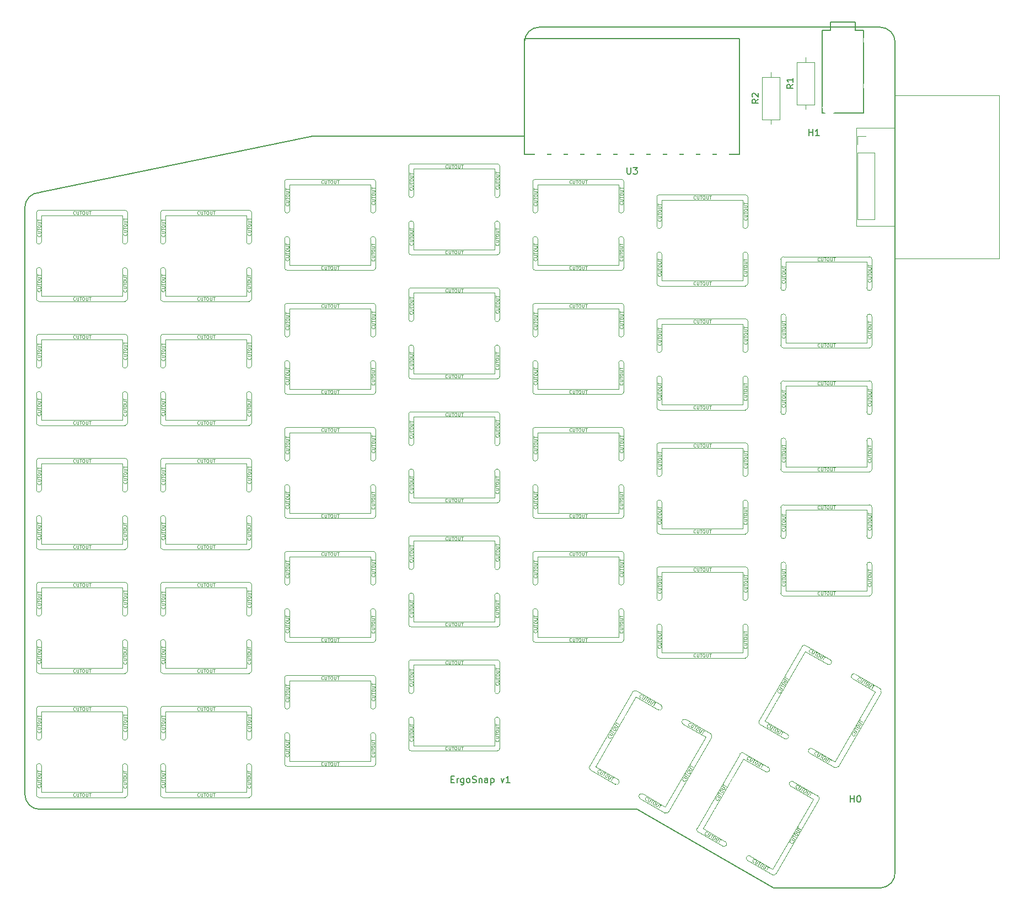
<source format=gbr>
G04 #@! TF.GenerationSoftware,KiCad,Pcbnew,5.1.2*
G04 #@! TF.CreationDate,2019-07-11T19:08:12+01:00*
G04 #@! TF.ProjectId,ergosnap,6572676f-736e-4617-902e-6b696361645f,1.0*
G04 #@! TF.SameCoordinates,Original*
G04 #@! TF.FileFunction,Legend,Top*
G04 #@! TF.FilePolarity,Positive*
%FSLAX46Y46*%
G04 Gerber Fmt 4.6, Leading zero omitted, Abs format (unit mm)*
G04 Created by KiCad (PCBNEW 5.1.2) date 2019-07-11 19:08:12*
%MOMM*%
%LPD*%
G04 APERTURE LIST*
%ADD10C,0.150000*%
%ADD11C,0.120000*%
%ADD12C,0.100000*%
%ADD13C,0.125000*%
%ADD14O,2.100000X2.100000*%
%ADD15R,2.100000X2.100000*%
%ADD16O,2.000000X2.000000*%
%ADD17C,2.000000*%
%ADD18C,1.600000*%
%ADD19C,2.152600*%
%ADD20C,1.400000*%
%ADD21C,4.400000*%
%ADD22C,2.400000*%
%ADD23C,2.900000*%
%ADD24C,2.200000*%
%ADD25C,2.200000*%
%ADD26O,2.900000X2.200000*%
%ADD27C,1.924000*%
%ADD28C,6.800000*%
G04 APERTURE END LIST*
D10*
X143668000Y-138374571D02*
X144001333Y-138374571D01*
X144144190Y-138898380D02*
X143668000Y-138898380D01*
X143668000Y-137898380D01*
X144144190Y-137898380D01*
X144572761Y-138898380D02*
X144572761Y-138231714D01*
X144572761Y-138422190D02*
X144620380Y-138326952D01*
X144668000Y-138279333D01*
X144763238Y-138231714D01*
X144858476Y-138231714D01*
X145620380Y-138231714D02*
X145620380Y-139041238D01*
X145572761Y-139136476D01*
X145525142Y-139184095D01*
X145429904Y-139231714D01*
X145287047Y-139231714D01*
X145191809Y-139184095D01*
X145620380Y-138850761D02*
X145525142Y-138898380D01*
X145334666Y-138898380D01*
X145239428Y-138850761D01*
X145191809Y-138803142D01*
X145144190Y-138707904D01*
X145144190Y-138422190D01*
X145191809Y-138326952D01*
X145239428Y-138279333D01*
X145334666Y-138231714D01*
X145525142Y-138231714D01*
X145620380Y-138279333D01*
X146239428Y-138898380D02*
X146144190Y-138850761D01*
X146096571Y-138803142D01*
X146048952Y-138707904D01*
X146048952Y-138422190D01*
X146096571Y-138326952D01*
X146144190Y-138279333D01*
X146239428Y-138231714D01*
X146382285Y-138231714D01*
X146477523Y-138279333D01*
X146525142Y-138326952D01*
X146572761Y-138422190D01*
X146572761Y-138707904D01*
X146525142Y-138803142D01*
X146477523Y-138850761D01*
X146382285Y-138898380D01*
X146239428Y-138898380D01*
X146953714Y-138850761D02*
X147096571Y-138898380D01*
X147334666Y-138898380D01*
X147429904Y-138850761D01*
X147477523Y-138803142D01*
X147525142Y-138707904D01*
X147525142Y-138612666D01*
X147477523Y-138517428D01*
X147429904Y-138469809D01*
X147334666Y-138422190D01*
X147144190Y-138374571D01*
X147048952Y-138326952D01*
X147001333Y-138279333D01*
X146953714Y-138184095D01*
X146953714Y-138088857D01*
X147001333Y-137993619D01*
X147048952Y-137946000D01*
X147144190Y-137898380D01*
X147382285Y-137898380D01*
X147525142Y-137946000D01*
X147953714Y-138231714D02*
X147953714Y-138898380D01*
X147953714Y-138326952D02*
X148001333Y-138279333D01*
X148096571Y-138231714D01*
X148239428Y-138231714D01*
X148334666Y-138279333D01*
X148382285Y-138374571D01*
X148382285Y-138898380D01*
X149287047Y-138898380D02*
X149287047Y-138374571D01*
X149239428Y-138279333D01*
X149144190Y-138231714D01*
X148953714Y-138231714D01*
X148858476Y-138279333D01*
X149287047Y-138850761D02*
X149191809Y-138898380D01*
X148953714Y-138898380D01*
X148858476Y-138850761D01*
X148810857Y-138755523D01*
X148810857Y-138660285D01*
X148858476Y-138565047D01*
X148953714Y-138517428D01*
X149191809Y-138517428D01*
X149287047Y-138469809D01*
X149763238Y-138231714D02*
X149763238Y-139231714D01*
X149763238Y-138279333D02*
X149858476Y-138231714D01*
X150048952Y-138231714D01*
X150144190Y-138279333D01*
X150191809Y-138326952D01*
X150239428Y-138422190D01*
X150239428Y-138707904D01*
X150191809Y-138803142D01*
X150144190Y-138850761D01*
X150048952Y-138898380D01*
X149858476Y-138898380D01*
X149763238Y-138850761D01*
X151334666Y-138231714D02*
X151572761Y-138898380D01*
X151810857Y-138231714D01*
X152715619Y-138898380D02*
X152144190Y-138898380D01*
X152429904Y-138898380D02*
X152429904Y-137898380D01*
X152334666Y-138041238D01*
X152239428Y-138136476D01*
X152144190Y-138184095D01*
X209677000Y-155067000D02*
G75*
G03X211836000Y-152654000I-127000J2286000D01*
G01*
X154940000Y-39624000D02*
X122428000Y-39624000D01*
X154940000Y-25146000D02*
X154940000Y-39624000D01*
X209550000Y-22860000D02*
X157226000Y-22860000D01*
X211836000Y-58674000D02*
X211836000Y-25146000D01*
X209677000Y-155067000D02*
X193167000Y-155067000D01*
X211836000Y-126619000D02*
X211836000Y-152654000D01*
X172212000Y-143002000D02*
X193167000Y-155067000D01*
X211836000Y-122174000D02*
X211836000Y-126619000D01*
X211836000Y-110236000D02*
X211836000Y-122174000D01*
X211836000Y-58674000D02*
X211836000Y-110236000D01*
X211836000Y-25146000D02*
G75*
G03X209550000Y-22860000I-2286000J0D01*
G01*
X78232000Y-140716000D02*
X78232000Y-50546000D01*
X80518000Y-143002000D02*
X114808000Y-143002000D01*
X78232000Y-140716000D02*
G75*
G03X80518000Y-143002000I2286000J0D01*
G01*
X157226000Y-22860000D02*
G75*
G03X154940000Y-25146000I0J-2286000D01*
G01*
X80518000Y-48260000D02*
G75*
G03X78232000Y-50546000I0J-2286000D01*
G01*
X122428000Y-39624000D02*
X80518000Y-48260000D01*
X114808000Y-143002000D02*
X172212000Y-143002000D01*
D11*
X227868000Y-58396000D02*
X227868000Y-33296000D01*
X211868000Y-38296000D02*
X211868000Y-33296000D01*
X211868000Y-33296000D02*
X227868000Y-33296000D01*
X205868000Y-38296000D02*
X211868000Y-38296000D01*
X211868000Y-58396000D02*
X227868000Y-58396000D01*
X211868000Y-53396000D02*
X211868000Y-58396000D01*
X205868000Y-53396000D02*
X211868000Y-53396000D01*
X205868000Y-38296000D02*
X205868000Y-53396000D01*
X206038000Y-39566000D02*
X207368000Y-39566000D01*
X206038000Y-40896000D02*
X206038000Y-39566000D01*
X206038000Y-42166000D02*
X208698000Y-42166000D01*
X208698000Y-42166000D02*
X208698000Y-52386000D01*
X206038000Y-42166000D02*
X206038000Y-52386000D01*
X206038000Y-52386000D02*
X208698000Y-52386000D01*
X192786000Y-29742000D02*
X192786000Y-30512000D01*
X192786000Y-37822000D02*
X192786000Y-37052000D01*
X191416000Y-30512000D02*
X191416000Y-37052000D01*
X194156000Y-30512000D02*
X191416000Y-30512000D01*
X194156000Y-37052000D02*
X194156000Y-30512000D01*
X191416000Y-37052000D02*
X194156000Y-37052000D01*
X198120000Y-27456000D02*
X198120000Y-28226000D01*
X198120000Y-35536000D02*
X198120000Y-34766000D01*
X196750000Y-28226000D02*
X196750000Y-34766000D01*
X199490000Y-28226000D02*
X196750000Y-28226000D01*
X199490000Y-34766000D02*
X199490000Y-28226000D01*
X196750000Y-34766000D02*
X199490000Y-34766000D01*
D10*
X201930000Y-23368000D02*
X200660000Y-23368000D01*
X201930000Y-22098000D02*
X201930000Y-23368000D01*
X205740000Y-22098000D02*
X201930000Y-22098000D01*
X205740000Y-23368000D02*
X205740000Y-22098000D01*
X207010000Y-23368000D02*
X205740000Y-23368000D01*
X207010000Y-36068000D02*
X207010000Y-23368000D01*
X200660000Y-36068000D02*
X207010000Y-36068000D01*
X200660000Y-23368000D02*
X200660000Y-36068000D01*
D12*
X203077178Y-136418068D02*
X209677178Y-124986532D01*
X202584358Y-135671658D02*
X208784358Y-124932942D01*
X191845642Y-129471658D02*
X198045642Y-118732942D01*
X190952822Y-129418068D02*
X197552822Y-117986532D01*
X202584358Y-135671658D02*
X199120256Y-133671658D01*
X202530768Y-136564478D02*
X198720256Y-134364478D01*
X205320256Y-122932942D02*
X208784358Y-124932942D01*
X209530768Y-124440122D02*
X205720256Y-122240122D01*
X201509744Y-120732942D02*
X198045642Y-118732942D01*
X201909744Y-120040122D02*
X198099232Y-117840122D01*
X191845642Y-129471658D02*
X195309744Y-131471658D01*
X194909744Y-132164478D02*
X191099232Y-129964478D01*
X209530768Y-124440122D02*
G75*
G02X209677178Y-124986532I-200000J-346410D01*
G01*
X203077178Y-136418068D02*
G75*
G02X202530768Y-136564478I-346410J200000D01*
G01*
X191099232Y-129964478D02*
G75*
G02X190952822Y-129418068I200000J346410D01*
G01*
X197552822Y-117986532D02*
G75*
G02X198099232Y-117840122I346410J-200000D01*
G01*
X198720252Y-134364476D02*
G75*
G02X199120256Y-133671658I200004J346408D01*
G01*
X195309748Y-131471660D02*
G75*
G02X194909744Y-132164478I-200004J-346408D01*
G01*
X205320252Y-122932940D02*
G75*
G02X205720256Y-122240122I200004J346408D01*
G01*
X201909748Y-120040124D02*
G75*
G02X201509744Y-120732942I-200004J-346408D01*
G01*
X193552178Y-152916068D02*
X200152178Y-141484532D01*
X193059358Y-152169658D02*
X199259358Y-141430942D01*
X182320642Y-145969658D02*
X188520642Y-135230942D01*
X181427822Y-145916068D02*
X188027822Y-134484532D01*
X193059358Y-152169658D02*
X189595256Y-150169658D01*
X193005768Y-153062478D02*
X189195256Y-150862478D01*
X195795256Y-139430942D02*
X199259358Y-141430942D01*
X200005768Y-140938122D02*
X196195256Y-138738122D01*
X191984744Y-137230942D02*
X188520642Y-135230942D01*
X192384744Y-136538122D02*
X188574232Y-134338122D01*
X182320642Y-145969658D02*
X185784744Y-147969658D01*
X185384744Y-148662478D02*
X181574232Y-146462478D01*
X200005768Y-140938122D02*
G75*
G02X200152178Y-141484532I-200000J-346410D01*
G01*
X193552178Y-152916068D02*
G75*
G02X193005768Y-153062478I-346410J200000D01*
G01*
X181574232Y-146462478D02*
G75*
G02X181427822Y-145916068I200000J346410D01*
G01*
X188027822Y-134484532D02*
G75*
G02X188574232Y-134338122I346410J-200000D01*
G01*
X189195252Y-150862476D02*
G75*
G02X189595256Y-150169658I200004J346408D01*
G01*
X185784748Y-147969660D02*
G75*
G02X185384744Y-148662478I-200004J-346408D01*
G01*
X195795252Y-139430940D02*
G75*
G02X196195256Y-138738122I200004J346408D01*
G01*
X192384748Y-136538124D02*
G75*
G02X191984744Y-137230942I-200004J-346408D01*
G01*
X177054178Y-143391018D02*
X183654178Y-131959482D01*
X176561358Y-142644608D02*
X182761358Y-131905892D01*
X165822642Y-136444608D02*
X172022642Y-125705892D01*
X164929822Y-136391018D02*
X171529822Y-124959482D01*
X176561358Y-142644608D02*
X173097256Y-140644608D01*
X176507768Y-143537428D02*
X172697256Y-141337428D01*
X179297256Y-129905892D02*
X182761358Y-131905892D01*
X183507768Y-131413072D02*
X179697256Y-129213072D01*
X175486744Y-127705892D02*
X172022642Y-125705892D01*
X175886744Y-127013072D02*
X172076232Y-124813072D01*
X165822642Y-136444608D02*
X169286744Y-138444608D01*
X168886744Y-139137428D02*
X165076232Y-136937428D01*
X183507768Y-131413072D02*
G75*
G02X183654178Y-131959482I-200000J-346410D01*
G01*
X177054178Y-143391018D02*
G75*
G02X176507768Y-143537428I-346410J200000D01*
G01*
X165076232Y-136937428D02*
G75*
G02X164929822Y-136391018I200000J346410D01*
G01*
X171529822Y-124959482D02*
G75*
G02X172076232Y-124813072I346410J-200000D01*
G01*
X172697252Y-141337426D02*
G75*
G02X173097256Y-140644608I200004J346408D01*
G01*
X169286748Y-138444610D02*
G75*
G02X168886744Y-139137428I-200004J-346408D01*
G01*
X179297252Y-129905890D02*
G75*
G02X179697256Y-129213072I200004J346408D01*
G01*
X175886748Y-127013074D02*
G75*
G02X175486744Y-127705892I-200004J-346408D01*
G01*
X137545000Y-134031750D02*
X150745000Y-134031750D01*
X137945000Y-133231750D02*
X150345000Y-133231750D01*
X137945000Y-120831750D02*
X150345000Y-120831750D01*
X137545000Y-120031750D02*
X150745000Y-120031750D01*
X137945000Y-133231750D02*
X137945000Y-129231750D01*
X137145000Y-133631750D02*
X137145000Y-129231750D01*
X150345000Y-129231750D02*
X150345000Y-133231750D01*
X151145000Y-133631750D02*
X151145000Y-129231750D01*
X150345000Y-124831750D02*
X150345000Y-120831750D01*
X151145000Y-124831750D02*
X151145000Y-120431750D01*
X137945000Y-120831750D02*
X137945000Y-124831750D01*
X137145000Y-124831750D02*
X137145000Y-120431750D01*
X151145000Y-133631750D02*
G75*
G02X150745000Y-134031750I-400000J0D01*
G01*
X137545000Y-134031750D02*
G75*
G02X137145000Y-133631750I0J400000D01*
G01*
X137145000Y-120431750D02*
G75*
G02X137545000Y-120031750I400000J0D01*
G01*
X150745000Y-120031750D02*
G75*
G02X151145000Y-120431750I0J-400000D01*
G01*
X137145000Y-129231745D02*
G75*
G02X137945000Y-129231750I400000J-5D01*
G01*
X137945000Y-124831755D02*
G75*
G02X137145000Y-124831750I-400000J5D01*
G01*
X150345000Y-129231745D02*
G75*
G02X151145000Y-129231750I400000J-5D01*
G01*
X151145000Y-124831755D02*
G75*
G02X150345000Y-124831750I-400000J5D01*
G01*
X118495000Y-136413000D02*
X131695000Y-136413000D01*
X118895000Y-135613000D02*
X131295000Y-135613000D01*
X118895000Y-123213000D02*
X131295000Y-123213000D01*
X118495000Y-122413000D02*
X131695000Y-122413000D01*
X118895000Y-135613000D02*
X118895000Y-131613000D01*
X118095000Y-136013000D02*
X118095000Y-131613000D01*
X131295000Y-131613000D02*
X131295000Y-135613000D01*
X132095000Y-136013000D02*
X132095000Y-131613000D01*
X131295000Y-127213000D02*
X131295000Y-123213000D01*
X132095000Y-127213000D02*
X132095000Y-122813000D01*
X118895000Y-123213000D02*
X118895000Y-127213000D01*
X118095000Y-127213000D02*
X118095000Y-122813000D01*
X132095000Y-136013000D02*
G75*
G02X131695000Y-136413000I-400000J0D01*
G01*
X118495000Y-136413000D02*
G75*
G02X118095000Y-136013000I0J400000D01*
G01*
X118095000Y-122813000D02*
G75*
G02X118495000Y-122413000I400000J0D01*
G01*
X131695000Y-122413000D02*
G75*
G02X132095000Y-122813000I0J-400000D01*
G01*
X118095000Y-131612995D02*
G75*
G02X118895000Y-131613000I400000J-5D01*
G01*
X118895000Y-127213005D02*
G75*
G02X118095000Y-127213000I-400000J5D01*
G01*
X131295000Y-131612995D02*
G75*
G02X132095000Y-131613000I400000J-5D01*
G01*
X132095000Y-127213005D02*
G75*
G02X131295000Y-127213000I-400000J5D01*
G01*
X99445000Y-141175500D02*
X112645000Y-141175500D01*
X99845000Y-140375500D02*
X112245000Y-140375500D01*
X99845000Y-127975500D02*
X112245000Y-127975500D01*
X99445000Y-127175500D02*
X112645000Y-127175500D01*
X99845000Y-140375500D02*
X99845000Y-136375500D01*
X99045000Y-140775500D02*
X99045000Y-136375500D01*
X112245000Y-136375500D02*
X112245000Y-140375500D01*
X113045000Y-140775500D02*
X113045000Y-136375500D01*
X112245000Y-131975500D02*
X112245000Y-127975500D01*
X113045000Y-131975500D02*
X113045000Y-127575500D01*
X99845000Y-127975500D02*
X99845000Y-131975500D01*
X99045000Y-131975500D02*
X99045000Y-127575500D01*
X113045000Y-140775500D02*
G75*
G02X112645000Y-141175500I-400000J0D01*
G01*
X99445000Y-141175500D02*
G75*
G02X99045000Y-140775500I0J400000D01*
G01*
X99045000Y-127575500D02*
G75*
G02X99445000Y-127175500I400000J0D01*
G01*
X112645000Y-127175500D02*
G75*
G02X113045000Y-127575500I0J-400000D01*
G01*
X99045000Y-136375495D02*
G75*
G02X99845000Y-136375500I400000J-5D01*
G01*
X99845000Y-131975505D02*
G75*
G02X99045000Y-131975500I-400000J5D01*
G01*
X112245000Y-136375495D02*
G75*
G02X113045000Y-136375500I400000J-5D01*
G01*
X113045000Y-131975505D02*
G75*
G02X112245000Y-131975500I-400000J5D01*
G01*
X80395000Y-141175500D02*
X93595000Y-141175500D01*
X80795000Y-140375500D02*
X93195000Y-140375500D01*
X80795000Y-127975500D02*
X93195000Y-127975500D01*
X80395000Y-127175500D02*
X93595000Y-127175500D01*
X80795000Y-140375500D02*
X80795000Y-136375500D01*
X79995000Y-140775500D02*
X79995000Y-136375500D01*
X93195000Y-136375500D02*
X93195000Y-140375500D01*
X93995000Y-140775500D02*
X93995000Y-136375500D01*
X93195000Y-131975500D02*
X93195000Y-127975500D01*
X93995000Y-131975500D02*
X93995000Y-127575500D01*
X80795000Y-127975500D02*
X80795000Y-131975500D01*
X79995000Y-131975500D02*
X79995000Y-127575500D01*
X93995000Y-140775500D02*
G75*
G02X93595000Y-141175500I-400000J0D01*
G01*
X80395000Y-141175500D02*
G75*
G02X79995000Y-140775500I0J400000D01*
G01*
X79995000Y-127575500D02*
G75*
G02X80395000Y-127175500I400000J0D01*
G01*
X93595000Y-127175500D02*
G75*
G02X93995000Y-127575500I0J-400000D01*
G01*
X79995000Y-136375495D02*
G75*
G02X80795000Y-136375500I400000J-5D01*
G01*
X80795000Y-131975505D02*
G75*
G02X79995000Y-131975500I-400000J5D01*
G01*
X93195000Y-136375495D02*
G75*
G02X93995000Y-136375500I400000J-5D01*
G01*
X93995000Y-131975505D02*
G75*
G02X93195000Y-131975500I-400000J5D01*
G01*
X194695000Y-110219250D02*
X207895000Y-110219250D01*
X195095000Y-109419250D02*
X207495000Y-109419250D01*
X195095000Y-97019250D02*
X207495000Y-97019250D01*
X194695000Y-96219250D02*
X207895000Y-96219250D01*
X195095000Y-109419250D02*
X195095000Y-105419250D01*
X194295000Y-109819250D02*
X194295000Y-105419250D01*
X207495000Y-105419250D02*
X207495000Y-109419250D01*
X208295000Y-109819250D02*
X208295000Y-105419250D01*
X207495000Y-101019250D02*
X207495000Y-97019250D01*
X208295000Y-101019250D02*
X208295000Y-96619250D01*
X195095000Y-97019250D02*
X195095000Y-101019250D01*
X194295000Y-101019250D02*
X194295000Y-96619250D01*
X208295000Y-109819250D02*
G75*
G02X207895000Y-110219250I-400000J0D01*
G01*
X194695000Y-110219250D02*
G75*
G02X194295000Y-109819250I0J400000D01*
G01*
X194295000Y-96619250D02*
G75*
G02X194695000Y-96219250I400000J0D01*
G01*
X207895000Y-96219250D02*
G75*
G02X208295000Y-96619250I0J-400000D01*
G01*
X194295000Y-105419245D02*
G75*
G02X195095000Y-105419250I400000J-5D01*
G01*
X195095000Y-101019255D02*
G75*
G02X194295000Y-101019250I-400000J5D01*
G01*
X207495000Y-105419245D02*
G75*
G02X208295000Y-105419250I400000J-5D01*
G01*
X208295000Y-101019255D02*
G75*
G02X207495000Y-101019250I-400000J5D01*
G01*
X194695000Y-91169250D02*
X207895000Y-91169250D01*
X195095000Y-90369250D02*
X207495000Y-90369250D01*
X195095000Y-77969250D02*
X207495000Y-77969250D01*
X194695000Y-77169250D02*
X207895000Y-77169250D01*
X195095000Y-90369250D02*
X195095000Y-86369250D01*
X194295000Y-90769250D02*
X194295000Y-86369250D01*
X207495000Y-86369250D02*
X207495000Y-90369250D01*
X208295000Y-90769250D02*
X208295000Y-86369250D01*
X207495000Y-81969250D02*
X207495000Y-77969250D01*
X208295000Y-81969250D02*
X208295000Y-77569250D01*
X195095000Y-77969250D02*
X195095000Y-81969250D01*
X194295000Y-81969250D02*
X194295000Y-77569250D01*
X208295000Y-90769250D02*
G75*
G02X207895000Y-91169250I-400000J0D01*
G01*
X194695000Y-91169250D02*
G75*
G02X194295000Y-90769250I0J400000D01*
G01*
X194295000Y-77569250D02*
G75*
G02X194695000Y-77169250I400000J0D01*
G01*
X207895000Y-77169250D02*
G75*
G02X208295000Y-77569250I0J-400000D01*
G01*
X194295000Y-86369245D02*
G75*
G02X195095000Y-86369250I400000J-5D01*
G01*
X195095000Y-81969255D02*
G75*
G02X194295000Y-81969250I-400000J5D01*
G01*
X207495000Y-86369245D02*
G75*
G02X208295000Y-86369250I400000J-5D01*
G01*
X208295000Y-81969255D02*
G75*
G02X207495000Y-81969250I-400000J5D01*
G01*
X194695000Y-72119250D02*
X207895000Y-72119250D01*
X195095000Y-71319250D02*
X207495000Y-71319250D01*
X195095000Y-58919250D02*
X207495000Y-58919250D01*
X194695000Y-58119250D02*
X207895000Y-58119250D01*
X195095000Y-71319250D02*
X195095000Y-67319250D01*
X194295000Y-71719250D02*
X194295000Y-67319250D01*
X207495000Y-67319250D02*
X207495000Y-71319250D01*
X208295000Y-71719250D02*
X208295000Y-67319250D01*
X207495000Y-62919250D02*
X207495000Y-58919250D01*
X208295000Y-62919250D02*
X208295000Y-58519250D01*
X195095000Y-58919250D02*
X195095000Y-62919250D01*
X194295000Y-62919250D02*
X194295000Y-58519250D01*
X208295000Y-71719250D02*
G75*
G02X207895000Y-72119250I-400000J0D01*
G01*
X194695000Y-72119250D02*
G75*
G02X194295000Y-71719250I0J400000D01*
G01*
X194295000Y-58519250D02*
G75*
G02X194695000Y-58119250I400000J0D01*
G01*
X207895000Y-58119250D02*
G75*
G02X208295000Y-58519250I0J-400000D01*
G01*
X194295000Y-67319245D02*
G75*
G02X195095000Y-67319250I400000J-5D01*
G01*
X195095000Y-62919255D02*
G75*
G02X194295000Y-62919250I-400000J5D01*
G01*
X207495000Y-67319245D02*
G75*
G02X208295000Y-67319250I400000J-5D01*
G01*
X208295000Y-62919255D02*
G75*
G02X207495000Y-62919250I-400000J5D01*
G01*
X175645000Y-119744250D02*
X188845000Y-119744250D01*
X176045000Y-118944250D02*
X188445000Y-118944250D01*
X176045000Y-106544250D02*
X188445000Y-106544250D01*
X175645000Y-105744250D02*
X188845000Y-105744250D01*
X176045000Y-118944250D02*
X176045000Y-114944250D01*
X175245000Y-119344250D02*
X175245000Y-114944250D01*
X188445000Y-114944250D02*
X188445000Y-118944250D01*
X189245000Y-119344250D02*
X189245000Y-114944250D01*
X188445000Y-110544250D02*
X188445000Y-106544250D01*
X189245000Y-110544250D02*
X189245000Y-106144250D01*
X176045000Y-106544250D02*
X176045000Y-110544250D01*
X175245000Y-110544250D02*
X175245000Y-106144250D01*
X189245000Y-119344250D02*
G75*
G02X188845000Y-119744250I-400000J0D01*
G01*
X175645000Y-119744250D02*
G75*
G02X175245000Y-119344250I0J400000D01*
G01*
X175245000Y-106144250D02*
G75*
G02X175645000Y-105744250I400000J0D01*
G01*
X188845000Y-105744250D02*
G75*
G02X189245000Y-106144250I0J-400000D01*
G01*
X175245000Y-114944245D02*
G75*
G02X176045000Y-114944250I400000J-5D01*
G01*
X176045000Y-110544255D02*
G75*
G02X175245000Y-110544250I-400000J5D01*
G01*
X188445000Y-114944245D02*
G75*
G02X189245000Y-114944250I400000J-5D01*
G01*
X189245000Y-110544255D02*
G75*
G02X188445000Y-110544250I-400000J5D01*
G01*
X175645000Y-100694250D02*
X188845000Y-100694250D01*
X176045000Y-99894250D02*
X188445000Y-99894250D01*
X176045000Y-87494250D02*
X188445000Y-87494250D01*
X175645000Y-86694250D02*
X188845000Y-86694250D01*
X176045000Y-99894250D02*
X176045000Y-95894250D01*
X175245000Y-100294250D02*
X175245000Y-95894250D01*
X188445000Y-95894250D02*
X188445000Y-99894250D01*
X189245000Y-100294250D02*
X189245000Y-95894250D01*
X188445000Y-91494250D02*
X188445000Y-87494250D01*
X189245000Y-91494250D02*
X189245000Y-87094250D01*
X176045000Y-87494250D02*
X176045000Y-91494250D01*
X175245000Y-91494250D02*
X175245000Y-87094250D01*
X189245000Y-100294250D02*
G75*
G02X188845000Y-100694250I-400000J0D01*
G01*
X175645000Y-100694250D02*
G75*
G02X175245000Y-100294250I0J400000D01*
G01*
X175245000Y-87094250D02*
G75*
G02X175645000Y-86694250I400000J0D01*
G01*
X188845000Y-86694250D02*
G75*
G02X189245000Y-87094250I0J-400000D01*
G01*
X175245000Y-95894245D02*
G75*
G02X176045000Y-95894250I400000J-5D01*
G01*
X176045000Y-91494255D02*
G75*
G02X175245000Y-91494250I-400000J5D01*
G01*
X188445000Y-95894245D02*
G75*
G02X189245000Y-95894250I400000J-5D01*
G01*
X189245000Y-91494255D02*
G75*
G02X188445000Y-91494250I-400000J5D01*
G01*
X175645000Y-81644250D02*
X188845000Y-81644250D01*
X176045000Y-80844250D02*
X188445000Y-80844250D01*
X176045000Y-68444250D02*
X188445000Y-68444250D01*
X175645000Y-67644250D02*
X188845000Y-67644250D01*
X176045000Y-80844250D02*
X176045000Y-76844250D01*
X175245000Y-81244250D02*
X175245000Y-76844250D01*
X188445000Y-76844250D02*
X188445000Y-80844250D01*
X189245000Y-81244250D02*
X189245000Y-76844250D01*
X188445000Y-72444250D02*
X188445000Y-68444250D01*
X189245000Y-72444250D02*
X189245000Y-68044250D01*
X176045000Y-68444250D02*
X176045000Y-72444250D01*
X175245000Y-72444250D02*
X175245000Y-68044250D01*
X189245000Y-81244250D02*
G75*
G02X188845000Y-81644250I-400000J0D01*
G01*
X175645000Y-81644250D02*
G75*
G02X175245000Y-81244250I0J400000D01*
G01*
X175245000Y-68044250D02*
G75*
G02X175645000Y-67644250I400000J0D01*
G01*
X188845000Y-67644250D02*
G75*
G02X189245000Y-68044250I0J-400000D01*
G01*
X175245000Y-76844245D02*
G75*
G02X176045000Y-76844250I400000J-5D01*
G01*
X176045000Y-72444255D02*
G75*
G02X175245000Y-72444250I-400000J5D01*
G01*
X188445000Y-76844245D02*
G75*
G02X189245000Y-76844250I400000J-5D01*
G01*
X189245000Y-72444255D02*
G75*
G02X188445000Y-72444250I-400000J5D01*
G01*
X175645000Y-62594250D02*
X188845000Y-62594250D01*
X176045000Y-61794250D02*
X188445000Y-61794250D01*
X176045000Y-49394250D02*
X188445000Y-49394250D01*
X175645000Y-48594250D02*
X188845000Y-48594250D01*
X176045000Y-61794250D02*
X176045000Y-57794250D01*
X175245000Y-62194250D02*
X175245000Y-57794250D01*
X188445000Y-57794250D02*
X188445000Y-61794250D01*
X189245000Y-62194250D02*
X189245000Y-57794250D01*
X188445000Y-53394250D02*
X188445000Y-49394250D01*
X189245000Y-53394250D02*
X189245000Y-48994250D01*
X176045000Y-49394250D02*
X176045000Y-53394250D01*
X175245000Y-53394250D02*
X175245000Y-48994250D01*
X189245000Y-62194250D02*
G75*
G02X188845000Y-62594250I-400000J0D01*
G01*
X175645000Y-62594250D02*
G75*
G02X175245000Y-62194250I0J400000D01*
G01*
X175245000Y-48994250D02*
G75*
G02X175645000Y-48594250I400000J0D01*
G01*
X188845000Y-48594250D02*
G75*
G02X189245000Y-48994250I0J-400000D01*
G01*
X175245000Y-57794245D02*
G75*
G02X176045000Y-57794250I400000J-5D01*
G01*
X176045000Y-53394255D02*
G75*
G02X175245000Y-53394250I-400000J5D01*
G01*
X188445000Y-57794245D02*
G75*
G02X189245000Y-57794250I400000J-5D01*
G01*
X189245000Y-53394255D02*
G75*
G02X188445000Y-53394250I-400000J5D01*
G01*
X156595000Y-117363000D02*
X169795000Y-117363000D01*
X156995000Y-116563000D02*
X169395000Y-116563000D01*
X156995000Y-104163000D02*
X169395000Y-104163000D01*
X156595000Y-103363000D02*
X169795000Y-103363000D01*
X156995000Y-116563000D02*
X156995000Y-112563000D01*
X156195000Y-116963000D02*
X156195000Y-112563000D01*
X169395000Y-112563000D02*
X169395000Y-116563000D01*
X170195000Y-116963000D02*
X170195000Y-112563000D01*
X169395000Y-108163000D02*
X169395000Y-104163000D01*
X170195000Y-108163000D02*
X170195000Y-103763000D01*
X156995000Y-104163000D02*
X156995000Y-108163000D01*
X156195000Y-108163000D02*
X156195000Y-103763000D01*
X170195000Y-116963000D02*
G75*
G02X169795000Y-117363000I-400000J0D01*
G01*
X156595000Y-117363000D02*
G75*
G02X156195000Y-116963000I0J400000D01*
G01*
X156195000Y-103763000D02*
G75*
G02X156595000Y-103363000I400000J0D01*
G01*
X169795000Y-103363000D02*
G75*
G02X170195000Y-103763000I0J-400000D01*
G01*
X156195000Y-112562995D02*
G75*
G02X156995000Y-112563000I400000J-5D01*
G01*
X156995000Y-108163005D02*
G75*
G02X156195000Y-108163000I-400000J5D01*
G01*
X169395000Y-112562995D02*
G75*
G02X170195000Y-112563000I400000J-5D01*
G01*
X170195000Y-108163005D02*
G75*
G02X169395000Y-108163000I-400000J5D01*
G01*
X156595000Y-98313000D02*
X169795000Y-98313000D01*
X156995000Y-97513000D02*
X169395000Y-97513000D01*
X156995000Y-85113000D02*
X169395000Y-85113000D01*
X156595000Y-84313000D02*
X169795000Y-84313000D01*
X156995000Y-97513000D02*
X156995000Y-93513000D01*
X156195000Y-97913000D02*
X156195000Y-93513000D01*
X169395000Y-93513000D02*
X169395000Y-97513000D01*
X170195000Y-97913000D02*
X170195000Y-93513000D01*
X169395000Y-89113000D02*
X169395000Y-85113000D01*
X170195000Y-89113000D02*
X170195000Y-84713000D01*
X156995000Y-85113000D02*
X156995000Y-89113000D01*
X156195000Y-89113000D02*
X156195000Y-84713000D01*
X170195000Y-97913000D02*
G75*
G02X169795000Y-98313000I-400000J0D01*
G01*
X156595000Y-98313000D02*
G75*
G02X156195000Y-97913000I0J400000D01*
G01*
X156195000Y-84713000D02*
G75*
G02X156595000Y-84313000I400000J0D01*
G01*
X169795000Y-84313000D02*
G75*
G02X170195000Y-84713000I0J-400000D01*
G01*
X156195000Y-93512995D02*
G75*
G02X156995000Y-93513000I400000J-5D01*
G01*
X156995000Y-89113005D02*
G75*
G02X156195000Y-89113000I-400000J5D01*
G01*
X169395000Y-93512995D02*
G75*
G02X170195000Y-93513000I400000J-5D01*
G01*
X170195000Y-89113005D02*
G75*
G02X169395000Y-89113000I-400000J5D01*
G01*
X156595000Y-79263000D02*
X169795000Y-79263000D01*
X156995000Y-78463000D02*
X169395000Y-78463000D01*
X156995000Y-66063000D02*
X169395000Y-66063000D01*
X156595000Y-65263000D02*
X169795000Y-65263000D01*
X156995000Y-78463000D02*
X156995000Y-74463000D01*
X156195000Y-78863000D02*
X156195000Y-74463000D01*
X169395000Y-74463000D02*
X169395000Y-78463000D01*
X170195000Y-78863000D02*
X170195000Y-74463000D01*
X169395000Y-70063000D02*
X169395000Y-66063000D01*
X170195000Y-70063000D02*
X170195000Y-65663000D01*
X156995000Y-66063000D02*
X156995000Y-70063000D01*
X156195000Y-70063000D02*
X156195000Y-65663000D01*
X170195000Y-78863000D02*
G75*
G02X169795000Y-79263000I-400000J0D01*
G01*
X156595000Y-79263000D02*
G75*
G02X156195000Y-78863000I0J400000D01*
G01*
X156195000Y-65663000D02*
G75*
G02X156595000Y-65263000I400000J0D01*
G01*
X169795000Y-65263000D02*
G75*
G02X170195000Y-65663000I0J-400000D01*
G01*
X156195000Y-74462995D02*
G75*
G02X156995000Y-74463000I400000J-5D01*
G01*
X156995000Y-70063005D02*
G75*
G02X156195000Y-70063000I-400000J5D01*
G01*
X169395000Y-74462995D02*
G75*
G02X170195000Y-74463000I400000J-5D01*
G01*
X170195000Y-70063005D02*
G75*
G02X169395000Y-70063000I-400000J5D01*
G01*
X156595000Y-60213000D02*
X169795000Y-60213000D01*
X156995000Y-59413000D02*
X169395000Y-59413000D01*
X156995000Y-47013000D02*
X169395000Y-47013000D01*
X156595000Y-46213000D02*
X169795000Y-46213000D01*
X156995000Y-59413000D02*
X156995000Y-55413000D01*
X156195000Y-59813000D02*
X156195000Y-55413000D01*
X169395000Y-55413000D02*
X169395000Y-59413000D01*
X170195000Y-59813000D02*
X170195000Y-55413000D01*
X169395000Y-51013000D02*
X169395000Y-47013000D01*
X170195000Y-51013000D02*
X170195000Y-46613000D01*
X156995000Y-47013000D02*
X156995000Y-51013000D01*
X156195000Y-51013000D02*
X156195000Y-46613000D01*
X170195000Y-59813000D02*
G75*
G02X169795000Y-60213000I-400000J0D01*
G01*
X156595000Y-60213000D02*
G75*
G02X156195000Y-59813000I0J400000D01*
G01*
X156195000Y-46613000D02*
G75*
G02X156595000Y-46213000I400000J0D01*
G01*
X169795000Y-46213000D02*
G75*
G02X170195000Y-46613000I0J-400000D01*
G01*
X156195000Y-55412995D02*
G75*
G02X156995000Y-55413000I400000J-5D01*
G01*
X156995000Y-51013005D02*
G75*
G02X156195000Y-51013000I-400000J5D01*
G01*
X169395000Y-55412995D02*
G75*
G02X170195000Y-55413000I400000J-5D01*
G01*
X170195000Y-51013005D02*
G75*
G02X169395000Y-51013000I-400000J5D01*
G01*
X137545000Y-114981750D02*
X150745000Y-114981750D01*
X137945000Y-114181750D02*
X150345000Y-114181750D01*
X137945000Y-101781750D02*
X150345000Y-101781750D01*
X137545000Y-100981750D02*
X150745000Y-100981750D01*
X137945000Y-114181750D02*
X137945000Y-110181750D01*
X137145000Y-114581750D02*
X137145000Y-110181750D01*
X150345000Y-110181750D02*
X150345000Y-114181750D01*
X151145000Y-114581750D02*
X151145000Y-110181750D01*
X150345000Y-105781750D02*
X150345000Y-101781750D01*
X151145000Y-105781750D02*
X151145000Y-101381750D01*
X137945000Y-101781750D02*
X137945000Y-105781750D01*
X137145000Y-105781750D02*
X137145000Y-101381750D01*
X151145000Y-114581750D02*
G75*
G02X150745000Y-114981750I-400000J0D01*
G01*
X137545000Y-114981750D02*
G75*
G02X137145000Y-114581750I0J400000D01*
G01*
X137145000Y-101381750D02*
G75*
G02X137545000Y-100981750I400000J0D01*
G01*
X150745000Y-100981750D02*
G75*
G02X151145000Y-101381750I0J-400000D01*
G01*
X137145000Y-110181745D02*
G75*
G02X137945000Y-110181750I400000J-5D01*
G01*
X137945000Y-105781755D02*
G75*
G02X137145000Y-105781750I-400000J5D01*
G01*
X150345000Y-110181745D02*
G75*
G02X151145000Y-110181750I400000J-5D01*
G01*
X151145000Y-105781755D02*
G75*
G02X150345000Y-105781750I-400000J5D01*
G01*
X137545000Y-95931750D02*
X150745000Y-95931750D01*
X137945000Y-95131750D02*
X150345000Y-95131750D01*
X137945000Y-82731750D02*
X150345000Y-82731750D01*
X137545000Y-81931750D02*
X150745000Y-81931750D01*
X137945000Y-95131750D02*
X137945000Y-91131750D01*
X137145000Y-95531750D02*
X137145000Y-91131750D01*
X150345000Y-91131750D02*
X150345000Y-95131750D01*
X151145000Y-95531750D02*
X151145000Y-91131750D01*
X150345000Y-86731750D02*
X150345000Y-82731750D01*
X151145000Y-86731750D02*
X151145000Y-82331750D01*
X137945000Y-82731750D02*
X137945000Y-86731750D01*
X137145000Y-86731750D02*
X137145000Y-82331750D01*
X151145000Y-95531750D02*
G75*
G02X150745000Y-95931750I-400000J0D01*
G01*
X137545000Y-95931750D02*
G75*
G02X137145000Y-95531750I0J400000D01*
G01*
X137145000Y-82331750D02*
G75*
G02X137545000Y-81931750I400000J0D01*
G01*
X150745000Y-81931750D02*
G75*
G02X151145000Y-82331750I0J-400000D01*
G01*
X137145000Y-91131745D02*
G75*
G02X137945000Y-91131750I400000J-5D01*
G01*
X137945000Y-86731755D02*
G75*
G02X137145000Y-86731750I-400000J5D01*
G01*
X150345000Y-91131745D02*
G75*
G02X151145000Y-91131750I400000J-5D01*
G01*
X151145000Y-86731755D02*
G75*
G02X150345000Y-86731750I-400000J5D01*
G01*
X137545000Y-76881750D02*
X150745000Y-76881750D01*
X137945000Y-76081750D02*
X150345000Y-76081750D01*
X137945000Y-63681750D02*
X150345000Y-63681750D01*
X137545000Y-62881750D02*
X150745000Y-62881750D01*
X137945000Y-76081750D02*
X137945000Y-72081750D01*
X137145000Y-76481750D02*
X137145000Y-72081750D01*
X150345000Y-72081750D02*
X150345000Y-76081750D01*
X151145000Y-76481750D02*
X151145000Y-72081750D01*
X150345000Y-67681750D02*
X150345000Y-63681750D01*
X151145000Y-67681750D02*
X151145000Y-63281750D01*
X137945000Y-63681750D02*
X137945000Y-67681750D01*
X137145000Y-67681750D02*
X137145000Y-63281750D01*
X151145000Y-76481750D02*
G75*
G02X150745000Y-76881750I-400000J0D01*
G01*
X137545000Y-76881750D02*
G75*
G02X137145000Y-76481750I0J400000D01*
G01*
X137145000Y-63281750D02*
G75*
G02X137545000Y-62881750I400000J0D01*
G01*
X150745000Y-62881750D02*
G75*
G02X151145000Y-63281750I0J-400000D01*
G01*
X137145000Y-72081745D02*
G75*
G02X137945000Y-72081750I400000J-5D01*
G01*
X137945000Y-67681755D02*
G75*
G02X137145000Y-67681750I-400000J5D01*
G01*
X150345000Y-72081745D02*
G75*
G02X151145000Y-72081750I400000J-5D01*
G01*
X151145000Y-67681755D02*
G75*
G02X150345000Y-67681750I-400000J5D01*
G01*
X137545000Y-57831750D02*
X150745000Y-57831750D01*
X137945000Y-57031750D02*
X150345000Y-57031750D01*
X137945000Y-44631750D02*
X150345000Y-44631750D01*
X137545000Y-43831750D02*
X150745000Y-43831750D01*
X137945000Y-57031750D02*
X137945000Y-53031750D01*
X137145000Y-57431750D02*
X137145000Y-53031750D01*
X150345000Y-53031750D02*
X150345000Y-57031750D01*
X151145000Y-57431750D02*
X151145000Y-53031750D01*
X150345000Y-48631750D02*
X150345000Y-44631750D01*
X151145000Y-48631750D02*
X151145000Y-44231750D01*
X137945000Y-44631750D02*
X137945000Y-48631750D01*
X137145000Y-48631750D02*
X137145000Y-44231750D01*
X151145000Y-57431750D02*
G75*
G02X150745000Y-57831750I-400000J0D01*
G01*
X137545000Y-57831750D02*
G75*
G02X137145000Y-57431750I0J400000D01*
G01*
X137145000Y-44231750D02*
G75*
G02X137545000Y-43831750I400000J0D01*
G01*
X150745000Y-43831750D02*
G75*
G02X151145000Y-44231750I0J-400000D01*
G01*
X137145000Y-53031745D02*
G75*
G02X137945000Y-53031750I400000J-5D01*
G01*
X137945000Y-48631755D02*
G75*
G02X137145000Y-48631750I-400000J5D01*
G01*
X150345000Y-53031745D02*
G75*
G02X151145000Y-53031750I400000J-5D01*
G01*
X151145000Y-48631755D02*
G75*
G02X150345000Y-48631750I-400000J5D01*
G01*
X118495000Y-117363000D02*
X131695000Y-117363000D01*
X118895000Y-116563000D02*
X131295000Y-116563000D01*
X118895000Y-104163000D02*
X131295000Y-104163000D01*
X118495000Y-103363000D02*
X131695000Y-103363000D01*
X118895000Y-116563000D02*
X118895000Y-112563000D01*
X118095000Y-116963000D02*
X118095000Y-112563000D01*
X131295000Y-112563000D02*
X131295000Y-116563000D01*
X132095000Y-116963000D02*
X132095000Y-112563000D01*
X131295000Y-108163000D02*
X131295000Y-104163000D01*
X132095000Y-108163000D02*
X132095000Y-103763000D01*
X118895000Y-104163000D02*
X118895000Y-108163000D01*
X118095000Y-108163000D02*
X118095000Y-103763000D01*
X132095000Y-116963000D02*
G75*
G02X131695000Y-117363000I-400000J0D01*
G01*
X118495000Y-117363000D02*
G75*
G02X118095000Y-116963000I0J400000D01*
G01*
X118095000Y-103763000D02*
G75*
G02X118495000Y-103363000I400000J0D01*
G01*
X131695000Y-103363000D02*
G75*
G02X132095000Y-103763000I0J-400000D01*
G01*
X118095000Y-112562995D02*
G75*
G02X118895000Y-112563000I400000J-5D01*
G01*
X118895000Y-108163005D02*
G75*
G02X118095000Y-108163000I-400000J5D01*
G01*
X131295000Y-112562995D02*
G75*
G02X132095000Y-112563000I400000J-5D01*
G01*
X132095000Y-108163005D02*
G75*
G02X131295000Y-108163000I-400000J5D01*
G01*
X118495000Y-98313000D02*
X131695000Y-98313000D01*
X118895000Y-97513000D02*
X131295000Y-97513000D01*
X118895000Y-85113000D02*
X131295000Y-85113000D01*
X118495000Y-84313000D02*
X131695000Y-84313000D01*
X118895000Y-97513000D02*
X118895000Y-93513000D01*
X118095000Y-97913000D02*
X118095000Y-93513000D01*
X131295000Y-93513000D02*
X131295000Y-97513000D01*
X132095000Y-97913000D02*
X132095000Y-93513000D01*
X131295000Y-89113000D02*
X131295000Y-85113000D01*
X132095000Y-89113000D02*
X132095000Y-84713000D01*
X118895000Y-85113000D02*
X118895000Y-89113000D01*
X118095000Y-89113000D02*
X118095000Y-84713000D01*
X132095000Y-97913000D02*
G75*
G02X131695000Y-98313000I-400000J0D01*
G01*
X118495000Y-98313000D02*
G75*
G02X118095000Y-97913000I0J400000D01*
G01*
X118095000Y-84713000D02*
G75*
G02X118495000Y-84313000I400000J0D01*
G01*
X131695000Y-84313000D02*
G75*
G02X132095000Y-84713000I0J-400000D01*
G01*
X118095000Y-93512995D02*
G75*
G02X118895000Y-93513000I400000J-5D01*
G01*
X118895000Y-89113005D02*
G75*
G02X118095000Y-89113000I-400000J5D01*
G01*
X131295000Y-93512995D02*
G75*
G02X132095000Y-93513000I400000J-5D01*
G01*
X132095000Y-89113005D02*
G75*
G02X131295000Y-89113000I-400000J5D01*
G01*
X118495000Y-79263000D02*
X131695000Y-79263000D01*
X118895000Y-78463000D02*
X131295000Y-78463000D01*
X118895000Y-66063000D02*
X131295000Y-66063000D01*
X118495000Y-65263000D02*
X131695000Y-65263000D01*
X118895000Y-78463000D02*
X118895000Y-74463000D01*
X118095000Y-78863000D02*
X118095000Y-74463000D01*
X131295000Y-74463000D02*
X131295000Y-78463000D01*
X132095000Y-78863000D02*
X132095000Y-74463000D01*
X131295000Y-70063000D02*
X131295000Y-66063000D01*
X132095000Y-70063000D02*
X132095000Y-65663000D01*
X118895000Y-66063000D02*
X118895000Y-70063000D01*
X118095000Y-70063000D02*
X118095000Y-65663000D01*
X132095000Y-78863000D02*
G75*
G02X131695000Y-79263000I-400000J0D01*
G01*
X118495000Y-79263000D02*
G75*
G02X118095000Y-78863000I0J400000D01*
G01*
X118095000Y-65663000D02*
G75*
G02X118495000Y-65263000I400000J0D01*
G01*
X131695000Y-65263000D02*
G75*
G02X132095000Y-65663000I0J-400000D01*
G01*
X118095000Y-74462995D02*
G75*
G02X118895000Y-74463000I400000J-5D01*
G01*
X118895000Y-70063005D02*
G75*
G02X118095000Y-70063000I-400000J5D01*
G01*
X131295000Y-74462995D02*
G75*
G02X132095000Y-74463000I400000J-5D01*
G01*
X132095000Y-70063005D02*
G75*
G02X131295000Y-70063000I-400000J5D01*
G01*
X118495000Y-60213000D02*
X131695000Y-60213000D01*
X118895000Y-59413000D02*
X131295000Y-59413000D01*
X118895000Y-47013000D02*
X131295000Y-47013000D01*
X118495000Y-46213000D02*
X131695000Y-46213000D01*
X118895000Y-59413000D02*
X118895000Y-55413000D01*
X118095000Y-59813000D02*
X118095000Y-55413000D01*
X131295000Y-55413000D02*
X131295000Y-59413000D01*
X132095000Y-59813000D02*
X132095000Y-55413000D01*
X131295000Y-51013000D02*
X131295000Y-47013000D01*
X132095000Y-51013000D02*
X132095000Y-46613000D01*
X118895000Y-47013000D02*
X118895000Y-51013000D01*
X118095000Y-51013000D02*
X118095000Y-46613000D01*
X132095000Y-59813000D02*
G75*
G02X131695000Y-60213000I-400000J0D01*
G01*
X118495000Y-60213000D02*
G75*
G02X118095000Y-59813000I0J400000D01*
G01*
X118095000Y-46613000D02*
G75*
G02X118495000Y-46213000I400000J0D01*
G01*
X131695000Y-46213000D02*
G75*
G02X132095000Y-46613000I0J-400000D01*
G01*
X118095000Y-55412995D02*
G75*
G02X118895000Y-55413000I400000J-5D01*
G01*
X118895000Y-51013005D02*
G75*
G02X118095000Y-51013000I-400000J5D01*
G01*
X131295000Y-55412995D02*
G75*
G02X132095000Y-55413000I400000J-5D01*
G01*
X132095000Y-51013005D02*
G75*
G02X131295000Y-51013000I-400000J5D01*
G01*
X99445000Y-122125500D02*
X112645000Y-122125500D01*
X99845000Y-121325500D02*
X112245000Y-121325500D01*
X99845000Y-108925500D02*
X112245000Y-108925500D01*
X99445000Y-108125500D02*
X112645000Y-108125500D01*
X99845000Y-121325500D02*
X99845000Y-117325500D01*
X99045000Y-121725500D02*
X99045000Y-117325500D01*
X112245000Y-117325500D02*
X112245000Y-121325500D01*
X113045000Y-121725500D02*
X113045000Y-117325500D01*
X112245000Y-112925500D02*
X112245000Y-108925500D01*
X113045000Y-112925500D02*
X113045000Y-108525500D01*
X99845000Y-108925500D02*
X99845000Y-112925500D01*
X99045000Y-112925500D02*
X99045000Y-108525500D01*
X113045000Y-121725500D02*
G75*
G02X112645000Y-122125500I-400000J0D01*
G01*
X99445000Y-122125500D02*
G75*
G02X99045000Y-121725500I0J400000D01*
G01*
X99045000Y-108525500D02*
G75*
G02X99445000Y-108125500I400000J0D01*
G01*
X112645000Y-108125500D02*
G75*
G02X113045000Y-108525500I0J-400000D01*
G01*
X99045000Y-117325495D02*
G75*
G02X99845000Y-117325500I400000J-5D01*
G01*
X99845000Y-112925505D02*
G75*
G02X99045000Y-112925500I-400000J5D01*
G01*
X112245000Y-117325495D02*
G75*
G02X113045000Y-117325500I400000J-5D01*
G01*
X113045000Y-112925505D02*
G75*
G02X112245000Y-112925500I-400000J5D01*
G01*
X99445000Y-103075500D02*
X112645000Y-103075500D01*
X99845000Y-102275500D02*
X112245000Y-102275500D01*
X99845000Y-89875500D02*
X112245000Y-89875500D01*
X99445000Y-89075500D02*
X112645000Y-89075500D01*
X99845000Y-102275500D02*
X99845000Y-98275500D01*
X99045000Y-102675500D02*
X99045000Y-98275500D01*
X112245000Y-98275500D02*
X112245000Y-102275500D01*
X113045000Y-102675500D02*
X113045000Y-98275500D01*
X112245000Y-93875500D02*
X112245000Y-89875500D01*
X113045000Y-93875500D02*
X113045000Y-89475500D01*
X99845000Y-89875500D02*
X99845000Y-93875500D01*
X99045000Y-93875500D02*
X99045000Y-89475500D01*
X113045000Y-102675500D02*
G75*
G02X112645000Y-103075500I-400000J0D01*
G01*
X99445000Y-103075500D02*
G75*
G02X99045000Y-102675500I0J400000D01*
G01*
X99045000Y-89475500D02*
G75*
G02X99445000Y-89075500I400000J0D01*
G01*
X112645000Y-89075500D02*
G75*
G02X113045000Y-89475500I0J-400000D01*
G01*
X99045000Y-98275495D02*
G75*
G02X99845000Y-98275500I400000J-5D01*
G01*
X99845000Y-93875505D02*
G75*
G02X99045000Y-93875500I-400000J5D01*
G01*
X112245000Y-98275495D02*
G75*
G02X113045000Y-98275500I400000J-5D01*
G01*
X113045000Y-93875505D02*
G75*
G02X112245000Y-93875500I-400000J5D01*
G01*
X99445000Y-84025500D02*
X112645000Y-84025500D01*
X99845000Y-83225500D02*
X112245000Y-83225500D01*
X99845000Y-70825500D02*
X112245000Y-70825500D01*
X99445000Y-70025500D02*
X112645000Y-70025500D01*
X99845000Y-83225500D02*
X99845000Y-79225500D01*
X99045000Y-83625500D02*
X99045000Y-79225500D01*
X112245000Y-79225500D02*
X112245000Y-83225500D01*
X113045000Y-83625500D02*
X113045000Y-79225500D01*
X112245000Y-74825500D02*
X112245000Y-70825500D01*
X113045000Y-74825500D02*
X113045000Y-70425500D01*
X99845000Y-70825500D02*
X99845000Y-74825500D01*
X99045000Y-74825500D02*
X99045000Y-70425500D01*
X113045000Y-83625500D02*
G75*
G02X112645000Y-84025500I-400000J0D01*
G01*
X99445000Y-84025500D02*
G75*
G02X99045000Y-83625500I0J400000D01*
G01*
X99045000Y-70425500D02*
G75*
G02X99445000Y-70025500I400000J0D01*
G01*
X112645000Y-70025500D02*
G75*
G02X113045000Y-70425500I0J-400000D01*
G01*
X99045000Y-79225495D02*
G75*
G02X99845000Y-79225500I400000J-5D01*
G01*
X99845000Y-74825505D02*
G75*
G02X99045000Y-74825500I-400000J5D01*
G01*
X112245000Y-79225495D02*
G75*
G02X113045000Y-79225500I400000J-5D01*
G01*
X113045000Y-74825505D02*
G75*
G02X112245000Y-74825500I-400000J5D01*
G01*
X99445000Y-64975500D02*
X112645000Y-64975500D01*
X99845000Y-64175500D02*
X112245000Y-64175500D01*
X99845000Y-51775500D02*
X112245000Y-51775500D01*
X99445000Y-50975500D02*
X112645000Y-50975500D01*
X99845000Y-64175500D02*
X99845000Y-60175500D01*
X99045000Y-64575500D02*
X99045000Y-60175500D01*
X112245000Y-60175500D02*
X112245000Y-64175500D01*
X113045000Y-64575500D02*
X113045000Y-60175500D01*
X112245000Y-55775500D02*
X112245000Y-51775500D01*
X113045000Y-55775500D02*
X113045000Y-51375500D01*
X99845000Y-51775500D02*
X99845000Y-55775500D01*
X99045000Y-55775500D02*
X99045000Y-51375500D01*
X113045000Y-64575500D02*
G75*
G02X112645000Y-64975500I-400000J0D01*
G01*
X99445000Y-64975500D02*
G75*
G02X99045000Y-64575500I0J400000D01*
G01*
X99045000Y-51375500D02*
G75*
G02X99445000Y-50975500I400000J0D01*
G01*
X112645000Y-50975500D02*
G75*
G02X113045000Y-51375500I0J-400000D01*
G01*
X99045000Y-60175495D02*
G75*
G02X99845000Y-60175500I400000J-5D01*
G01*
X99845000Y-55775505D02*
G75*
G02X99045000Y-55775500I-400000J5D01*
G01*
X112245000Y-60175495D02*
G75*
G02X113045000Y-60175500I400000J-5D01*
G01*
X113045000Y-55775505D02*
G75*
G02X112245000Y-55775500I-400000J5D01*
G01*
X80395000Y-122125500D02*
X93595000Y-122125500D01*
X80795000Y-121325500D02*
X93195000Y-121325500D01*
X80795000Y-108925500D02*
X93195000Y-108925500D01*
X80395000Y-108125500D02*
X93595000Y-108125500D01*
X80795000Y-121325500D02*
X80795000Y-117325500D01*
X79995000Y-121725500D02*
X79995000Y-117325500D01*
X93195000Y-117325500D02*
X93195000Y-121325500D01*
X93995000Y-121725500D02*
X93995000Y-117325500D01*
X93195000Y-112925500D02*
X93195000Y-108925500D01*
X93995000Y-112925500D02*
X93995000Y-108525500D01*
X80795000Y-108925500D02*
X80795000Y-112925500D01*
X79995000Y-112925500D02*
X79995000Y-108525500D01*
X93995000Y-121725500D02*
G75*
G02X93595000Y-122125500I-400000J0D01*
G01*
X80395000Y-122125500D02*
G75*
G02X79995000Y-121725500I0J400000D01*
G01*
X79995000Y-108525500D02*
G75*
G02X80395000Y-108125500I400000J0D01*
G01*
X93595000Y-108125500D02*
G75*
G02X93995000Y-108525500I0J-400000D01*
G01*
X79995000Y-117325495D02*
G75*
G02X80795000Y-117325500I400000J-5D01*
G01*
X80795000Y-112925505D02*
G75*
G02X79995000Y-112925500I-400000J5D01*
G01*
X93195000Y-117325495D02*
G75*
G02X93995000Y-117325500I400000J-5D01*
G01*
X93995000Y-112925505D02*
G75*
G02X93195000Y-112925500I-400000J5D01*
G01*
X80395000Y-103075500D02*
X93595000Y-103075500D01*
X80795000Y-102275500D02*
X93195000Y-102275500D01*
X80795000Y-89875500D02*
X93195000Y-89875500D01*
X80395000Y-89075500D02*
X93595000Y-89075500D01*
X80795000Y-102275500D02*
X80795000Y-98275500D01*
X79995000Y-102675500D02*
X79995000Y-98275500D01*
X93195000Y-98275500D02*
X93195000Y-102275500D01*
X93995000Y-102675500D02*
X93995000Y-98275500D01*
X93195000Y-93875500D02*
X93195000Y-89875500D01*
X93995000Y-93875500D02*
X93995000Y-89475500D01*
X80795000Y-89875500D02*
X80795000Y-93875500D01*
X79995000Y-93875500D02*
X79995000Y-89475500D01*
X93995000Y-102675500D02*
G75*
G02X93595000Y-103075500I-400000J0D01*
G01*
X80395000Y-103075500D02*
G75*
G02X79995000Y-102675500I0J400000D01*
G01*
X79995000Y-89475500D02*
G75*
G02X80395000Y-89075500I400000J0D01*
G01*
X93595000Y-89075500D02*
G75*
G02X93995000Y-89475500I0J-400000D01*
G01*
X79995000Y-98275495D02*
G75*
G02X80795000Y-98275500I400000J-5D01*
G01*
X80795000Y-93875505D02*
G75*
G02X79995000Y-93875500I-400000J5D01*
G01*
X93195000Y-98275495D02*
G75*
G02X93995000Y-98275500I400000J-5D01*
G01*
X93995000Y-93875505D02*
G75*
G02X93195000Y-93875500I-400000J5D01*
G01*
X80395000Y-84025500D02*
X93595000Y-84025500D01*
X80795000Y-83225500D02*
X93195000Y-83225500D01*
X80795000Y-70825500D02*
X93195000Y-70825500D01*
X80395000Y-70025500D02*
X93595000Y-70025500D01*
X80795000Y-83225500D02*
X80795000Y-79225500D01*
X79995000Y-83625500D02*
X79995000Y-79225500D01*
X93195000Y-79225500D02*
X93195000Y-83225500D01*
X93995000Y-83625500D02*
X93995000Y-79225500D01*
X93195000Y-74825500D02*
X93195000Y-70825500D01*
X93995000Y-74825500D02*
X93995000Y-70425500D01*
X80795000Y-70825500D02*
X80795000Y-74825500D01*
X79995000Y-74825500D02*
X79995000Y-70425500D01*
X93995000Y-83625500D02*
G75*
G02X93595000Y-84025500I-400000J0D01*
G01*
X80395000Y-84025500D02*
G75*
G02X79995000Y-83625500I0J400000D01*
G01*
X79995000Y-70425500D02*
G75*
G02X80395000Y-70025500I400000J0D01*
G01*
X93595000Y-70025500D02*
G75*
G02X93995000Y-70425500I0J-400000D01*
G01*
X79995000Y-79225495D02*
G75*
G02X80795000Y-79225500I400000J-5D01*
G01*
X80795000Y-74825505D02*
G75*
G02X79995000Y-74825500I-400000J5D01*
G01*
X93195000Y-79225495D02*
G75*
G02X93995000Y-79225500I400000J-5D01*
G01*
X93995000Y-74825505D02*
G75*
G02X93195000Y-74825500I-400000J5D01*
G01*
D10*
X187960000Y-42418000D02*
X154940000Y-42418000D01*
X187960000Y-24638000D02*
X187960000Y-42418000D01*
X154940000Y-24638000D02*
X187960000Y-24638000D01*
X154940000Y-42418000D02*
X154940000Y-24638000D01*
D12*
X80395000Y-64975500D02*
X93595000Y-64975500D01*
X80795000Y-64175500D02*
X93195000Y-64175500D01*
X80795000Y-51775500D02*
X93195000Y-51775500D01*
X80395000Y-50975500D02*
X93595000Y-50975500D01*
X80795000Y-64175500D02*
X80795000Y-60175500D01*
X79995000Y-64575500D02*
X79995000Y-60175500D01*
X93195000Y-60175500D02*
X93195000Y-64175500D01*
X93995000Y-64575500D02*
X93995000Y-60175500D01*
X93195000Y-55775500D02*
X93195000Y-51775500D01*
X93995000Y-55775500D02*
X93995000Y-51375500D01*
X80795000Y-51775500D02*
X80795000Y-55775500D01*
X79995000Y-55775500D02*
X79995000Y-51375500D01*
X93995000Y-64575500D02*
G75*
G02X93595000Y-64975500I-400000J0D01*
G01*
X80395000Y-64975500D02*
G75*
G02X79995000Y-64575500I0J400000D01*
G01*
X79995000Y-51375500D02*
G75*
G02X80395000Y-50975500I400000J0D01*
G01*
X93595000Y-50975500D02*
G75*
G02X93995000Y-51375500I0J-400000D01*
G01*
X79995000Y-60175495D02*
G75*
G02X80795000Y-60175500I400000J-5D01*
G01*
X80795000Y-55775505D02*
G75*
G02X79995000Y-55775500I-400000J5D01*
G01*
X93195000Y-60175495D02*
G75*
G02X93995000Y-60175500I400000J-5D01*
G01*
X93995000Y-55775505D02*
G75*
G02X93195000Y-55775500I-400000J5D01*
G01*
D10*
X201134666Y-45548380D02*
X201134666Y-46262666D01*
X201087047Y-46405523D01*
X200991809Y-46500761D01*
X200848952Y-46548380D01*
X200753714Y-46548380D01*
X201801333Y-45548380D02*
X201896571Y-45548380D01*
X201991809Y-45596000D01*
X202039428Y-45643619D01*
X202087047Y-45738857D01*
X202134666Y-45929333D01*
X202134666Y-46167428D01*
X202087047Y-46357904D01*
X202039428Y-46453142D01*
X201991809Y-46500761D01*
X201896571Y-46548380D01*
X201801333Y-46548380D01*
X201706095Y-46500761D01*
X201658476Y-46453142D01*
X201610857Y-46357904D01*
X201563238Y-46167428D01*
X201563238Y-45929333D01*
X201610857Y-45738857D01*
X201658476Y-45643619D01*
X201706095Y-45596000D01*
X201801333Y-45548380D01*
X190868380Y-33948666D02*
X190392190Y-34282000D01*
X190868380Y-34520095D02*
X189868380Y-34520095D01*
X189868380Y-34139142D01*
X189916000Y-34043904D01*
X189963619Y-33996285D01*
X190058857Y-33948666D01*
X190201714Y-33948666D01*
X190296952Y-33996285D01*
X190344571Y-34043904D01*
X190392190Y-34139142D01*
X190392190Y-34520095D01*
X189963619Y-33567714D02*
X189916000Y-33520095D01*
X189868380Y-33424857D01*
X189868380Y-33186761D01*
X189916000Y-33091523D01*
X189963619Y-33043904D01*
X190058857Y-32996285D01*
X190154095Y-32996285D01*
X190296952Y-33043904D01*
X190868380Y-33615333D01*
X190868380Y-32996285D01*
X196202380Y-31662666D02*
X195726190Y-31996000D01*
X196202380Y-32234095D02*
X195202380Y-32234095D01*
X195202380Y-31853142D01*
X195250000Y-31757904D01*
X195297619Y-31710285D01*
X195392857Y-31662666D01*
X195535714Y-31662666D01*
X195630952Y-31710285D01*
X195678571Y-31757904D01*
X195726190Y-31853142D01*
X195726190Y-32234095D01*
X196202380Y-30710285D02*
X196202380Y-31281714D01*
X196202380Y-30996000D02*
X195202380Y-30996000D01*
X195345238Y-31091238D01*
X195440476Y-31186476D01*
X195488095Y-31281714D01*
D13*
X199684365Y-134630782D02*
X199651840Y-134639496D01*
X199578076Y-134624402D01*
X199536837Y-134600592D01*
X199486883Y-134544258D01*
X199469453Y-134479209D01*
X199472643Y-134426065D01*
X199499642Y-134331682D01*
X199535357Y-134269823D01*
X199603595Y-134199249D01*
X199648025Y-134169915D01*
X199713073Y-134152485D01*
X199786837Y-134167580D01*
X199828076Y-134191389D01*
X199878031Y-134247723D01*
X199886746Y-134280247D01*
X200096132Y-134346151D02*
X199893751Y-134696685D01*
X199890561Y-134749829D01*
X199899276Y-134782354D01*
X199928611Y-134826783D01*
X200011089Y-134874402D01*
X200064233Y-134877592D01*
X200096758Y-134868877D01*
X200141187Y-134839542D01*
X200343568Y-134489008D01*
X200487905Y-134572341D02*
X200735341Y-134715199D01*
X200361623Y-135076783D02*
X200611623Y-134643770D01*
X200962157Y-134846151D02*
X201044636Y-134893770D01*
X201073970Y-134938199D01*
X201091400Y-135003248D01*
X201064401Y-135097631D01*
X200981068Y-135241969D01*
X200912829Y-135312543D01*
X200847780Y-135329973D01*
X200794636Y-135326783D01*
X200712157Y-135279164D01*
X200682823Y-135234734D01*
X200665393Y-135169686D01*
X200692392Y-135075302D01*
X200775726Y-134930965D01*
X200843964Y-134860391D01*
X200909013Y-134842961D01*
X200962157Y-134846151D01*
X201333311Y-135060437D02*
X201130930Y-135410971D01*
X201127740Y-135464115D01*
X201136455Y-135496639D01*
X201165790Y-135541068D01*
X201248268Y-135588687D01*
X201301412Y-135591877D01*
X201333937Y-135583162D01*
X201378366Y-135553828D01*
X201580747Y-135203294D01*
X201725084Y-135286627D02*
X201972520Y-135429484D01*
X201598802Y-135791068D02*
X201848802Y-135358056D01*
X206322666Y-123232907D02*
X206290141Y-123241621D01*
X206216377Y-123226527D01*
X206175138Y-123202717D01*
X206125184Y-123146383D01*
X206107754Y-123081334D01*
X206110944Y-123028190D01*
X206137943Y-122933807D01*
X206173658Y-122871948D01*
X206241896Y-122801374D01*
X206286326Y-122772040D01*
X206351374Y-122754610D01*
X206425138Y-122769705D01*
X206466377Y-122793514D01*
X206516332Y-122849848D01*
X206525047Y-122882372D01*
X206734433Y-122948276D02*
X206532052Y-123298810D01*
X206528862Y-123351954D01*
X206537577Y-123384479D01*
X206566912Y-123428908D01*
X206649390Y-123476527D01*
X206702534Y-123479717D01*
X206735059Y-123471002D01*
X206779488Y-123441667D01*
X206981869Y-123091133D01*
X207126206Y-123174466D02*
X207373642Y-123317324D01*
X206999924Y-123678908D02*
X207249924Y-123245895D01*
X207600458Y-123448276D02*
X207682937Y-123495895D01*
X207712271Y-123540324D01*
X207729701Y-123605373D01*
X207702702Y-123699756D01*
X207619369Y-123844094D01*
X207551130Y-123914668D01*
X207486081Y-123932098D01*
X207432937Y-123928908D01*
X207350458Y-123881289D01*
X207321124Y-123836859D01*
X207303694Y-123771811D01*
X207330693Y-123677427D01*
X207414027Y-123533090D01*
X207482265Y-123462516D01*
X207547314Y-123445086D01*
X207600458Y-123448276D01*
X207971612Y-123662562D02*
X207769231Y-124013096D01*
X207766041Y-124066240D01*
X207774756Y-124098764D01*
X207804091Y-124143193D01*
X207886569Y-124190812D01*
X207939713Y-124194002D01*
X207972238Y-124185287D01*
X208016667Y-124155953D01*
X208219048Y-123805419D01*
X208363385Y-123888752D02*
X208610821Y-124031609D01*
X208237103Y-124393193D02*
X208487103Y-123960181D01*
X198832886Y-118885586D02*
X198800361Y-118894300D01*
X198726597Y-118879206D01*
X198685358Y-118855396D01*
X198635404Y-118799062D01*
X198617974Y-118734013D01*
X198621164Y-118680869D01*
X198648163Y-118586486D01*
X198683878Y-118524627D01*
X198752116Y-118454053D01*
X198796546Y-118424719D01*
X198861594Y-118407289D01*
X198935358Y-118422384D01*
X198976597Y-118446193D01*
X199026552Y-118502527D01*
X199035267Y-118535051D01*
X199244653Y-118600955D02*
X199042272Y-118951489D01*
X199039082Y-119004633D01*
X199047797Y-119037158D01*
X199077132Y-119081587D01*
X199159610Y-119129206D01*
X199212754Y-119132396D01*
X199245279Y-119123681D01*
X199289708Y-119094346D01*
X199492089Y-118743812D01*
X199636426Y-118827145D02*
X199883862Y-118970003D01*
X199510144Y-119331587D02*
X199760144Y-118898574D01*
X200110678Y-119100955D02*
X200193157Y-119148574D01*
X200222491Y-119193003D01*
X200239921Y-119258052D01*
X200212922Y-119352435D01*
X200129589Y-119496773D01*
X200061350Y-119567347D01*
X199996301Y-119584777D01*
X199943157Y-119581587D01*
X199860678Y-119533968D01*
X199831344Y-119489538D01*
X199813914Y-119424490D01*
X199840913Y-119330106D01*
X199924247Y-119185769D01*
X199992485Y-119115195D01*
X200057534Y-119097765D01*
X200110678Y-119100955D01*
X200481832Y-119315241D02*
X200279451Y-119665775D01*
X200276261Y-119718919D01*
X200284976Y-119751443D01*
X200314311Y-119795872D01*
X200396789Y-119843491D01*
X200449933Y-119846681D01*
X200482458Y-119837966D01*
X200526887Y-119808632D01*
X200729268Y-119458098D01*
X200873605Y-119541431D02*
X201121041Y-119684288D01*
X200747323Y-120045872D02*
X200997323Y-119612860D01*
X192370111Y-130419442D02*
X192337586Y-130428156D01*
X192263822Y-130413062D01*
X192222583Y-130389252D01*
X192172629Y-130332918D01*
X192155199Y-130267869D01*
X192158389Y-130214725D01*
X192185388Y-130120342D01*
X192221103Y-130058483D01*
X192289341Y-129987909D01*
X192333771Y-129958575D01*
X192398819Y-129941145D01*
X192472583Y-129956240D01*
X192513822Y-129980049D01*
X192563777Y-130036383D01*
X192572492Y-130068907D01*
X192781878Y-130134811D02*
X192579497Y-130485345D01*
X192576307Y-130538489D01*
X192585022Y-130571014D01*
X192614357Y-130615443D01*
X192696835Y-130663062D01*
X192749979Y-130666252D01*
X192782504Y-130657537D01*
X192826933Y-130628202D01*
X193029314Y-130277668D01*
X193173651Y-130361001D02*
X193421087Y-130503859D01*
X193047369Y-130865443D02*
X193297369Y-130432430D01*
X193647903Y-130634811D02*
X193730382Y-130682430D01*
X193759716Y-130726859D01*
X193777146Y-130791908D01*
X193750147Y-130886291D01*
X193666814Y-131030629D01*
X193598575Y-131101203D01*
X193533526Y-131118633D01*
X193480382Y-131115443D01*
X193397903Y-131067824D01*
X193368569Y-131023394D01*
X193351139Y-130958346D01*
X193378138Y-130863962D01*
X193461472Y-130719625D01*
X193529710Y-130649051D01*
X193594759Y-130631621D01*
X193647903Y-130634811D01*
X194019057Y-130849097D02*
X193816676Y-131199631D01*
X193813486Y-131252775D01*
X193822201Y-131285299D01*
X193851536Y-131329728D01*
X193934014Y-131377347D01*
X193987158Y-131380537D01*
X194019683Y-131371822D01*
X194064112Y-131342488D01*
X194266493Y-130991954D01*
X194410830Y-131075287D02*
X194658266Y-131218144D01*
X194284548Y-131579728D02*
X194534548Y-131146716D01*
X205678123Y-131490241D02*
X205686837Y-131522766D01*
X205671743Y-131596530D01*
X205647933Y-131637769D01*
X205591599Y-131687723D01*
X205526550Y-131705153D01*
X205473406Y-131701963D01*
X205379023Y-131674964D01*
X205317164Y-131639249D01*
X205246590Y-131571011D01*
X205217256Y-131526581D01*
X205199826Y-131461533D01*
X205214921Y-131387769D01*
X205238730Y-131346530D01*
X205295064Y-131296575D01*
X205327588Y-131287860D01*
X205393492Y-131078474D02*
X205744026Y-131280855D01*
X205797170Y-131284045D01*
X205829695Y-131275330D01*
X205874124Y-131245995D01*
X205921743Y-131163517D01*
X205924933Y-131110373D01*
X205916218Y-131077848D01*
X205886883Y-131033419D01*
X205536349Y-130831038D01*
X205619682Y-130686701D02*
X205762540Y-130439265D01*
X206124124Y-130812983D02*
X205691111Y-130562983D01*
X205893492Y-130212449D02*
X205941111Y-130129970D01*
X205985540Y-130100636D01*
X206050589Y-130083206D01*
X206144972Y-130110205D01*
X206289310Y-130193538D01*
X206359884Y-130261777D01*
X206377314Y-130326826D01*
X206374124Y-130379970D01*
X206326505Y-130462449D01*
X206282075Y-130491783D01*
X206217027Y-130509213D01*
X206122643Y-130482214D01*
X205978306Y-130398880D01*
X205907732Y-130330642D01*
X205890302Y-130265593D01*
X205893492Y-130212449D01*
X206107778Y-129841295D02*
X206458312Y-130043676D01*
X206511456Y-130046866D01*
X206543980Y-130038151D01*
X206588409Y-130008816D01*
X206636028Y-129926338D01*
X206639218Y-129873194D01*
X206630503Y-129840669D01*
X206601169Y-129796240D01*
X206250635Y-129593859D01*
X206333968Y-129449522D02*
X206476825Y-129202086D01*
X206838409Y-129575804D02*
X206405397Y-129325804D01*
X194260248Y-124886580D02*
X194268962Y-124919105D01*
X194253868Y-124992869D01*
X194230058Y-125034108D01*
X194173724Y-125084062D01*
X194108675Y-125101492D01*
X194055531Y-125098302D01*
X193961148Y-125071303D01*
X193899289Y-125035588D01*
X193828715Y-124967350D01*
X193799381Y-124922920D01*
X193781951Y-124857872D01*
X193797046Y-124784108D01*
X193820855Y-124742869D01*
X193877189Y-124692914D01*
X193909713Y-124684199D01*
X193975617Y-124474813D02*
X194326151Y-124677194D01*
X194379295Y-124680384D01*
X194411820Y-124671669D01*
X194456249Y-124642334D01*
X194503868Y-124559856D01*
X194507058Y-124506712D01*
X194498343Y-124474187D01*
X194469008Y-124429758D01*
X194118474Y-124227377D01*
X194201807Y-124083040D02*
X194344665Y-123835604D01*
X194706249Y-124209322D02*
X194273236Y-123959322D01*
X194475617Y-123608788D02*
X194523236Y-123526309D01*
X194567665Y-123496975D01*
X194632714Y-123479545D01*
X194727097Y-123506544D01*
X194871435Y-123589877D01*
X194942009Y-123658116D01*
X194959439Y-123723165D01*
X194956249Y-123776309D01*
X194908630Y-123858788D01*
X194864200Y-123888122D01*
X194799152Y-123905552D01*
X194704768Y-123878553D01*
X194560431Y-123795219D01*
X194489857Y-123726981D01*
X194472427Y-123661932D01*
X194475617Y-123608788D01*
X194689903Y-123237634D02*
X195040437Y-123440015D01*
X195093581Y-123443205D01*
X195126105Y-123434490D01*
X195170534Y-123405155D01*
X195218153Y-123322677D01*
X195221343Y-123269533D01*
X195212628Y-123237008D01*
X195183294Y-123192579D01*
X194832760Y-122990198D01*
X194916093Y-122845861D02*
X195058950Y-122598425D01*
X195420534Y-122972143D02*
X194987522Y-122722143D01*
X190159365Y-151128782D02*
X190126840Y-151137496D01*
X190053076Y-151122402D01*
X190011837Y-151098592D01*
X189961883Y-151042258D01*
X189944453Y-150977209D01*
X189947643Y-150924065D01*
X189974642Y-150829682D01*
X190010357Y-150767823D01*
X190078595Y-150697249D01*
X190123025Y-150667915D01*
X190188073Y-150650485D01*
X190261837Y-150665580D01*
X190303076Y-150689389D01*
X190353031Y-150745723D01*
X190361746Y-150778247D01*
X190571132Y-150844151D02*
X190368751Y-151194685D01*
X190365561Y-151247829D01*
X190374276Y-151280354D01*
X190403611Y-151324783D01*
X190486089Y-151372402D01*
X190539233Y-151375592D01*
X190571758Y-151366877D01*
X190616187Y-151337542D01*
X190818568Y-150987008D01*
X190962905Y-151070341D02*
X191210341Y-151213199D01*
X190836623Y-151574783D02*
X191086623Y-151141770D01*
X191437157Y-151344151D02*
X191519636Y-151391770D01*
X191548970Y-151436199D01*
X191566400Y-151501248D01*
X191539401Y-151595631D01*
X191456068Y-151739969D01*
X191387829Y-151810543D01*
X191322780Y-151827973D01*
X191269636Y-151824783D01*
X191187157Y-151777164D01*
X191157823Y-151732734D01*
X191140393Y-151667686D01*
X191167392Y-151573302D01*
X191250726Y-151428965D01*
X191318964Y-151358391D01*
X191384013Y-151340961D01*
X191437157Y-151344151D01*
X191808311Y-151558437D02*
X191605930Y-151908971D01*
X191602740Y-151962115D01*
X191611455Y-151994639D01*
X191640790Y-152039068D01*
X191723268Y-152086687D01*
X191776412Y-152089877D01*
X191808937Y-152081162D01*
X191853366Y-152051828D01*
X192055747Y-151701294D01*
X192200084Y-151784627D02*
X192447520Y-151927484D01*
X192073802Y-152289068D02*
X192323802Y-151856056D01*
X196797666Y-139730907D02*
X196765141Y-139739621D01*
X196691377Y-139724527D01*
X196650138Y-139700717D01*
X196600184Y-139644383D01*
X196582754Y-139579334D01*
X196585944Y-139526190D01*
X196612943Y-139431807D01*
X196648658Y-139369948D01*
X196716896Y-139299374D01*
X196761326Y-139270040D01*
X196826374Y-139252610D01*
X196900138Y-139267705D01*
X196941377Y-139291514D01*
X196991332Y-139347848D01*
X197000047Y-139380372D01*
X197209433Y-139446276D02*
X197007052Y-139796810D01*
X197003862Y-139849954D01*
X197012577Y-139882479D01*
X197041912Y-139926908D01*
X197124390Y-139974527D01*
X197177534Y-139977717D01*
X197210059Y-139969002D01*
X197254488Y-139939667D01*
X197456869Y-139589133D01*
X197601206Y-139672466D02*
X197848642Y-139815324D01*
X197474924Y-140176908D02*
X197724924Y-139743895D01*
X198075458Y-139946276D02*
X198157937Y-139993895D01*
X198187271Y-140038324D01*
X198204701Y-140103373D01*
X198177702Y-140197756D01*
X198094369Y-140342094D01*
X198026130Y-140412668D01*
X197961081Y-140430098D01*
X197907937Y-140426908D01*
X197825458Y-140379289D01*
X197796124Y-140334859D01*
X197778694Y-140269811D01*
X197805693Y-140175427D01*
X197889027Y-140031090D01*
X197957265Y-139960516D01*
X198022314Y-139943086D01*
X198075458Y-139946276D01*
X198446612Y-140160562D02*
X198244231Y-140511096D01*
X198241041Y-140564240D01*
X198249756Y-140596764D01*
X198279091Y-140641193D01*
X198361569Y-140688812D01*
X198414713Y-140692002D01*
X198447238Y-140683287D01*
X198491667Y-140653953D01*
X198694048Y-140303419D01*
X198838385Y-140386752D02*
X199085821Y-140529609D01*
X198712103Y-140891193D02*
X198962103Y-140458181D01*
X189307886Y-135383586D02*
X189275361Y-135392300D01*
X189201597Y-135377206D01*
X189160358Y-135353396D01*
X189110404Y-135297062D01*
X189092974Y-135232013D01*
X189096164Y-135178869D01*
X189123163Y-135084486D01*
X189158878Y-135022627D01*
X189227116Y-134952053D01*
X189271546Y-134922719D01*
X189336594Y-134905289D01*
X189410358Y-134920384D01*
X189451597Y-134944193D01*
X189501552Y-135000527D01*
X189510267Y-135033051D01*
X189719653Y-135098955D02*
X189517272Y-135449489D01*
X189514082Y-135502633D01*
X189522797Y-135535158D01*
X189552132Y-135579587D01*
X189634610Y-135627206D01*
X189687754Y-135630396D01*
X189720279Y-135621681D01*
X189764708Y-135592346D01*
X189967089Y-135241812D01*
X190111426Y-135325145D02*
X190358862Y-135468003D01*
X189985144Y-135829587D02*
X190235144Y-135396574D01*
X190585678Y-135598955D02*
X190668157Y-135646574D01*
X190697491Y-135691003D01*
X190714921Y-135756052D01*
X190687922Y-135850435D01*
X190604589Y-135994773D01*
X190536350Y-136065347D01*
X190471301Y-136082777D01*
X190418157Y-136079587D01*
X190335678Y-136031968D01*
X190306344Y-135987538D01*
X190288914Y-135922490D01*
X190315913Y-135828106D01*
X190399247Y-135683769D01*
X190467485Y-135613195D01*
X190532534Y-135595765D01*
X190585678Y-135598955D01*
X190956832Y-135813241D02*
X190754451Y-136163775D01*
X190751261Y-136216919D01*
X190759976Y-136249443D01*
X190789311Y-136293872D01*
X190871789Y-136341491D01*
X190924933Y-136344681D01*
X190957458Y-136335966D01*
X191001887Y-136306632D01*
X191204268Y-135956098D01*
X191348605Y-136039431D02*
X191596041Y-136182288D01*
X191222323Y-136543872D02*
X191472323Y-136110860D01*
X182845111Y-146917442D02*
X182812586Y-146926156D01*
X182738822Y-146911062D01*
X182697583Y-146887252D01*
X182647629Y-146830918D01*
X182630199Y-146765869D01*
X182633389Y-146712725D01*
X182660388Y-146618342D01*
X182696103Y-146556483D01*
X182764341Y-146485909D01*
X182808771Y-146456575D01*
X182873819Y-146439145D01*
X182947583Y-146454240D01*
X182988822Y-146478049D01*
X183038777Y-146534383D01*
X183047492Y-146566907D01*
X183256878Y-146632811D02*
X183054497Y-146983345D01*
X183051307Y-147036489D01*
X183060022Y-147069014D01*
X183089357Y-147113443D01*
X183171835Y-147161062D01*
X183224979Y-147164252D01*
X183257504Y-147155537D01*
X183301933Y-147126202D01*
X183504314Y-146775668D01*
X183648651Y-146859001D02*
X183896087Y-147001859D01*
X183522369Y-147363443D02*
X183772369Y-146930430D01*
X184122903Y-147132811D02*
X184205382Y-147180430D01*
X184234716Y-147224859D01*
X184252146Y-147289908D01*
X184225147Y-147384291D01*
X184141814Y-147528629D01*
X184073575Y-147599203D01*
X184008526Y-147616633D01*
X183955382Y-147613443D01*
X183872903Y-147565824D01*
X183843569Y-147521394D01*
X183826139Y-147456346D01*
X183853138Y-147361962D01*
X183936472Y-147217625D01*
X184004710Y-147147051D01*
X184069759Y-147129621D01*
X184122903Y-147132811D01*
X184494057Y-147347097D02*
X184291676Y-147697631D01*
X184288486Y-147750775D01*
X184297201Y-147783299D01*
X184326536Y-147827728D01*
X184409014Y-147875347D01*
X184462158Y-147878537D01*
X184494683Y-147869822D01*
X184539112Y-147840488D01*
X184741493Y-147489954D01*
X184885830Y-147573287D02*
X185133266Y-147716144D01*
X184759548Y-148077728D02*
X185009548Y-147644716D01*
X196153123Y-147988241D02*
X196161837Y-148020766D01*
X196146743Y-148094530D01*
X196122933Y-148135769D01*
X196066599Y-148185723D01*
X196001550Y-148203153D01*
X195948406Y-148199963D01*
X195854023Y-148172964D01*
X195792164Y-148137249D01*
X195721590Y-148069011D01*
X195692256Y-148024581D01*
X195674826Y-147959533D01*
X195689921Y-147885769D01*
X195713730Y-147844530D01*
X195770064Y-147794575D01*
X195802588Y-147785860D01*
X195868492Y-147576474D02*
X196219026Y-147778855D01*
X196272170Y-147782045D01*
X196304695Y-147773330D01*
X196349124Y-147743995D01*
X196396743Y-147661517D01*
X196399933Y-147608373D01*
X196391218Y-147575848D01*
X196361883Y-147531419D01*
X196011349Y-147329038D01*
X196094682Y-147184701D02*
X196237540Y-146937265D01*
X196599124Y-147310983D02*
X196166111Y-147060983D01*
X196368492Y-146710449D02*
X196416111Y-146627970D01*
X196460540Y-146598636D01*
X196525589Y-146581206D01*
X196619972Y-146608205D01*
X196764310Y-146691538D01*
X196834884Y-146759777D01*
X196852314Y-146824826D01*
X196849124Y-146877970D01*
X196801505Y-146960449D01*
X196757075Y-146989783D01*
X196692027Y-147007213D01*
X196597643Y-146980214D01*
X196453306Y-146896880D01*
X196382732Y-146828642D01*
X196365302Y-146763593D01*
X196368492Y-146710449D01*
X196582778Y-146339295D02*
X196933312Y-146541676D01*
X196986456Y-146544866D01*
X197018980Y-146536151D01*
X197063409Y-146506816D01*
X197111028Y-146424338D01*
X197114218Y-146371194D01*
X197105503Y-146338669D01*
X197076169Y-146294240D01*
X196725635Y-146091859D01*
X196808968Y-145947522D02*
X196951825Y-145700086D01*
X197313409Y-146073804D02*
X196880397Y-145823804D01*
X184735248Y-141384580D02*
X184743962Y-141417105D01*
X184728868Y-141490869D01*
X184705058Y-141532108D01*
X184648724Y-141582062D01*
X184583675Y-141599492D01*
X184530531Y-141596302D01*
X184436148Y-141569303D01*
X184374289Y-141533588D01*
X184303715Y-141465350D01*
X184274381Y-141420920D01*
X184256951Y-141355872D01*
X184272046Y-141282108D01*
X184295855Y-141240869D01*
X184352189Y-141190914D01*
X184384713Y-141182199D01*
X184450617Y-140972813D02*
X184801151Y-141175194D01*
X184854295Y-141178384D01*
X184886820Y-141169669D01*
X184931249Y-141140334D01*
X184978868Y-141057856D01*
X184982058Y-141004712D01*
X184973343Y-140972187D01*
X184944008Y-140927758D01*
X184593474Y-140725377D01*
X184676807Y-140581040D02*
X184819665Y-140333604D01*
X185181249Y-140707322D02*
X184748236Y-140457322D01*
X184950617Y-140106788D02*
X184998236Y-140024309D01*
X185042665Y-139994975D01*
X185107714Y-139977545D01*
X185202097Y-140004544D01*
X185346435Y-140087877D01*
X185417009Y-140156116D01*
X185434439Y-140221165D01*
X185431249Y-140274309D01*
X185383630Y-140356788D01*
X185339200Y-140386122D01*
X185274152Y-140403552D01*
X185179768Y-140376553D01*
X185035431Y-140293219D01*
X184964857Y-140224981D01*
X184947427Y-140159932D01*
X184950617Y-140106788D01*
X185164903Y-139735634D02*
X185515437Y-139938015D01*
X185568581Y-139941205D01*
X185601105Y-139932490D01*
X185645534Y-139903155D01*
X185693153Y-139820677D01*
X185696343Y-139767533D01*
X185687628Y-139735008D01*
X185658294Y-139690579D01*
X185307760Y-139488198D01*
X185391093Y-139343861D02*
X185533950Y-139096425D01*
X185895534Y-139470143D02*
X185462522Y-139220143D01*
X173661365Y-141603732D02*
X173628840Y-141612446D01*
X173555076Y-141597352D01*
X173513837Y-141573542D01*
X173463883Y-141517208D01*
X173446453Y-141452159D01*
X173449643Y-141399015D01*
X173476642Y-141304632D01*
X173512357Y-141242773D01*
X173580595Y-141172199D01*
X173625025Y-141142865D01*
X173690073Y-141125435D01*
X173763837Y-141140530D01*
X173805076Y-141164339D01*
X173855031Y-141220673D01*
X173863746Y-141253197D01*
X174073132Y-141319101D02*
X173870751Y-141669635D01*
X173867561Y-141722779D01*
X173876276Y-141755304D01*
X173905611Y-141799733D01*
X173988089Y-141847352D01*
X174041233Y-141850542D01*
X174073758Y-141841827D01*
X174118187Y-141812492D01*
X174320568Y-141461958D01*
X174464905Y-141545291D02*
X174712341Y-141688149D01*
X174338623Y-142049733D02*
X174588623Y-141616720D01*
X174939157Y-141819101D02*
X175021636Y-141866720D01*
X175050970Y-141911149D01*
X175068400Y-141976198D01*
X175041401Y-142070581D01*
X174958068Y-142214919D01*
X174889829Y-142285493D01*
X174824780Y-142302923D01*
X174771636Y-142299733D01*
X174689157Y-142252114D01*
X174659823Y-142207684D01*
X174642393Y-142142636D01*
X174669392Y-142048252D01*
X174752726Y-141903915D01*
X174820964Y-141833341D01*
X174886013Y-141815911D01*
X174939157Y-141819101D01*
X175310311Y-142033387D02*
X175107930Y-142383921D01*
X175104740Y-142437065D01*
X175113455Y-142469589D01*
X175142790Y-142514018D01*
X175225268Y-142561637D01*
X175278412Y-142564827D01*
X175310937Y-142556112D01*
X175355366Y-142526778D01*
X175557747Y-142176244D01*
X175702084Y-142259577D02*
X175949520Y-142402434D01*
X175575802Y-142764018D02*
X175825802Y-142331006D01*
X180299666Y-130205857D02*
X180267141Y-130214571D01*
X180193377Y-130199477D01*
X180152138Y-130175667D01*
X180102184Y-130119333D01*
X180084754Y-130054284D01*
X180087944Y-130001140D01*
X180114943Y-129906757D01*
X180150658Y-129844898D01*
X180218896Y-129774324D01*
X180263326Y-129744990D01*
X180328374Y-129727560D01*
X180402138Y-129742655D01*
X180443377Y-129766464D01*
X180493332Y-129822798D01*
X180502047Y-129855322D01*
X180711433Y-129921226D02*
X180509052Y-130271760D01*
X180505862Y-130324904D01*
X180514577Y-130357429D01*
X180543912Y-130401858D01*
X180626390Y-130449477D01*
X180679534Y-130452667D01*
X180712059Y-130443952D01*
X180756488Y-130414617D01*
X180958869Y-130064083D01*
X181103206Y-130147416D02*
X181350642Y-130290274D01*
X180976924Y-130651858D02*
X181226924Y-130218845D01*
X181577458Y-130421226D02*
X181659937Y-130468845D01*
X181689271Y-130513274D01*
X181706701Y-130578323D01*
X181679702Y-130672706D01*
X181596369Y-130817044D01*
X181528130Y-130887618D01*
X181463081Y-130905048D01*
X181409937Y-130901858D01*
X181327458Y-130854239D01*
X181298124Y-130809809D01*
X181280694Y-130744761D01*
X181307693Y-130650377D01*
X181391027Y-130506040D01*
X181459265Y-130435466D01*
X181524314Y-130418036D01*
X181577458Y-130421226D01*
X181948612Y-130635512D02*
X181746231Y-130986046D01*
X181743041Y-131039190D01*
X181751756Y-131071714D01*
X181781091Y-131116143D01*
X181863569Y-131163762D01*
X181916713Y-131166952D01*
X181949238Y-131158237D01*
X181993667Y-131128903D01*
X182196048Y-130778369D01*
X182340385Y-130861702D02*
X182587821Y-131004559D01*
X182214103Y-131366143D02*
X182464103Y-130933131D01*
X172809886Y-125858536D02*
X172777361Y-125867250D01*
X172703597Y-125852156D01*
X172662358Y-125828346D01*
X172612404Y-125772012D01*
X172594974Y-125706963D01*
X172598164Y-125653819D01*
X172625163Y-125559436D01*
X172660878Y-125497577D01*
X172729116Y-125427003D01*
X172773546Y-125397669D01*
X172838594Y-125380239D01*
X172912358Y-125395334D01*
X172953597Y-125419143D01*
X173003552Y-125475477D01*
X173012267Y-125508001D01*
X173221653Y-125573905D02*
X173019272Y-125924439D01*
X173016082Y-125977583D01*
X173024797Y-126010108D01*
X173054132Y-126054537D01*
X173136610Y-126102156D01*
X173189754Y-126105346D01*
X173222279Y-126096631D01*
X173266708Y-126067296D01*
X173469089Y-125716762D01*
X173613426Y-125800095D02*
X173860862Y-125942953D01*
X173487144Y-126304537D02*
X173737144Y-125871524D01*
X174087678Y-126073905D02*
X174170157Y-126121524D01*
X174199491Y-126165953D01*
X174216921Y-126231002D01*
X174189922Y-126325385D01*
X174106589Y-126469723D01*
X174038350Y-126540297D01*
X173973301Y-126557727D01*
X173920157Y-126554537D01*
X173837678Y-126506918D01*
X173808344Y-126462488D01*
X173790914Y-126397440D01*
X173817913Y-126303056D01*
X173901247Y-126158719D01*
X173969485Y-126088145D01*
X174034534Y-126070715D01*
X174087678Y-126073905D01*
X174458832Y-126288191D02*
X174256451Y-126638725D01*
X174253261Y-126691869D01*
X174261976Y-126724393D01*
X174291311Y-126768822D01*
X174373789Y-126816441D01*
X174426933Y-126819631D01*
X174459458Y-126810916D01*
X174503887Y-126781582D01*
X174706268Y-126431048D01*
X174850605Y-126514381D02*
X175098041Y-126657238D01*
X174724323Y-127018822D02*
X174974323Y-126585810D01*
X166347111Y-137392392D02*
X166314586Y-137401106D01*
X166240822Y-137386012D01*
X166199583Y-137362202D01*
X166149629Y-137305868D01*
X166132199Y-137240819D01*
X166135389Y-137187675D01*
X166162388Y-137093292D01*
X166198103Y-137031433D01*
X166266341Y-136960859D01*
X166310771Y-136931525D01*
X166375819Y-136914095D01*
X166449583Y-136929190D01*
X166490822Y-136952999D01*
X166540777Y-137009333D01*
X166549492Y-137041857D01*
X166758878Y-137107761D02*
X166556497Y-137458295D01*
X166553307Y-137511439D01*
X166562022Y-137543964D01*
X166591357Y-137588393D01*
X166673835Y-137636012D01*
X166726979Y-137639202D01*
X166759504Y-137630487D01*
X166803933Y-137601152D01*
X167006314Y-137250618D01*
X167150651Y-137333951D02*
X167398087Y-137476809D01*
X167024369Y-137838393D02*
X167274369Y-137405380D01*
X167624903Y-137607761D02*
X167707382Y-137655380D01*
X167736716Y-137699809D01*
X167754146Y-137764858D01*
X167727147Y-137859241D01*
X167643814Y-138003579D01*
X167575575Y-138074153D01*
X167510526Y-138091583D01*
X167457382Y-138088393D01*
X167374903Y-138040774D01*
X167345569Y-137996344D01*
X167328139Y-137931296D01*
X167355138Y-137836912D01*
X167438472Y-137692575D01*
X167506710Y-137622001D01*
X167571759Y-137604571D01*
X167624903Y-137607761D01*
X167996057Y-137822047D02*
X167793676Y-138172581D01*
X167790486Y-138225725D01*
X167799201Y-138258249D01*
X167828536Y-138302678D01*
X167911014Y-138350297D01*
X167964158Y-138353487D01*
X167996683Y-138344772D01*
X168041112Y-138315438D01*
X168243493Y-137964904D01*
X168387830Y-138048237D02*
X168635266Y-138191094D01*
X168261548Y-138552678D02*
X168511548Y-138119666D01*
X179655123Y-138463191D02*
X179663837Y-138495716D01*
X179648743Y-138569480D01*
X179624933Y-138610719D01*
X179568599Y-138660673D01*
X179503550Y-138678103D01*
X179450406Y-138674913D01*
X179356023Y-138647914D01*
X179294164Y-138612199D01*
X179223590Y-138543961D01*
X179194256Y-138499531D01*
X179176826Y-138434483D01*
X179191921Y-138360719D01*
X179215730Y-138319480D01*
X179272064Y-138269525D01*
X179304588Y-138260810D01*
X179370492Y-138051424D02*
X179721026Y-138253805D01*
X179774170Y-138256995D01*
X179806695Y-138248280D01*
X179851124Y-138218945D01*
X179898743Y-138136467D01*
X179901933Y-138083323D01*
X179893218Y-138050798D01*
X179863883Y-138006369D01*
X179513349Y-137803988D01*
X179596682Y-137659651D02*
X179739540Y-137412215D01*
X180101124Y-137785933D02*
X179668111Y-137535933D01*
X179870492Y-137185399D02*
X179918111Y-137102920D01*
X179962540Y-137073586D01*
X180027589Y-137056156D01*
X180121972Y-137083155D01*
X180266310Y-137166488D01*
X180336884Y-137234727D01*
X180354314Y-137299776D01*
X180351124Y-137352920D01*
X180303505Y-137435399D01*
X180259075Y-137464733D01*
X180194027Y-137482163D01*
X180099643Y-137455164D01*
X179955306Y-137371830D01*
X179884732Y-137303592D01*
X179867302Y-137238543D01*
X179870492Y-137185399D01*
X180084778Y-136814245D02*
X180435312Y-137016626D01*
X180488456Y-137019816D01*
X180520980Y-137011101D01*
X180565409Y-136981766D01*
X180613028Y-136899288D01*
X180616218Y-136846144D01*
X180607503Y-136813619D01*
X180578169Y-136769190D01*
X180227635Y-136566809D01*
X180310968Y-136422472D02*
X180453825Y-136175036D01*
X180815409Y-136548754D02*
X180382397Y-136298754D01*
X168237248Y-131859530D02*
X168245962Y-131892055D01*
X168230868Y-131965819D01*
X168207058Y-132007058D01*
X168150724Y-132057012D01*
X168085675Y-132074442D01*
X168032531Y-132071252D01*
X167938148Y-132044253D01*
X167876289Y-132008538D01*
X167805715Y-131940300D01*
X167776381Y-131895870D01*
X167758951Y-131830822D01*
X167774046Y-131757058D01*
X167797855Y-131715819D01*
X167854189Y-131665864D01*
X167886713Y-131657149D01*
X167952617Y-131447763D02*
X168303151Y-131650144D01*
X168356295Y-131653334D01*
X168388820Y-131644619D01*
X168433249Y-131615284D01*
X168480868Y-131532806D01*
X168484058Y-131479662D01*
X168475343Y-131447137D01*
X168446008Y-131402708D01*
X168095474Y-131200327D01*
X168178807Y-131055990D02*
X168321665Y-130808554D01*
X168683249Y-131182272D02*
X168250236Y-130932272D01*
X168452617Y-130581738D02*
X168500236Y-130499259D01*
X168544665Y-130469925D01*
X168609714Y-130452495D01*
X168704097Y-130479494D01*
X168848435Y-130562827D01*
X168919009Y-130631066D01*
X168936439Y-130696115D01*
X168933249Y-130749259D01*
X168885630Y-130831738D01*
X168841200Y-130861072D01*
X168776152Y-130878502D01*
X168681768Y-130851503D01*
X168537431Y-130768169D01*
X168466857Y-130699931D01*
X168449427Y-130634882D01*
X168452617Y-130581738D01*
X168666903Y-130210584D02*
X169017437Y-130412965D01*
X169070581Y-130416155D01*
X169103105Y-130407440D01*
X169147534Y-130378105D01*
X169195153Y-130295627D01*
X169198343Y-130242483D01*
X169189628Y-130209958D01*
X169160294Y-130165529D01*
X168809760Y-129963148D01*
X168893093Y-129818811D02*
X169035950Y-129571375D01*
X169397534Y-129945093D02*
X168964522Y-129695093D01*
X137753571Y-132223654D02*
X137777380Y-132247464D01*
X137801190Y-132318892D01*
X137801190Y-132366511D01*
X137777380Y-132437940D01*
X137729761Y-132485559D01*
X137682142Y-132509369D01*
X137586904Y-132533178D01*
X137515476Y-132533178D01*
X137420238Y-132509369D01*
X137372619Y-132485559D01*
X137325000Y-132437940D01*
X137301190Y-132366511D01*
X137301190Y-132318892D01*
X137325000Y-132247464D01*
X137348809Y-132223654D01*
X137301190Y-132009369D02*
X137705952Y-132009369D01*
X137753571Y-131985559D01*
X137777380Y-131961750D01*
X137801190Y-131914130D01*
X137801190Y-131818892D01*
X137777380Y-131771273D01*
X137753571Y-131747464D01*
X137705952Y-131723654D01*
X137301190Y-131723654D01*
X137301190Y-131556988D02*
X137301190Y-131271273D01*
X137801190Y-131414130D02*
X137301190Y-131414130D01*
X137301190Y-131009369D02*
X137301190Y-130914130D01*
X137325000Y-130866511D01*
X137372619Y-130818892D01*
X137467857Y-130795083D01*
X137634523Y-130795083D01*
X137729761Y-130818892D01*
X137777380Y-130866511D01*
X137801190Y-130914130D01*
X137801190Y-131009369D01*
X137777380Y-131056988D01*
X137729761Y-131104607D01*
X137634523Y-131128416D01*
X137467857Y-131128416D01*
X137372619Y-131104607D01*
X137325000Y-131056988D01*
X137301190Y-131009369D01*
X137301190Y-130580797D02*
X137705952Y-130580797D01*
X137753571Y-130556988D01*
X137777380Y-130533178D01*
X137801190Y-130485559D01*
X137801190Y-130390321D01*
X137777380Y-130342702D01*
X137753571Y-130318892D01*
X137705952Y-130295083D01*
X137301190Y-130295083D01*
X137301190Y-130128416D02*
X137301190Y-129842702D01*
X137801190Y-129985559D02*
X137301190Y-129985559D01*
X150943571Y-132273654D02*
X150967380Y-132297464D01*
X150991190Y-132368892D01*
X150991190Y-132416511D01*
X150967380Y-132487940D01*
X150919761Y-132535559D01*
X150872142Y-132559369D01*
X150776904Y-132583178D01*
X150705476Y-132583178D01*
X150610238Y-132559369D01*
X150562619Y-132535559D01*
X150515000Y-132487940D01*
X150491190Y-132416511D01*
X150491190Y-132368892D01*
X150515000Y-132297464D01*
X150538809Y-132273654D01*
X150491190Y-132059369D02*
X150895952Y-132059369D01*
X150943571Y-132035559D01*
X150967380Y-132011750D01*
X150991190Y-131964130D01*
X150991190Y-131868892D01*
X150967380Y-131821273D01*
X150943571Y-131797464D01*
X150895952Y-131773654D01*
X150491190Y-131773654D01*
X150491190Y-131606988D02*
X150491190Y-131321273D01*
X150991190Y-131464130D02*
X150491190Y-131464130D01*
X150491190Y-131059369D02*
X150491190Y-130964130D01*
X150515000Y-130916511D01*
X150562619Y-130868892D01*
X150657857Y-130845083D01*
X150824523Y-130845083D01*
X150919761Y-130868892D01*
X150967380Y-130916511D01*
X150991190Y-130964130D01*
X150991190Y-131059369D01*
X150967380Y-131106988D01*
X150919761Y-131154607D01*
X150824523Y-131178416D01*
X150657857Y-131178416D01*
X150562619Y-131154607D01*
X150515000Y-131106988D01*
X150491190Y-131059369D01*
X150491190Y-130630797D02*
X150895952Y-130630797D01*
X150943571Y-130606988D01*
X150967380Y-130583178D01*
X150991190Y-130535559D01*
X150991190Y-130440321D01*
X150967380Y-130392702D01*
X150943571Y-130368892D01*
X150895952Y-130345083D01*
X150491190Y-130345083D01*
X150491190Y-130178416D02*
X150491190Y-129892702D01*
X150991190Y-130035559D02*
X150491190Y-130035559D01*
X150963571Y-123613654D02*
X150987380Y-123637464D01*
X151011190Y-123708892D01*
X151011190Y-123756511D01*
X150987380Y-123827940D01*
X150939761Y-123875559D01*
X150892142Y-123899369D01*
X150796904Y-123923178D01*
X150725476Y-123923178D01*
X150630238Y-123899369D01*
X150582619Y-123875559D01*
X150535000Y-123827940D01*
X150511190Y-123756511D01*
X150511190Y-123708892D01*
X150535000Y-123637464D01*
X150558809Y-123613654D01*
X150511190Y-123399369D02*
X150915952Y-123399369D01*
X150963571Y-123375559D01*
X150987380Y-123351750D01*
X151011190Y-123304130D01*
X151011190Y-123208892D01*
X150987380Y-123161273D01*
X150963571Y-123137464D01*
X150915952Y-123113654D01*
X150511190Y-123113654D01*
X150511190Y-122946988D02*
X150511190Y-122661273D01*
X151011190Y-122804130D02*
X150511190Y-122804130D01*
X150511190Y-122399369D02*
X150511190Y-122304130D01*
X150535000Y-122256511D01*
X150582619Y-122208892D01*
X150677857Y-122185083D01*
X150844523Y-122185083D01*
X150939761Y-122208892D01*
X150987380Y-122256511D01*
X151011190Y-122304130D01*
X151011190Y-122399369D01*
X150987380Y-122446988D01*
X150939761Y-122494607D01*
X150844523Y-122518416D01*
X150677857Y-122518416D01*
X150582619Y-122494607D01*
X150535000Y-122446988D01*
X150511190Y-122399369D01*
X150511190Y-121970797D02*
X150915952Y-121970797D01*
X150963571Y-121946988D01*
X150987380Y-121923178D01*
X151011190Y-121875559D01*
X151011190Y-121780321D01*
X150987380Y-121732702D01*
X150963571Y-121708892D01*
X150915952Y-121685083D01*
X150511190Y-121685083D01*
X150511190Y-121518416D02*
X150511190Y-121232702D01*
X151011190Y-121375559D02*
X150511190Y-121375559D01*
X137743571Y-123783654D02*
X137767380Y-123807464D01*
X137791190Y-123878892D01*
X137791190Y-123926511D01*
X137767380Y-123997940D01*
X137719761Y-124045559D01*
X137672142Y-124069369D01*
X137576904Y-124093178D01*
X137505476Y-124093178D01*
X137410238Y-124069369D01*
X137362619Y-124045559D01*
X137315000Y-123997940D01*
X137291190Y-123926511D01*
X137291190Y-123878892D01*
X137315000Y-123807464D01*
X137338809Y-123783654D01*
X137291190Y-123569369D02*
X137695952Y-123569369D01*
X137743571Y-123545559D01*
X137767380Y-123521750D01*
X137791190Y-123474130D01*
X137791190Y-123378892D01*
X137767380Y-123331273D01*
X137743571Y-123307464D01*
X137695952Y-123283654D01*
X137291190Y-123283654D01*
X137291190Y-123116988D02*
X137291190Y-122831273D01*
X137791190Y-122974130D02*
X137291190Y-122974130D01*
X137291190Y-122569369D02*
X137291190Y-122474130D01*
X137315000Y-122426511D01*
X137362619Y-122378892D01*
X137457857Y-122355083D01*
X137624523Y-122355083D01*
X137719761Y-122378892D01*
X137767380Y-122426511D01*
X137791190Y-122474130D01*
X137791190Y-122569369D01*
X137767380Y-122616988D01*
X137719761Y-122664607D01*
X137624523Y-122688416D01*
X137457857Y-122688416D01*
X137362619Y-122664607D01*
X137315000Y-122616988D01*
X137291190Y-122569369D01*
X137291190Y-122140797D02*
X137695952Y-122140797D01*
X137743571Y-122116988D01*
X137767380Y-122093178D01*
X137791190Y-122045559D01*
X137791190Y-121950321D01*
X137767380Y-121902702D01*
X137743571Y-121878892D01*
X137695952Y-121855083D01*
X137291190Y-121855083D01*
X137291190Y-121688416D02*
X137291190Y-121402702D01*
X137791190Y-121545559D02*
X137291190Y-121545559D01*
X143113095Y-133820321D02*
X143089285Y-133844130D01*
X143017857Y-133867940D01*
X142970238Y-133867940D01*
X142898809Y-133844130D01*
X142851190Y-133796511D01*
X142827380Y-133748892D01*
X142803571Y-133653654D01*
X142803571Y-133582226D01*
X142827380Y-133486988D01*
X142851190Y-133439369D01*
X142898809Y-133391750D01*
X142970238Y-133367940D01*
X143017857Y-133367940D01*
X143089285Y-133391750D01*
X143113095Y-133415559D01*
X143327380Y-133367940D02*
X143327380Y-133772702D01*
X143351190Y-133820321D01*
X143375000Y-133844130D01*
X143422619Y-133867940D01*
X143517857Y-133867940D01*
X143565476Y-133844130D01*
X143589285Y-133820321D01*
X143613095Y-133772702D01*
X143613095Y-133367940D01*
X143779761Y-133367940D02*
X144065476Y-133367940D01*
X143922619Y-133867940D02*
X143922619Y-133367940D01*
X144327380Y-133367940D02*
X144422619Y-133367940D01*
X144470238Y-133391750D01*
X144517857Y-133439369D01*
X144541666Y-133534607D01*
X144541666Y-133701273D01*
X144517857Y-133796511D01*
X144470238Y-133844130D01*
X144422619Y-133867940D01*
X144327380Y-133867940D01*
X144279761Y-133844130D01*
X144232142Y-133796511D01*
X144208333Y-133701273D01*
X144208333Y-133534607D01*
X144232142Y-133439369D01*
X144279761Y-133391750D01*
X144327380Y-133367940D01*
X144755952Y-133367940D02*
X144755952Y-133772702D01*
X144779761Y-133820321D01*
X144803571Y-133844130D01*
X144851190Y-133867940D01*
X144946428Y-133867940D01*
X144994047Y-133844130D01*
X145017857Y-133820321D01*
X145041666Y-133772702D01*
X145041666Y-133367940D01*
X145208333Y-133367940D02*
X145494047Y-133367940D01*
X145351190Y-133867940D02*
X145351190Y-133367940D01*
X143123095Y-120630321D02*
X143099285Y-120654130D01*
X143027857Y-120677940D01*
X142980238Y-120677940D01*
X142908809Y-120654130D01*
X142861190Y-120606511D01*
X142837380Y-120558892D01*
X142813571Y-120463654D01*
X142813571Y-120392226D01*
X142837380Y-120296988D01*
X142861190Y-120249369D01*
X142908809Y-120201750D01*
X142980238Y-120177940D01*
X143027857Y-120177940D01*
X143099285Y-120201750D01*
X143123095Y-120225559D01*
X143337380Y-120177940D02*
X143337380Y-120582702D01*
X143361190Y-120630321D01*
X143385000Y-120654130D01*
X143432619Y-120677940D01*
X143527857Y-120677940D01*
X143575476Y-120654130D01*
X143599285Y-120630321D01*
X143623095Y-120582702D01*
X143623095Y-120177940D01*
X143789761Y-120177940D02*
X144075476Y-120177940D01*
X143932619Y-120677940D02*
X143932619Y-120177940D01*
X144337380Y-120177940D02*
X144432619Y-120177940D01*
X144480238Y-120201750D01*
X144527857Y-120249369D01*
X144551666Y-120344607D01*
X144551666Y-120511273D01*
X144527857Y-120606511D01*
X144480238Y-120654130D01*
X144432619Y-120677940D01*
X144337380Y-120677940D01*
X144289761Y-120654130D01*
X144242142Y-120606511D01*
X144218333Y-120511273D01*
X144218333Y-120344607D01*
X144242142Y-120249369D01*
X144289761Y-120201750D01*
X144337380Y-120177940D01*
X144765952Y-120177940D02*
X144765952Y-120582702D01*
X144789761Y-120630321D01*
X144813571Y-120654130D01*
X144861190Y-120677940D01*
X144956428Y-120677940D01*
X145004047Y-120654130D01*
X145027857Y-120630321D01*
X145051666Y-120582702D01*
X145051666Y-120177940D01*
X145218333Y-120177940D02*
X145504047Y-120177940D01*
X145361190Y-120677940D02*
X145361190Y-120177940D01*
X118703571Y-134604904D02*
X118727380Y-134628714D01*
X118751190Y-134700142D01*
X118751190Y-134747761D01*
X118727380Y-134819190D01*
X118679761Y-134866809D01*
X118632142Y-134890619D01*
X118536904Y-134914428D01*
X118465476Y-134914428D01*
X118370238Y-134890619D01*
X118322619Y-134866809D01*
X118275000Y-134819190D01*
X118251190Y-134747761D01*
X118251190Y-134700142D01*
X118275000Y-134628714D01*
X118298809Y-134604904D01*
X118251190Y-134390619D02*
X118655952Y-134390619D01*
X118703571Y-134366809D01*
X118727380Y-134343000D01*
X118751190Y-134295380D01*
X118751190Y-134200142D01*
X118727380Y-134152523D01*
X118703571Y-134128714D01*
X118655952Y-134104904D01*
X118251190Y-134104904D01*
X118251190Y-133938238D02*
X118251190Y-133652523D01*
X118751190Y-133795380D02*
X118251190Y-133795380D01*
X118251190Y-133390619D02*
X118251190Y-133295380D01*
X118275000Y-133247761D01*
X118322619Y-133200142D01*
X118417857Y-133176333D01*
X118584523Y-133176333D01*
X118679761Y-133200142D01*
X118727380Y-133247761D01*
X118751190Y-133295380D01*
X118751190Y-133390619D01*
X118727380Y-133438238D01*
X118679761Y-133485857D01*
X118584523Y-133509666D01*
X118417857Y-133509666D01*
X118322619Y-133485857D01*
X118275000Y-133438238D01*
X118251190Y-133390619D01*
X118251190Y-132962047D02*
X118655952Y-132962047D01*
X118703571Y-132938238D01*
X118727380Y-132914428D01*
X118751190Y-132866809D01*
X118751190Y-132771571D01*
X118727380Y-132723952D01*
X118703571Y-132700142D01*
X118655952Y-132676333D01*
X118251190Y-132676333D01*
X118251190Y-132509666D02*
X118251190Y-132223952D01*
X118751190Y-132366809D02*
X118251190Y-132366809D01*
X131893571Y-134654904D02*
X131917380Y-134678714D01*
X131941190Y-134750142D01*
X131941190Y-134797761D01*
X131917380Y-134869190D01*
X131869761Y-134916809D01*
X131822142Y-134940619D01*
X131726904Y-134964428D01*
X131655476Y-134964428D01*
X131560238Y-134940619D01*
X131512619Y-134916809D01*
X131465000Y-134869190D01*
X131441190Y-134797761D01*
X131441190Y-134750142D01*
X131465000Y-134678714D01*
X131488809Y-134654904D01*
X131441190Y-134440619D02*
X131845952Y-134440619D01*
X131893571Y-134416809D01*
X131917380Y-134393000D01*
X131941190Y-134345380D01*
X131941190Y-134250142D01*
X131917380Y-134202523D01*
X131893571Y-134178714D01*
X131845952Y-134154904D01*
X131441190Y-134154904D01*
X131441190Y-133988238D02*
X131441190Y-133702523D01*
X131941190Y-133845380D02*
X131441190Y-133845380D01*
X131441190Y-133440619D02*
X131441190Y-133345380D01*
X131465000Y-133297761D01*
X131512619Y-133250142D01*
X131607857Y-133226333D01*
X131774523Y-133226333D01*
X131869761Y-133250142D01*
X131917380Y-133297761D01*
X131941190Y-133345380D01*
X131941190Y-133440619D01*
X131917380Y-133488238D01*
X131869761Y-133535857D01*
X131774523Y-133559666D01*
X131607857Y-133559666D01*
X131512619Y-133535857D01*
X131465000Y-133488238D01*
X131441190Y-133440619D01*
X131441190Y-133012047D02*
X131845952Y-133012047D01*
X131893571Y-132988238D01*
X131917380Y-132964428D01*
X131941190Y-132916809D01*
X131941190Y-132821571D01*
X131917380Y-132773952D01*
X131893571Y-132750142D01*
X131845952Y-132726333D01*
X131441190Y-132726333D01*
X131441190Y-132559666D02*
X131441190Y-132273952D01*
X131941190Y-132416809D02*
X131441190Y-132416809D01*
X131913571Y-125994904D02*
X131937380Y-126018714D01*
X131961190Y-126090142D01*
X131961190Y-126137761D01*
X131937380Y-126209190D01*
X131889761Y-126256809D01*
X131842142Y-126280619D01*
X131746904Y-126304428D01*
X131675476Y-126304428D01*
X131580238Y-126280619D01*
X131532619Y-126256809D01*
X131485000Y-126209190D01*
X131461190Y-126137761D01*
X131461190Y-126090142D01*
X131485000Y-126018714D01*
X131508809Y-125994904D01*
X131461190Y-125780619D02*
X131865952Y-125780619D01*
X131913571Y-125756809D01*
X131937380Y-125733000D01*
X131961190Y-125685380D01*
X131961190Y-125590142D01*
X131937380Y-125542523D01*
X131913571Y-125518714D01*
X131865952Y-125494904D01*
X131461190Y-125494904D01*
X131461190Y-125328238D02*
X131461190Y-125042523D01*
X131961190Y-125185380D02*
X131461190Y-125185380D01*
X131461190Y-124780619D02*
X131461190Y-124685380D01*
X131485000Y-124637761D01*
X131532619Y-124590142D01*
X131627857Y-124566333D01*
X131794523Y-124566333D01*
X131889761Y-124590142D01*
X131937380Y-124637761D01*
X131961190Y-124685380D01*
X131961190Y-124780619D01*
X131937380Y-124828238D01*
X131889761Y-124875857D01*
X131794523Y-124899666D01*
X131627857Y-124899666D01*
X131532619Y-124875857D01*
X131485000Y-124828238D01*
X131461190Y-124780619D01*
X131461190Y-124352047D02*
X131865952Y-124352047D01*
X131913571Y-124328238D01*
X131937380Y-124304428D01*
X131961190Y-124256809D01*
X131961190Y-124161571D01*
X131937380Y-124113952D01*
X131913571Y-124090142D01*
X131865952Y-124066333D01*
X131461190Y-124066333D01*
X131461190Y-123899666D02*
X131461190Y-123613952D01*
X131961190Y-123756809D02*
X131461190Y-123756809D01*
X118693571Y-126164904D02*
X118717380Y-126188714D01*
X118741190Y-126260142D01*
X118741190Y-126307761D01*
X118717380Y-126379190D01*
X118669761Y-126426809D01*
X118622142Y-126450619D01*
X118526904Y-126474428D01*
X118455476Y-126474428D01*
X118360238Y-126450619D01*
X118312619Y-126426809D01*
X118265000Y-126379190D01*
X118241190Y-126307761D01*
X118241190Y-126260142D01*
X118265000Y-126188714D01*
X118288809Y-126164904D01*
X118241190Y-125950619D02*
X118645952Y-125950619D01*
X118693571Y-125926809D01*
X118717380Y-125903000D01*
X118741190Y-125855380D01*
X118741190Y-125760142D01*
X118717380Y-125712523D01*
X118693571Y-125688714D01*
X118645952Y-125664904D01*
X118241190Y-125664904D01*
X118241190Y-125498238D02*
X118241190Y-125212523D01*
X118741190Y-125355380D02*
X118241190Y-125355380D01*
X118241190Y-124950619D02*
X118241190Y-124855380D01*
X118265000Y-124807761D01*
X118312619Y-124760142D01*
X118407857Y-124736333D01*
X118574523Y-124736333D01*
X118669761Y-124760142D01*
X118717380Y-124807761D01*
X118741190Y-124855380D01*
X118741190Y-124950619D01*
X118717380Y-124998238D01*
X118669761Y-125045857D01*
X118574523Y-125069666D01*
X118407857Y-125069666D01*
X118312619Y-125045857D01*
X118265000Y-124998238D01*
X118241190Y-124950619D01*
X118241190Y-124522047D02*
X118645952Y-124522047D01*
X118693571Y-124498238D01*
X118717380Y-124474428D01*
X118741190Y-124426809D01*
X118741190Y-124331571D01*
X118717380Y-124283952D01*
X118693571Y-124260142D01*
X118645952Y-124236333D01*
X118241190Y-124236333D01*
X118241190Y-124069666D02*
X118241190Y-123783952D01*
X118741190Y-123926809D02*
X118241190Y-123926809D01*
X124063095Y-136201571D02*
X124039285Y-136225380D01*
X123967857Y-136249190D01*
X123920238Y-136249190D01*
X123848809Y-136225380D01*
X123801190Y-136177761D01*
X123777380Y-136130142D01*
X123753571Y-136034904D01*
X123753571Y-135963476D01*
X123777380Y-135868238D01*
X123801190Y-135820619D01*
X123848809Y-135773000D01*
X123920238Y-135749190D01*
X123967857Y-135749190D01*
X124039285Y-135773000D01*
X124063095Y-135796809D01*
X124277380Y-135749190D02*
X124277380Y-136153952D01*
X124301190Y-136201571D01*
X124325000Y-136225380D01*
X124372619Y-136249190D01*
X124467857Y-136249190D01*
X124515476Y-136225380D01*
X124539285Y-136201571D01*
X124563095Y-136153952D01*
X124563095Y-135749190D01*
X124729761Y-135749190D02*
X125015476Y-135749190D01*
X124872619Y-136249190D02*
X124872619Y-135749190D01*
X125277380Y-135749190D02*
X125372619Y-135749190D01*
X125420238Y-135773000D01*
X125467857Y-135820619D01*
X125491666Y-135915857D01*
X125491666Y-136082523D01*
X125467857Y-136177761D01*
X125420238Y-136225380D01*
X125372619Y-136249190D01*
X125277380Y-136249190D01*
X125229761Y-136225380D01*
X125182142Y-136177761D01*
X125158333Y-136082523D01*
X125158333Y-135915857D01*
X125182142Y-135820619D01*
X125229761Y-135773000D01*
X125277380Y-135749190D01*
X125705952Y-135749190D02*
X125705952Y-136153952D01*
X125729761Y-136201571D01*
X125753571Y-136225380D01*
X125801190Y-136249190D01*
X125896428Y-136249190D01*
X125944047Y-136225380D01*
X125967857Y-136201571D01*
X125991666Y-136153952D01*
X125991666Y-135749190D01*
X126158333Y-135749190D02*
X126444047Y-135749190D01*
X126301190Y-136249190D02*
X126301190Y-135749190D01*
X124073095Y-123011571D02*
X124049285Y-123035380D01*
X123977857Y-123059190D01*
X123930238Y-123059190D01*
X123858809Y-123035380D01*
X123811190Y-122987761D01*
X123787380Y-122940142D01*
X123763571Y-122844904D01*
X123763571Y-122773476D01*
X123787380Y-122678238D01*
X123811190Y-122630619D01*
X123858809Y-122583000D01*
X123930238Y-122559190D01*
X123977857Y-122559190D01*
X124049285Y-122583000D01*
X124073095Y-122606809D01*
X124287380Y-122559190D02*
X124287380Y-122963952D01*
X124311190Y-123011571D01*
X124335000Y-123035380D01*
X124382619Y-123059190D01*
X124477857Y-123059190D01*
X124525476Y-123035380D01*
X124549285Y-123011571D01*
X124573095Y-122963952D01*
X124573095Y-122559190D01*
X124739761Y-122559190D02*
X125025476Y-122559190D01*
X124882619Y-123059190D02*
X124882619Y-122559190D01*
X125287380Y-122559190D02*
X125382619Y-122559190D01*
X125430238Y-122583000D01*
X125477857Y-122630619D01*
X125501666Y-122725857D01*
X125501666Y-122892523D01*
X125477857Y-122987761D01*
X125430238Y-123035380D01*
X125382619Y-123059190D01*
X125287380Y-123059190D01*
X125239761Y-123035380D01*
X125192142Y-122987761D01*
X125168333Y-122892523D01*
X125168333Y-122725857D01*
X125192142Y-122630619D01*
X125239761Y-122583000D01*
X125287380Y-122559190D01*
X125715952Y-122559190D02*
X125715952Y-122963952D01*
X125739761Y-123011571D01*
X125763571Y-123035380D01*
X125811190Y-123059190D01*
X125906428Y-123059190D01*
X125954047Y-123035380D01*
X125977857Y-123011571D01*
X126001666Y-122963952D01*
X126001666Y-122559190D01*
X126168333Y-122559190D02*
X126454047Y-122559190D01*
X126311190Y-123059190D02*
X126311190Y-122559190D01*
X99653571Y-139367404D02*
X99677380Y-139391214D01*
X99701190Y-139462642D01*
X99701190Y-139510261D01*
X99677380Y-139581690D01*
X99629761Y-139629309D01*
X99582142Y-139653119D01*
X99486904Y-139676928D01*
X99415476Y-139676928D01*
X99320238Y-139653119D01*
X99272619Y-139629309D01*
X99225000Y-139581690D01*
X99201190Y-139510261D01*
X99201190Y-139462642D01*
X99225000Y-139391214D01*
X99248809Y-139367404D01*
X99201190Y-139153119D02*
X99605952Y-139153119D01*
X99653571Y-139129309D01*
X99677380Y-139105500D01*
X99701190Y-139057880D01*
X99701190Y-138962642D01*
X99677380Y-138915023D01*
X99653571Y-138891214D01*
X99605952Y-138867404D01*
X99201190Y-138867404D01*
X99201190Y-138700738D02*
X99201190Y-138415023D01*
X99701190Y-138557880D02*
X99201190Y-138557880D01*
X99201190Y-138153119D02*
X99201190Y-138057880D01*
X99225000Y-138010261D01*
X99272619Y-137962642D01*
X99367857Y-137938833D01*
X99534523Y-137938833D01*
X99629761Y-137962642D01*
X99677380Y-138010261D01*
X99701190Y-138057880D01*
X99701190Y-138153119D01*
X99677380Y-138200738D01*
X99629761Y-138248357D01*
X99534523Y-138272166D01*
X99367857Y-138272166D01*
X99272619Y-138248357D01*
X99225000Y-138200738D01*
X99201190Y-138153119D01*
X99201190Y-137724547D02*
X99605952Y-137724547D01*
X99653571Y-137700738D01*
X99677380Y-137676928D01*
X99701190Y-137629309D01*
X99701190Y-137534071D01*
X99677380Y-137486452D01*
X99653571Y-137462642D01*
X99605952Y-137438833D01*
X99201190Y-137438833D01*
X99201190Y-137272166D02*
X99201190Y-136986452D01*
X99701190Y-137129309D02*
X99201190Y-137129309D01*
X112843571Y-139417404D02*
X112867380Y-139441214D01*
X112891190Y-139512642D01*
X112891190Y-139560261D01*
X112867380Y-139631690D01*
X112819761Y-139679309D01*
X112772142Y-139703119D01*
X112676904Y-139726928D01*
X112605476Y-139726928D01*
X112510238Y-139703119D01*
X112462619Y-139679309D01*
X112415000Y-139631690D01*
X112391190Y-139560261D01*
X112391190Y-139512642D01*
X112415000Y-139441214D01*
X112438809Y-139417404D01*
X112391190Y-139203119D02*
X112795952Y-139203119D01*
X112843571Y-139179309D01*
X112867380Y-139155500D01*
X112891190Y-139107880D01*
X112891190Y-139012642D01*
X112867380Y-138965023D01*
X112843571Y-138941214D01*
X112795952Y-138917404D01*
X112391190Y-138917404D01*
X112391190Y-138750738D02*
X112391190Y-138465023D01*
X112891190Y-138607880D02*
X112391190Y-138607880D01*
X112391190Y-138203119D02*
X112391190Y-138107880D01*
X112415000Y-138060261D01*
X112462619Y-138012642D01*
X112557857Y-137988833D01*
X112724523Y-137988833D01*
X112819761Y-138012642D01*
X112867380Y-138060261D01*
X112891190Y-138107880D01*
X112891190Y-138203119D01*
X112867380Y-138250738D01*
X112819761Y-138298357D01*
X112724523Y-138322166D01*
X112557857Y-138322166D01*
X112462619Y-138298357D01*
X112415000Y-138250738D01*
X112391190Y-138203119D01*
X112391190Y-137774547D02*
X112795952Y-137774547D01*
X112843571Y-137750738D01*
X112867380Y-137726928D01*
X112891190Y-137679309D01*
X112891190Y-137584071D01*
X112867380Y-137536452D01*
X112843571Y-137512642D01*
X112795952Y-137488833D01*
X112391190Y-137488833D01*
X112391190Y-137322166D02*
X112391190Y-137036452D01*
X112891190Y-137179309D02*
X112391190Y-137179309D01*
X112863571Y-130757404D02*
X112887380Y-130781214D01*
X112911190Y-130852642D01*
X112911190Y-130900261D01*
X112887380Y-130971690D01*
X112839761Y-131019309D01*
X112792142Y-131043119D01*
X112696904Y-131066928D01*
X112625476Y-131066928D01*
X112530238Y-131043119D01*
X112482619Y-131019309D01*
X112435000Y-130971690D01*
X112411190Y-130900261D01*
X112411190Y-130852642D01*
X112435000Y-130781214D01*
X112458809Y-130757404D01*
X112411190Y-130543119D02*
X112815952Y-130543119D01*
X112863571Y-130519309D01*
X112887380Y-130495500D01*
X112911190Y-130447880D01*
X112911190Y-130352642D01*
X112887380Y-130305023D01*
X112863571Y-130281214D01*
X112815952Y-130257404D01*
X112411190Y-130257404D01*
X112411190Y-130090738D02*
X112411190Y-129805023D01*
X112911190Y-129947880D02*
X112411190Y-129947880D01*
X112411190Y-129543119D02*
X112411190Y-129447880D01*
X112435000Y-129400261D01*
X112482619Y-129352642D01*
X112577857Y-129328833D01*
X112744523Y-129328833D01*
X112839761Y-129352642D01*
X112887380Y-129400261D01*
X112911190Y-129447880D01*
X112911190Y-129543119D01*
X112887380Y-129590738D01*
X112839761Y-129638357D01*
X112744523Y-129662166D01*
X112577857Y-129662166D01*
X112482619Y-129638357D01*
X112435000Y-129590738D01*
X112411190Y-129543119D01*
X112411190Y-129114547D02*
X112815952Y-129114547D01*
X112863571Y-129090738D01*
X112887380Y-129066928D01*
X112911190Y-129019309D01*
X112911190Y-128924071D01*
X112887380Y-128876452D01*
X112863571Y-128852642D01*
X112815952Y-128828833D01*
X112411190Y-128828833D01*
X112411190Y-128662166D02*
X112411190Y-128376452D01*
X112911190Y-128519309D02*
X112411190Y-128519309D01*
X99643571Y-130927404D02*
X99667380Y-130951214D01*
X99691190Y-131022642D01*
X99691190Y-131070261D01*
X99667380Y-131141690D01*
X99619761Y-131189309D01*
X99572142Y-131213119D01*
X99476904Y-131236928D01*
X99405476Y-131236928D01*
X99310238Y-131213119D01*
X99262619Y-131189309D01*
X99215000Y-131141690D01*
X99191190Y-131070261D01*
X99191190Y-131022642D01*
X99215000Y-130951214D01*
X99238809Y-130927404D01*
X99191190Y-130713119D02*
X99595952Y-130713119D01*
X99643571Y-130689309D01*
X99667380Y-130665500D01*
X99691190Y-130617880D01*
X99691190Y-130522642D01*
X99667380Y-130475023D01*
X99643571Y-130451214D01*
X99595952Y-130427404D01*
X99191190Y-130427404D01*
X99191190Y-130260738D02*
X99191190Y-129975023D01*
X99691190Y-130117880D02*
X99191190Y-130117880D01*
X99191190Y-129713119D02*
X99191190Y-129617880D01*
X99215000Y-129570261D01*
X99262619Y-129522642D01*
X99357857Y-129498833D01*
X99524523Y-129498833D01*
X99619761Y-129522642D01*
X99667380Y-129570261D01*
X99691190Y-129617880D01*
X99691190Y-129713119D01*
X99667380Y-129760738D01*
X99619761Y-129808357D01*
X99524523Y-129832166D01*
X99357857Y-129832166D01*
X99262619Y-129808357D01*
X99215000Y-129760738D01*
X99191190Y-129713119D01*
X99191190Y-129284547D02*
X99595952Y-129284547D01*
X99643571Y-129260738D01*
X99667380Y-129236928D01*
X99691190Y-129189309D01*
X99691190Y-129094071D01*
X99667380Y-129046452D01*
X99643571Y-129022642D01*
X99595952Y-128998833D01*
X99191190Y-128998833D01*
X99191190Y-128832166D02*
X99191190Y-128546452D01*
X99691190Y-128689309D02*
X99191190Y-128689309D01*
X105013095Y-140964071D02*
X104989285Y-140987880D01*
X104917857Y-141011690D01*
X104870238Y-141011690D01*
X104798809Y-140987880D01*
X104751190Y-140940261D01*
X104727380Y-140892642D01*
X104703571Y-140797404D01*
X104703571Y-140725976D01*
X104727380Y-140630738D01*
X104751190Y-140583119D01*
X104798809Y-140535500D01*
X104870238Y-140511690D01*
X104917857Y-140511690D01*
X104989285Y-140535500D01*
X105013095Y-140559309D01*
X105227380Y-140511690D02*
X105227380Y-140916452D01*
X105251190Y-140964071D01*
X105275000Y-140987880D01*
X105322619Y-141011690D01*
X105417857Y-141011690D01*
X105465476Y-140987880D01*
X105489285Y-140964071D01*
X105513095Y-140916452D01*
X105513095Y-140511690D01*
X105679761Y-140511690D02*
X105965476Y-140511690D01*
X105822619Y-141011690D02*
X105822619Y-140511690D01*
X106227380Y-140511690D02*
X106322619Y-140511690D01*
X106370238Y-140535500D01*
X106417857Y-140583119D01*
X106441666Y-140678357D01*
X106441666Y-140845023D01*
X106417857Y-140940261D01*
X106370238Y-140987880D01*
X106322619Y-141011690D01*
X106227380Y-141011690D01*
X106179761Y-140987880D01*
X106132142Y-140940261D01*
X106108333Y-140845023D01*
X106108333Y-140678357D01*
X106132142Y-140583119D01*
X106179761Y-140535500D01*
X106227380Y-140511690D01*
X106655952Y-140511690D02*
X106655952Y-140916452D01*
X106679761Y-140964071D01*
X106703571Y-140987880D01*
X106751190Y-141011690D01*
X106846428Y-141011690D01*
X106894047Y-140987880D01*
X106917857Y-140964071D01*
X106941666Y-140916452D01*
X106941666Y-140511690D01*
X107108333Y-140511690D02*
X107394047Y-140511690D01*
X107251190Y-141011690D02*
X107251190Y-140511690D01*
X105023095Y-127774071D02*
X104999285Y-127797880D01*
X104927857Y-127821690D01*
X104880238Y-127821690D01*
X104808809Y-127797880D01*
X104761190Y-127750261D01*
X104737380Y-127702642D01*
X104713571Y-127607404D01*
X104713571Y-127535976D01*
X104737380Y-127440738D01*
X104761190Y-127393119D01*
X104808809Y-127345500D01*
X104880238Y-127321690D01*
X104927857Y-127321690D01*
X104999285Y-127345500D01*
X105023095Y-127369309D01*
X105237380Y-127321690D02*
X105237380Y-127726452D01*
X105261190Y-127774071D01*
X105285000Y-127797880D01*
X105332619Y-127821690D01*
X105427857Y-127821690D01*
X105475476Y-127797880D01*
X105499285Y-127774071D01*
X105523095Y-127726452D01*
X105523095Y-127321690D01*
X105689761Y-127321690D02*
X105975476Y-127321690D01*
X105832619Y-127821690D02*
X105832619Y-127321690D01*
X106237380Y-127321690D02*
X106332619Y-127321690D01*
X106380238Y-127345500D01*
X106427857Y-127393119D01*
X106451666Y-127488357D01*
X106451666Y-127655023D01*
X106427857Y-127750261D01*
X106380238Y-127797880D01*
X106332619Y-127821690D01*
X106237380Y-127821690D01*
X106189761Y-127797880D01*
X106142142Y-127750261D01*
X106118333Y-127655023D01*
X106118333Y-127488357D01*
X106142142Y-127393119D01*
X106189761Y-127345500D01*
X106237380Y-127321690D01*
X106665952Y-127321690D02*
X106665952Y-127726452D01*
X106689761Y-127774071D01*
X106713571Y-127797880D01*
X106761190Y-127821690D01*
X106856428Y-127821690D01*
X106904047Y-127797880D01*
X106927857Y-127774071D01*
X106951666Y-127726452D01*
X106951666Y-127321690D01*
X107118333Y-127321690D02*
X107404047Y-127321690D01*
X107261190Y-127821690D02*
X107261190Y-127321690D01*
X80603571Y-139367404D02*
X80627380Y-139391214D01*
X80651190Y-139462642D01*
X80651190Y-139510261D01*
X80627380Y-139581690D01*
X80579761Y-139629309D01*
X80532142Y-139653119D01*
X80436904Y-139676928D01*
X80365476Y-139676928D01*
X80270238Y-139653119D01*
X80222619Y-139629309D01*
X80175000Y-139581690D01*
X80151190Y-139510261D01*
X80151190Y-139462642D01*
X80175000Y-139391214D01*
X80198809Y-139367404D01*
X80151190Y-139153119D02*
X80555952Y-139153119D01*
X80603571Y-139129309D01*
X80627380Y-139105500D01*
X80651190Y-139057880D01*
X80651190Y-138962642D01*
X80627380Y-138915023D01*
X80603571Y-138891214D01*
X80555952Y-138867404D01*
X80151190Y-138867404D01*
X80151190Y-138700738D02*
X80151190Y-138415023D01*
X80651190Y-138557880D02*
X80151190Y-138557880D01*
X80151190Y-138153119D02*
X80151190Y-138057880D01*
X80175000Y-138010261D01*
X80222619Y-137962642D01*
X80317857Y-137938833D01*
X80484523Y-137938833D01*
X80579761Y-137962642D01*
X80627380Y-138010261D01*
X80651190Y-138057880D01*
X80651190Y-138153119D01*
X80627380Y-138200738D01*
X80579761Y-138248357D01*
X80484523Y-138272166D01*
X80317857Y-138272166D01*
X80222619Y-138248357D01*
X80175000Y-138200738D01*
X80151190Y-138153119D01*
X80151190Y-137724547D02*
X80555952Y-137724547D01*
X80603571Y-137700738D01*
X80627380Y-137676928D01*
X80651190Y-137629309D01*
X80651190Y-137534071D01*
X80627380Y-137486452D01*
X80603571Y-137462642D01*
X80555952Y-137438833D01*
X80151190Y-137438833D01*
X80151190Y-137272166D02*
X80151190Y-136986452D01*
X80651190Y-137129309D02*
X80151190Y-137129309D01*
X93793571Y-139417404D02*
X93817380Y-139441214D01*
X93841190Y-139512642D01*
X93841190Y-139560261D01*
X93817380Y-139631690D01*
X93769761Y-139679309D01*
X93722142Y-139703119D01*
X93626904Y-139726928D01*
X93555476Y-139726928D01*
X93460238Y-139703119D01*
X93412619Y-139679309D01*
X93365000Y-139631690D01*
X93341190Y-139560261D01*
X93341190Y-139512642D01*
X93365000Y-139441214D01*
X93388809Y-139417404D01*
X93341190Y-139203119D02*
X93745952Y-139203119D01*
X93793571Y-139179309D01*
X93817380Y-139155500D01*
X93841190Y-139107880D01*
X93841190Y-139012642D01*
X93817380Y-138965023D01*
X93793571Y-138941214D01*
X93745952Y-138917404D01*
X93341190Y-138917404D01*
X93341190Y-138750738D02*
X93341190Y-138465023D01*
X93841190Y-138607880D02*
X93341190Y-138607880D01*
X93341190Y-138203119D02*
X93341190Y-138107880D01*
X93365000Y-138060261D01*
X93412619Y-138012642D01*
X93507857Y-137988833D01*
X93674523Y-137988833D01*
X93769761Y-138012642D01*
X93817380Y-138060261D01*
X93841190Y-138107880D01*
X93841190Y-138203119D01*
X93817380Y-138250738D01*
X93769761Y-138298357D01*
X93674523Y-138322166D01*
X93507857Y-138322166D01*
X93412619Y-138298357D01*
X93365000Y-138250738D01*
X93341190Y-138203119D01*
X93341190Y-137774547D02*
X93745952Y-137774547D01*
X93793571Y-137750738D01*
X93817380Y-137726928D01*
X93841190Y-137679309D01*
X93841190Y-137584071D01*
X93817380Y-137536452D01*
X93793571Y-137512642D01*
X93745952Y-137488833D01*
X93341190Y-137488833D01*
X93341190Y-137322166D02*
X93341190Y-137036452D01*
X93841190Y-137179309D02*
X93341190Y-137179309D01*
X93813571Y-130757404D02*
X93837380Y-130781214D01*
X93861190Y-130852642D01*
X93861190Y-130900261D01*
X93837380Y-130971690D01*
X93789761Y-131019309D01*
X93742142Y-131043119D01*
X93646904Y-131066928D01*
X93575476Y-131066928D01*
X93480238Y-131043119D01*
X93432619Y-131019309D01*
X93385000Y-130971690D01*
X93361190Y-130900261D01*
X93361190Y-130852642D01*
X93385000Y-130781214D01*
X93408809Y-130757404D01*
X93361190Y-130543119D02*
X93765952Y-130543119D01*
X93813571Y-130519309D01*
X93837380Y-130495500D01*
X93861190Y-130447880D01*
X93861190Y-130352642D01*
X93837380Y-130305023D01*
X93813571Y-130281214D01*
X93765952Y-130257404D01*
X93361190Y-130257404D01*
X93361190Y-130090738D02*
X93361190Y-129805023D01*
X93861190Y-129947880D02*
X93361190Y-129947880D01*
X93361190Y-129543119D02*
X93361190Y-129447880D01*
X93385000Y-129400261D01*
X93432619Y-129352642D01*
X93527857Y-129328833D01*
X93694523Y-129328833D01*
X93789761Y-129352642D01*
X93837380Y-129400261D01*
X93861190Y-129447880D01*
X93861190Y-129543119D01*
X93837380Y-129590738D01*
X93789761Y-129638357D01*
X93694523Y-129662166D01*
X93527857Y-129662166D01*
X93432619Y-129638357D01*
X93385000Y-129590738D01*
X93361190Y-129543119D01*
X93361190Y-129114547D02*
X93765952Y-129114547D01*
X93813571Y-129090738D01*
X93837380Y-129066928D01*
X93861190Y-129019309D01*
X93861190Y-128924071D01*
X93837380Y-128876452D01*
X93813571Y-128852642D01*
X93765952Y-128828833D01*
X93361190Y-128828833D01*
X93361190Y-128662166D02*
X93361190Y-128376452D01*
X93861190Y-128519309D02*
X93361190Y-128519309D01*
X80593571Y-130927404D02*
X80617380Y-130951214D01*
X80641190Y-131022642D01*
X80641190Y-131070261D01*
X80617380Y-131141690D01*
X80569761Y-131189309D01*
X80522142Y-131213119D01*
X80426904Y-131236928D01*
X80355476Y-131236928D01*
X80260238Y-131213119D01*
X80212619Y-131189309D01*
X80165000Y-131141690D01*
X80141190Y-131070261D01*
X80141190Y-131022642D01*
X80165000Y-130951214D01*
X80188809Y-130927404D01*
X80141190Y-130713119D02*
X80545952Y-130713119D01*
X80593571Y-130689309D01*
X80617380Y-130665500D01*
X80641190Y-130617880D01*
X80641190Y-130522642D01*
X80617380Y-130475023D01*
X80593571Y-130451214D01*
X80545952Y-130427404D01*
X80141190Y-130427404D01*
X80141190Y-130260738D02*
X80141190Y-129975023D01*
X80641190Y-130117880D02*
X80141190Y-130117880D01*
X80141190Y-129713119D02*
X80141190Y-129617880D01*
X80165000Y-129570261D01*
X80212619Y-129522642D01*
X80307857Y-129498833D01*
X80474523Y-129498833D01*
X80569761Y-129522642D01*
X80617380Y-129570261D01*
X80641190Y-129617880D01*
X80641190Y-129713119D01*
X80617380Y-129760738D01*
X80569761Y-129808357D01*
X80474523Y-129832166D01*
X80307857Y-129832166D01*
X80212619Y-129808357D01*
X80165000Y-129760738D01*
X80141190Y-129713119D01*
X80141190Y-129284547D02*
X80545952Y-129284547D01*
X80593571Y-129260738D01*
X80617380Y-129236928D01*
X80641190Y-129189309D01*
X80641190Y-129094071D01*
X80617380Y-129046452D01*
X80593571Y-129022642D01*
X80545952Y-128998833D01*
X80141190Y-128998833D01*
X80141190Y-128832166D02*
X80141190Y-128546452D01*
X80641190Y-128689309D02*
X80141190Y-128689309D01*
X85963095Y-140964071D02*
X85939285Y-140987880D01*
X85867857Y-141011690D01*
X85820238Y-141011690D01*
X85748809Y-140987880D01*
X85701190Y-140940261D01*
X85677380Y-140892642D01*
X85653571Y-140797404D01*
X85653571Y-140725976D01*
X85677380Y-140630738D01*
X85701190Y-140583119D01*
X85748809Y-140535500D01*
X85820238Y-140511690D01*
X85867857Y-140511690D01*
X85939285Y-140535500D01*
X85963095Y-140559309D01*
X86177380Y-140511690D02*
X86177380Y-140916452D01*
X86201190Y-140964071D01*
X86225000Y-140987880D01*
X86272619Y-141011690D01*
X86367857Y-141011690D01*
X86415476Y-140987880D01*
X86439285Y-140964071D01*
X86463095Y-140916452D01*
X86463095Y-140511690D01*
X86629761Y-140511690D02*
X86915476Y-140511690D01*
X86772619Y-141011690D02*
X86772619Y-140511690D01*
X87177380Y-140511690D02*
X87272619Y-140511690D01*
X87320238Y-140535500D01*
X87367857Y-140583119D01*
X87391666Y-140678357D01*
X87391666Y-140845023D01*
X87367857Y-140940261D01*
X87320238Y-140987880D01*
X87272619Y-141011690D01*
X87177380Y-141011690D01*
X87129761Y-140987880D01*
X87082142Y-140940261D01*
X87058333Y-140845023D01*
X87058333Y-140678357D01*
X87082142Y-140583119D01*
X87129761Y-140535500D01*
X87177380Y-140511690D01*
X87605952Y-140511690D02*
X87605952Y-140916452D01*
X87629761Y-140964071D01*
X87653571Y-140987880D01*
X87701190Y-141011690D01*
X87796428Y-141011690D01*
X87844047Y-140987880D01*
X87867857Y-140964071D01*
X87891666Y-140916452D01*
X87891666Y-140511690D01*
X88058333Y-140511690D02*
X88344047Y-140511690D01*
X88201190Y-141011690D02*
X88201190Y-140511690D01*
X85973095Y-127774071D02*
X85949285Y-127797880D01*
X85877857Y-127821690D01*
X85830238Y-127821690D01*
X85758809Y-127797880D01*
X85711190Y-127750261D01*
X85687380Y-127702642D01*
X85663571Y-127607404D01*
X85663571Y-127535976D01*
X85687380Y-127440738D01*
X85711190Y-127393119D01*
X85758809Y-127345500D01*
X85830238Y-127321690D01*
X85877857Y-127321690D01*
X85949285Y-127345500D01*
X85973095Y-127369309D01*
X86187380Y-127321690D02*
X86187380Y-127726452D01*
X86211190Y-127774071D01*
X86235000Y-127797880D01*
X86282619Y-127821690D01*
X86377857Y-127821690D01*
X86425476Y-127797880D01*
X86449285Y-127774071D01*
X86473095Y-127726452D01*
X86473095Y-127321690D01*
X86639761Y-127321690D02*
X86925476Y-127321690D01*
X86782619Y-127821690D02*
X86782619Y-127321690D01*
X87187380Y-127321690D02*
X87282619Y-127321690D01*
X87330238Y-127345500D01*
X87377857Y-127393119D01*
X87401666Y-127488357D01*
X87401666Y-127655023D01*
X87377857Y-127750261D01*
X87330238Y-127797880D01*
X87282619Y-127821690D01*
X87187380Y-127821690D01*
X87139761Y-127797880D01*
X87092142Y-127750261D01*
X87068333Y-127655023D01*
X87068333Y-127488357D01*
X87092142Y-127393119D01*
X87139761Y-127345500D01*
X87187380Y-127321690D01*
X87615952Y-127321690D02*
X87615952Y-127726452D01*
X87639761Y-127774071D01*
X87663571Y-127797880D01*
X87711190Y-127821690D01*
X87806428Y-127821690D01*
X87854047Y-127797880D01*
X87877857Y-127774071D01*
X87901666Y-127726452D01*
X87901666Y-127321690D01*
X88068333Y-127321690D02*
X88354047Y-127321690D01*
X88211190Y-127821690D02*
X88211190Y-127321690D01*
X194903571Y-108411154D02*
X194927380Y-108434964D01*
X194951190Y-108506392D01*
X194951190Y-108554011D01*
X194927380Y-108625440D01*
X194879761Y-108673059D01*
X194832142Y-108696869D01*
X194736904Y-108720678D01*
X194665476Y-108720678D01*
X194570238Y-108696869D01*
X194522619Y-108673059D01*
X194475000Y-108625440D01*
X194451190Y-108554011D01*
X194451190Y-108506392D01*
X194475000Y-108434964D01*
X194498809Y-108411154D01*
X194451190Y-108196869D02*
X194855952Y-108196869D01*
X194903571Y-108173059D01*
X194927380Y-108149250D01*
X194951190Y-108101630D01*
X194951190Y-108006392D01*
X194927380Y-107958773D01*
X194903571Y-107934964D01*
X194855952Y-107911154D01*
X194451190Y-107911154D01*
X194451190Y-107744488D02*
X194451190Y-107458773D01*
X194951190Y-107601630D02*
X194451190Y-107601630D01*
X194451190Y-107196869D02*
X194451190Y-107101630D01*
X194475000Y-107054011D01*
X194522619Y-107006392D01*
X194617857Y-106982583D01*
X194784523Y-106982583D01*
X194879761Y-107006392D01*
X194927380Y-107054011D01*
X194951190Y-107101630D01*
X194951190Y-107196869D01*
X194927380Y-107244488D01*
X194879761Y-107292107D01*
X194784523Y-107315916D01*
X194617857Y-107315916D01*
X194522619Y-107292107D01*
X194475000Y-107244488D01*
X194451190Y-107196869D01*
X194451190Y-106768297D02*
X194855952Y-106768297D01*
X194903571Y-106744488D01*
X194927380Y-106720678D01*
X194951190Y-106673059D01*
X194951190Y-106577821D01*
X194927380Y-106530202D01*
X194903571Y-106506392D01*
X194855952Y-106482583D01*
X194451190Y-106482583D01*
X194451190Y-106315916D02*
X194451190Y-106030202D01*
X194951190Y-106173059D02*
X194451190Y-106173059D01*
X208093571Y-108461154D02*
X208117380Y-108484964D01*
X208141190Y-108556392D01*
X208141190Y-108604011D01*
X208117380Y-108675440D01*
X208069761Y-108723059D01*
X208022142Y-108746869D01*
X207926904Y-108770678D01*
X207855476Y-108770678D01*
X207760238Y-108746869D01*
X207712619Y-108723059D01*
X207665000Y-108675440D01*
X207641190Y-108604011D01*
X207641190Y-108556392D01*
X207665000Y-108484964D01*
X207688809Y-108461154D01*
X207641190Y-108246869D02*
X208045952Y-108246869D01*
X208093571Y-108223059D01*
X208117380Y-108199250D01*
X208141190Y-108151630D01*
X208141190Y-108056392D01*
X208117380Y-108008773D01*
X208093571Y-107984964D01*
X208045952Y-107961154D01*
X207641190Y-107961154D01*
X207641190Y-107794488D02*
X207641190Y-107508773D01*
X208141190Y-107651630D02*
X207641190Y-107651630D01*
X207641190Y-107246869D02*
X207641190Y-107151630D01*
X207665000Y-107104011D01*
X207712619Y-107056392D01*
X207807857Y-107032583D01*
X207974523Y-107032583D01*
X208069761Y-107056392D01*
X208117380Y-107104011D01*
X208141190Y-107151630D01*
X208141190Y-107246869D01*
X208117380Y-107294488D01*
X208069761Y-107342107D01*
X207974523Y-107365916D01*
X207807857Y-107365916D01*
X207712619Y-107342107D01*
X207665000Y-107294488D01*
X207641190Y-107246869D01*
X207641190Y-106818297D02*
X208045952Y-106818297D01*
X208093571Y-106794488D01*
X208117380Y-106770678D01*
X208141190Y-106723059D01*
X208141190Y-106627821D01*
X208117380Y-106580202D01*
X208093571Y-106556392D01*
X208045952Y-106532583D01*
X207641190Y-106532583D01*
X207641190Y-106365916D02*
X207641190Y-106080202D01*
X208141190Y-106223059D02*
X207641190Y-106223059D01*
X208113571Y-99801154D02*
X208137380Y-99824964D01*
X208161190Y-99896392D01*
X208161190Y-99944011D01*
X208137380Y-100015440D01*
X208089761Y-100063059D01*
X208042142Y-100086869D01*
X207946904Y-100110678D01*
X207875476Y-100110678D01*
X207780238Y-100086869D01*
X207732619Y-100063059D01*
X207685000Y-100015440D01*
X207661190Y-99944011D01*
X207661190Y-99896392D01*
X207685000Y-99824964D01*
X207708809Y-99801154D01*
X207661190Y-99586869D02*
X208065952Y-99586869D01*
X208113571Y-99563059D01*
X208137380Y-99539250D01*
X208161190Y-99491630D01*
X208161190Y-99396392D01*
X208137380Y-99348773D01*
X208113571Y-99324964D01*
X208065952Y-99301154D01*
X207661190Y-99301154D01*
X207661190Y-99134488D02*
X207661190Y-98848773D01*
X208161190Y-98991630D02*
X207661190Y-98991630D01*
X207661190Y-98586869D02*
X207661190Y-98491630D01*
X207685000Y-98444011D01*
X207732619Y-98396392D01*
X207827857Y-98372583D01*
X207994523Y-98372583D01*
X208089761Y-98396392D01*
X208137380Y-98444011D01*
X208161190Y-98491630D01*
X208161190Y-98586869D01*
X208137380Y-98634488D01*
X208089761Y-98682107D01*
X207994523Y-98705916D01*
X207827857Y-98705916D01*
X207732619Y-98682107D01*
X207685000Y-98634488D01*
X207661190Y-98586869D01*
X207661190Y-98158297D02*
X208065952Y-98158297D01*
X208113571Y-98134488D01*
X208137380Y-98110678D01*
X208161190Y-98063059D01*
X208161190Y-97967821D01*
X208137380Y-97920202D01*
X208113571Y-97896392D01*
X208065952Y-97872583D01*
X207661190Y-97872583D01*
X207661190Y-97705916D02*
X207661190Y-97420202D01*
X208161190Y-97563059D02*
X207661190Y-97563059D01*
X194893571Y-99971154D02*
X194917380Y-99994964D01*
X194941190Y-100066392D01*
X194941190Y-100114011D01*
X194917380Y-100185440D01*
X194869761Y-100233059D01*
X194822142Y-100256869D01*
X194726904Y-100280678D01*
X194655476Y-100280678D01*
X194560238Y-100256869D01*
X194512619Y-100233059D01*
X194465000Y-100185440D01*
X194441190Y-100114011D01*
X194441190Y-100066392D01*
X194465000Y-99994964D01*
X194488809Y-99971154D01*
X194441190Y-99756869D02*
X194845952Y-99756869D01*
X194893571Y-99733059D01*
X194917380Y-99709250D01*
X194941190Y-99661630D01*
X194941190Y-99566392D01*
X194917380Y-99518773D01*
X194893571Y-99494964D01*
X194845952Y-99471154D01*
X194441190Y-99471154D01*
X194441190Y-99304488D02*
X194441190Y-99018773D01*
X194941190Y-99161630D02*
X194441190Y-99161630D01*
X194441190Y-98756869D02*
X194441190Y-98661630D01*
X194465000Y-98614011D01*
X194512619Y-98566392D01*
X194607857Y-98542583D01*
X194774523Y-98542583D01*
X194869761Y-98566392D01*
X194917380Y-98614011D01*
X194941190Y-98661630D01*
X194941190Y-98756869D01*
X194917380Y-98804488D01*
X194869761Y-98852107D01*
X194774523Y-98875916D01*
X194607857Y-98875916D01*
X194512619Y-98852107D01*
X194465000Y-98804488D01*
X194441190Y-98756869D01*
X194441190Y-98328297D02*
X194845952Y-98328297D01*
X194893571Y-98304488D01*
X194917380Y-98280678D01*
X194941190Y-98233059D01*
X194941190Y-98137821D01*
X194917380Y-98090202D01*
X194893571Y-98066392D01*
X194845952Y-98042583D01*
X194441190Y-98042583D01*
X194441190Y-97875916D02*
X194441190Y-97590202D01*
X194941190Y-97733059D02*
X194441190Y-97733059D01*
X200263095Y-110007821D02*
X200239285Y-110031630D01*
X200167857Y-110055440D01*
X200120238Y-110055440D01*
X200048809Y-110031630D01*
X200001190Y-109984011D01*
X199977380Y-109936392D01*
X199953571Y-109841154D01*
X199953571Y-109769726D01*
X199977380Y-109674488D01*
X200001190Y-109626869D01*
X200048809Y-109579250D01*
X200120238Y-109555440D01*
X200167857Y-109555440D01*
X200239285Y-109579250D01*
X200263095Y-109603059D01*
X200477380Y-109555440D02*
X200477380Y-109960202D01*
X200501190Y-110007821D01*
X200525000Y-110031630D01*
X200572619Y-110055440D01*
X200667857Y-110055440D01*
X200715476Y-110031630D01*
X200739285Y-110007821D01*
X200763095Y-109960202D01*
X200763095Y-109555440D01*
X200929761Y-109555440D02*
X201215476Y-109555440D01*
X201072619Y-110055440D02*
X201072619Y-109555440D01*
X201477380Y-109555440D02*
X201572619Y-109555440D01*
X201620238Y-109579250D01*
X201667857Y-109626869D01*
X201691666Y-109722107D01*
X201691666Y-109888773D01*
X201667857Y-109984011D01*
X201620238Y-110031630D01*
X201572619Y-110055440D01*
X201477380Y-110055440D01*
X201429761Y-110031630D01*
X201382142Y-109984011D01*
X201358333Y-109888773D01*
X201358333Y-109722107D01*
X201382142Y-109626869D01*
X201429761Y-109579250D01*
X201477380Y-109555440D01*
X201905952Y-109555440D02*
X201905952Y-109960202D01*
X201929761Y-110007821D01*
X201953571Y-110031630D01*
X202001190Y-110055440D01*
X202096428Y-110055440D01*
X202144047Y-110031630D01*
X202167857Y-110007821D01*
X202191666Y-109960202D01*
X202191666Y-109555440D01*
X202358333Y-109555440D02*
X202644047Y-109555440D01*
X202501190Y-110055440D02*
X202501190Y-109555440D01*
X200273095Y-96817821D02*
X200249285Y-96841630D01*
X200177857Y-96865440D01*
X200130238Y-96865440D01*
X200058809Y-96841630D01*
X200011190Y-96794011D01*
X199987380Y-96746392D01*
X199963571Y-96651154D01*
X199963571Y-96579726D01*
X199987380Y-96484488D01*
X200011190Y-96436869D01*
X200058809Y-96389250D01*
X200130238Y-96365440D01*
X200177857Y-96365440D01*
X200249285Y-96389250D01*
X200273095Y-96413059D01*
X200487380Y-96365440D02*
X200487380Y-96770202D01*
X200511190Y-96817821D01*
X200535000Y-96841630D01*
X200582619Y-96865440D01*
X200677857Y-96865440D01*
X200725476Y-96841630D01*
X200749285Y-96817821D01*
X200773095Y-96770202D01*
X200773095Y-96365440D01*
X200939761Y-96365440D02*
X201225476Y-96365440D01*
X201082619Y-96865440D02*
X201082619Y-96365440D01*
X201487380Y-96365440D02*
X201582619Y-96365440D01*
X201630238Y-96389250D01*
X201677857Y-96436869D01*
X201701666Y-96532107D01*
X201701666Y-96698773D01*
X201677857Y-96794011D01*
X201630238Y-96841630D01*
X201582619Y-96865440D01*
X201487380Y-96865440D01*
X201439761Y-96841630D01*
X201392142Y-96794011D01*
X201368333Y-96698773D01*
X201368333Y-96532107D01*
X201392142Y-96436869D01*
X201439761Y-96389250D01*
X201487380Y-96365440D01*
X201915952Y-96365440D02*
X201915952Y-96770202D01*
X201939761Y-96817821D01*
X201963571Y-96841630D01*
X202011190Y-96865440D01*
X202106428Y-96865440D01*
X202154047Y-96841630D01*
X202177857Y-96817821D01*
X202201666Y-96770202D01*
X202201666Y-96365440D01*
X202368333Y-96365440D02*
X202654047Y-96365440D01*
X202511190Y-96865440D02*
X202511190Y-96365440D01*
X194903571Y-89361154D02*
X194927380Y-89384964D01*
X194951190Y-89456392D01*
X194951190Y-89504011D01*
X194927380Y-89575440D01*
X194879761Y-89623059D01*
X194832142Y-89646869D01*
X194736904Y-89670678D01*
X194665476Y-89670678D01*
X194570238Y-89646869D01*
X194522619Y-89623059D01*
X194475000Y-89575440D01*
X194451190Y-89504011D01*
X194451190Y-89456392D01*
X194475000Y-89384964D01*
X194498809Y-89361154D01*
X194451190Y-89146869D02*
X194855952Y-89146869D01*
X194903571Y-89123059D01*
X194927380Y-89099250D01*
X194951190Y-89051630D01*
X194951190Y-88956392D01*
X194927380Y-88908773D01*
X194903571Y-88884964D01*
X194855952Y-88861154D01*
X194451190Y-88861154D01*
X194451190Y-88694488D02*
X194451190Y-88408773D01*
X194951190Y-88551630D02*
X194451190Y-88551630D01*
X194451190Y-88146869D02*
X194451190Y-88051630D01*
X194475000Y-88004011D01*
X194522619Y-87956392D01*
X194617857Y-87932583D01*
X194784523Y-87932583D01*
X194879761Y-87956392D01*
X194927380Y-88004011D01*
X194951190Y-88051630D01*
X194951190Y-88146869D01*
X194927380Y-88194488D01*
X194879761Y-88242107D01*
X194784523Y-88265916D01*
X194617857Y-88265916D01*
X194522619Y-88242107D01*
X194475000Y-88194488D01*
X194451190Y-88146869D01*
X194451190Y-87718297D02*
X194855952Y-87718297D01*
X194903571Y-87694488D01*
X194927380Y-87670678D01*
X194951190Y-87623059D01*
X194951190Y-87527821D01*
X194927380Y-87480202D01*
X194903571Y-87456392D01*
X194855952Y-87432583D01*
X194451190Y-87432583D01*
X194451190Y-87265916D02*
X194451190Y-86980202D01*
X194951190Y-87123059D02*
X194451190Y-87123059D01*
X208093571Y-89411154D02*
X208117380Y-89434964D01*
X208141190Y-89506392D01*
X208141190Y-89554011D01*
X208117380Y-89625440D01*
X208069761Y-89673059D01*
X208022142Y-89696869D01*
X207926904Y-89720678D01*
X207855476Y-89720678D01*
X207760238Y-89696869D01*
X207712619Y-89673059D01*
X207665000Y-89625440D01*
X207641190Y-89554011D01*
X207641190Y-89506392D01*
X207665000Y-89434964D01*
X207688809Y-89411154D01*
X207641190Y-89196869D02*
X208045952Y-89196869D01*
X208093571Y-89173059D01*
X208117380Y-89149250D01*
X208141190Y-89101630D01*
X208141190Y-89006392D01*
X208117380Y-88958773D01*
X208093571Y-88934964D01*
X208045952Y-88911154D01*
X207641190Y-88911154D01*
X207641190Y-88744488D02*
X207641190Y-88458773D01*
X208141190Y-88601630D02*
X207641190Y-88601630D01*
X207641190Y-88196869D02*
X207641190Y-88101630D01*
X207665000Y-88054011D01*
X207712619Y-88006392D01*
X207807857Y-87982583D01*
X207974523Y-87982583D01*
X208069761Y-88006392D01*
X208117380Y-88054011D01*
X208141190Y-88101630D01*
X208141190Y-88196869D01*
X208117380Y-88244488D01*
X208069761Y-88292107D01*
X207974523Y-88315916D01*
X207807857Y-88315916D01*
X207712619Y-88292107D01*
X207665000Y-88244488D01*
X207641190Y-88196869D01*
X207641190Y-87768297D02*
X208045952Y-87768297D01*
X208093571Y-87744488D01*
X208117380Y-87720678D01*
X208141190Y-87673059D01*
X208141190Y-87577821D01*
X208117380Y-87530202D01*
X208093571Y-87506392D01*
X208045952Y-87482583D01*
X207641190Y-87482583D01*
X207641190Y-87315916D02*
X207641190Y-87030202D01*
X208141190Y-87173059D02*
X207641190Y-87173059D01*
X208113571Y-80751154D02*
X208137380Y-80774964D01*
X208161190Y-80846392D01*
X208161190Y-80894011D01*
X208137380Y-80965440D01*
X208089761Y-81013059D01*
X208042142Y-81036869D01*
X207946904Y-81060678D01*
X207875476Y-81060678D01*
X207780238Y-81036869D01*
X207732619Y-81013059D01*
X207685000Y-80965440D01*
X207661190Y-80894011D01*
X207661190Y-80846392D01*
X207685000Y-80774964D01*
X207708809Y-80751154D01*
X207661190Y-80536869D02*
X208065952Y-80536869D01*
X208113571Y-80513059D01*
X208137380Y-80489250D01*
X208161190Y-80441630D01*
X208161190Y-80346392D01*
X208137380Y-80298773D01*
X208113571Y-80274964D01*
X208065952Y-80251154D01*
X207661190Y-80251154D01*
X207661190Y-80084488D02*
X207661190Y-79798773D01*
X208161190Y-79941630D02*
X207661190Y-79941630D01*
X207661190Y-79536869D02*
X207661190Y-79441630D01*
X207685000Y-79394011D01*
X207732619Y-79346392D01*
X207827857Y-79322583D01*
X207994523Y-79322583D01*
X208089761Y-79346392D01*
X208137380Y-79394011D01*
X208161190Y-79441630D01*
X208161190Y-79536869D01*
X208137380Y-79584488D01*
X208089761Y-79632107D01*
X207994523Y-79655916D01*
X207827857Y-79655916D01*
X207732619Y-79632107D01*
X207685000Y-79584488D01*
X207661190Y-79536869D01*
X207661190Y-79108297D02*
X208065952Y-79108297D01*
X208113571Y-79084488D01*
X208137380Y-79060678D01*
X208161190Y-79013059D01*
X208161190Y-78917821D01*
X208137380Y-78870202D01*
X208113571Y-78846392D01*
X208065952Y-78822583D01*
X207661190Y-78822583D01*
X207661190Y-78655916D02*
X207661190Y-78370202D01*
X208161190Y-78513059D02*
X207661190Y-78513059D01*
X194893571Y-80921154D02*
X194917380Y-80944964D01*
X194941190Y-81016392D01*
X194941190Y-81064011D01*
X194917380Y-81135440D01*
X194869761Y-81183059D01*
X194822142Y-81206869D01*
X194726904Y-81230678D01*
X194655476Y-81230678D01*
X194560238Y-81206869D01*
X194512619Y-81183059D01*
X194465000Y-81135440D01*
X194441190Y-81064011D01*
X194441190Y-81016392D01*
X194465000Y-80944964D01*
X194488809Y-80921154D01*
X194441190Y-80706869D02*
X194845952Y-80706869D01*
X194893571Y-80683059D01*
X194917380Y-80659250D01*
X194941190Y-80611630D01*
X194941190Y-80516392D01*
X194917380Y-80468773D01*
X194893571Y-80444964D01*
X194845952Y-80421154D01*
X194441190Y-80421154D01*
X194441190Y-80254488D02*
X194441190Y-79968773D01*
X194941190Y-80111630D02*
X194441190Y-80111630D01*
X194441190Y-79706869D02*
X194441190Y-79611630D01*
X194465000Y-79564011D01*
X194512619Y-79516392D01*
X194607857Y-79492583D01*
X194774523Y-79492583D01*
X194869761Y-79516392D01*
X194917380Y-79564011D01*
X194941190Y-79611630D01*
X194941190Y-79706869D01*
X194917380Y-79754488D01*
X194869761Y-79802107D01*
X194774523Y-79825916D01*
X194607857Y-79825916D01*
X194512619Y-79802107D01*
X194465000Y-79754488D01*
X194441190Y-79706869D01*
X194441190Y-79278297D02*
X194845952Y-79278297D01*
X194893571Y-79254488D01*
X194917380Y-79230678D01*
X194941190Y-79183059D01*
X194941190Y-79087821D01*
X194917380Y-79040202D01*
X194893571Y-79016392D01*
X194845952Y-78992583D01*
X194441190Y-78992583D01*
X194441190Y-78825916D02*
X194441190Y-78540202D01*
X194941190Y-78683059D02*
X194441190Y-78683059D01*
X200263095Y-90957821D02*
X200239285Y-90981630D01*
X200167857Y-91005440D01*
X200120238Y-91005440D01*
X200048809Y-90981630D01*
X200001190Y-90934011D01*
X199977380Y-90886392D01*
X199953571Y-90791154D01*
X199953571Y-90719726D01*
X199977380Y-90624488D01*
X200001190Y-90576869D01*
X200048809Y-90529250D01*
X200120238Y-90505440D01*
X200167857Y-90505440D01*
X200239285Y-90529250D01*
X200263095Y-90553059D01*
X200477380Y-90505440D02*
X200477380Y-90910202D01*
X200501190Y-90957821D01*
X200525000Y-90981630D01*
X200572619Y-91005440D01*
X200667857Y-91005440D01*
X200715476Y-90981630D01*
X200739285Y-90957821D01*
X200763095Y-90910202D01*
X200763095Y-90505440D01*
X200929761Y-90505440D02*
X201215476Y-90505440D01*
X201072619Y-91005440D02*
X201072619Y-90505440D01*
X201477380Y-90505440D02*
X201572619Y-90505440D01*
X201620238Y-90529250D01*
X201667857Y-90576869D01*
X201691666Y-90672107D01*
X201691666Y-90838773D01*
X201667857Y-90934011D01*
X201620238Y-90981630D01*
X201572619Y-91005440D01*
X201477380Y-91005440D01*
X201429761Y-90981630D01*
X201382142Y-90934011D01*
X201358333Y-90838773D01*
X201358333Y-90672107D01*
X201382142Y-90576869D01*
X201429761Y-90529250D01*
X201477380Y-90505440D01*
X201905952Y-90505440D02*
X201905952Y-90910202D01*
X201929761Y-90957821D01*
X201953571Y-90981630D01*
X202001190Y-91005440D01*
X202096428Y-91005440D01*
X202144047Y-90981630D01*
X202167857Y-90957821D01*
X202191666Y-90910202D01*
X202191666Y-90505440D01*
X202358333Y-90505440D02*
X202644047Y-90505440D01*
X202501190Y-91005440D02*
X202501190Y-90505440D01*
X200273095Y-77767821D02*
X200249285Y-77791630D01*
X200177857Y-77815440D01*
X200130238Y-77815440D01*
X200058809Y-77791630D01*
X200011190Y-77744011D01*
X199987380Y-77696392D01*
X199963571Y-77601154D01*
X199963571Y-77529726D01*
X199987380Y-77434488D01*
X200011190Y-77386869D01*
X200058809Y-77339250D01*
X200130238Y-77315440D01*
X200177857Y-77315440D01*
X200249285Y-77339250D01*
X200273095Y-77363059D01*
X200487380Y-77315440D02*
X200487380Y-77720202D01*
X200511190Y-77767821D01*
X200535000Y-77791630D01*
X200582619Y-77815440D01*
X200677857Y-77815440D01*
X200725476Y-77791630D01*
X200749285Y-77767821D01*
X200773095Y-77720202D01*
X200773095Y-77315440D01*
X200939761Y-77315440D02*
X201225476Y-77315440D01*
X201082619Y-77815440D02*
X201082619Y-77315440D01*
X201487380Y-77315440D02*
X201582619Y-77315440D01*
X201630238Y-77339250D01*
X201677857Y-77386869D01*
X201701666Y-77482107D01*
X201701666Y-77648773D01*
X201677857Y-77744011D01*
X201630238Y-77791630D01*
X201582619Y-77815440D01*
X201487380Y-77815440D01*
X201439761Y-77791630D01*
X201392142Y-77744011D01*
X201368333Y-77648773D01*
X201368333Y-77482107D01*
X201392142Y-77386869D01*
X201439761Y-77339250D01*
X201487380Y-77315440D01*
X201915952Y-77315440D02*
X201915952Y-77720202D01*
X201939761Y-77767821D01*
X201963571Y-77791630D01*
X202011190Y-77815440D01*
X202106428Y-77815440D01*
X202154047Y-77791630D01*
X202177857Y-77767821D01*
X202201666Y-77720202D01*
X202201666Y-77315440D01*
X202368333Y-77315440D02*
X202654047Y-77315440D01*
X202511190Y-77815440D02*
X202511190Y-77315440D01*
X194903571Y-70311154D02*
X194927380Y-70334964D01*
X194951190Y-70406392D01*
X194951190Y-70454011D01*
X194927380Y-70525440D01*
X194879761Y-70573059D01*
X194832142Y-70596869D01*
X194736904Y-70620678D01*
X194665476Y-70620678D01*
X194570238Y-70596869D01*
X194522619Y-70573059D01*
X194475000Y-70525440D01*
X194451190Y-70454011D01*
X194451190Y-70406392D01*
X194475000Y-70334964D01*
X194498809Y-70311154D01*
X194451190Y-70096869D02*
X194855952Y-70096869D01*
X194903571Y-70073059D01*
X194927380Y-70049250D01*
X194951190Y-70001630D01*
X194951190Y-69906392D01*
X194927380Y-69858773D01*
X194903571Y-69834964D01*
X194855952Y-69811154D01*
X194451190Y-69811154D01*
X194451190Y-69644488D02*
X194451190Y-69358773D01*
X194951190Y-69501630D02*
X194451190Y-69501630D01*
X194451190Y-69096869D02*
X194451190Y-69001630D01*
X194475000Y-68954011D01*
X194522619Y-68906392D01*
X194617857Y-68882583D01*
X194784523Y-68882583D01*
X194879761Y-68906392D01*
X194927380Y-68954011D01*
X194951190Y-69001630D01*
X194951190Y-69096869D01*
X194927380Y-69144488D01*
X194879761Y-69192107D01*
X194784523Y-69215916D01*
X194617857Y-69215916D01*
X194522619Y-69192107D01*
X194475000Y-69144488D01*
X194451190Y-69096869D01*
X194451190Y-68668297D02*
X194855952Y-68668297D01*
X194903571Y-68644488D01*
X194927380Y-68620678D01*
X194951190Y-68573059D01*
X194951190Y-68477821D01*
X194927380Y-68430202D01*
X194903571Y-68406392D01*
X194855952Y-68382583D01*
X194451190Y-68382583D01*
X194451190Y-68215916D02*
X194451190Y-67930202D01*
X194951190Y-68073059D02*
X194451190Y-68073059D01*
X208093571Y-70361154D02*
X208117380Y-70384964D01*
X208141190Y-70456392D01*
X208141190Y-70504011D01*
X208117380Y-70575440D01*
X208069761Y-70623059D01*
X208022142Y-70646869D01*
X207926904Y-70670678D01*
X207855476Y-70670678D01*
X207760238Y-70646869D01*
X207712619Y-70623059D01*
X207665000Y-70575440D01*
X207641190Y-70504011D01*
X207641190Y-70456392D01*
X207665000Y-70384964D01*
X207688809Y-70361154D01*
X207641190Y-70146869D02*
X208045952Y-70146869D01*
X208093571Y-70123059D01*
X208117380Y-70099250D01*
X208141190Y-70051630D01*
X208141190Y-69956392D01*
X208117380Y-69908773D01*
X208093571Y-69884964D01*
X208045952Y-69861154D01*
X207641190Y-69861154D01*
X207641190Y-69694488D02*
X207641190Y-69408773D01*
X208141190Y-69551630D02*
X207641190Y-69551630D01*
X207641190Y-69146869D02*
X207641190Y-69051630D01*
X207665000Y-69004011D01*
X207712619Y-68956392D01*
X207807857Y-68932583D01*
X207974523Y-68932583D01*
X208069761Y-68956392D01*
X208117380Y-69004011D01*
X208141190Y-69051630D01*
X208141190Y-69146869D01*
X208117380Y-69194488D01*
X208069761Y-69242107D01*
X207974523Y-69265916D01*
X207807857Y-69265916D01*
X207712619Y-69242107D01*
X207665000Y-69194488D01*
X207641190Y-69146869D01*
X207641190Y-68718297D02*
X208045952Y-68718297D01*
X208093571Y-68694488D01*
X208117380Y-68670678D01*
X208141190Y-68623059D01*
X208141190Y-68527821D01*
X208117380Y-68480202D01*
X208093571Y-68456392D01*
X208045952Y-68432583D01*
X207641190Y-68432583D01*
X207641190Y-68265916D02*
X207641190Y-67980202D01*
X208141190Y-68123059D02*
X207641190Y-68123059D01*
X208113571Y-61701154D02*
X208137380Y-61724964D01*
X208161190Y-61796392D01*
X208161190Y-61844011D01*
X208137380Y-61915440D01*
X208089761Y-61963059D01*
X208042142Y-61986869D01*
X207946904Y-62010678D01*
X207875476Y-62010678D01*
X207780238Y-61986869D01*
X207732619Y-61963059D01*
X207685000Y-61915440D01*
X207661190Y-61844011D01*
X207661190Y-61796392D01*
X207685000Y-61724964D01*
X207708809Y-61701154D01*
X207661190Y-61486869D02*
X208065952Y-61486869D01*
X208113571Y-61463059D01*
X208137380Y-61439250D01*
X208161190Y-61391630D01*
X208161190Y-61296392D01*
X208137380Y-61248773D01*
X208113571Y-61224964D01*
X208065952Y-61201154D01*
X207661190Y-61201154D01*
X207661190Y-61034488D02*
X207661190Y-60748773D01*
X208161190Y-60891630D02*
X207661190Y-60891630D01*
X207661190Y-60486869D02*
X207661190Y-60391630D01*
X207685000Y-60344011D01*
X207732619Y-60296392D01*
X207827857Y-60272583D01*
X207994523Y-60272583D01*
X208089761Y-60296392D01*
X208137380Y-60344011D01*
X208161190Y-60391630D01*
X208161190Y-60486869D01*
X208137380Y-60534488D01*
X208089761Y-60582107D01*
X207994523Y-60605916D01*
X207827857Y-60605916D01*
X207732619Y-60582107D01*
X207685000Y-60534488D01*
X207661190Y-60486869D01*
X207661190Y-60058297D02*
X208065952Y-60058297D01*
X208113571Y-60034488D01*
X208137380Y-60010678D01*
X208161190Y-59963059D01*
X208161190Y-59867821D01*
X208137380Y-59820202D01*
X208113571Y-59796392D01*
X208065952Y-59772583D01*
X207661190Y-59772583D01*
X207661190Y-59605916D02*
X207661190Y-59320202D01*
X208161190Y-59463059D02*
X207661190Y-59463059D01*
X194893571Y-61871154D02*
X194917380Y-61894964D01*
X194941190Y-61966392D01*
X194941190Y-62014011D01*
X194917380Y-62085440D01*
X194869761Y-62133059D01*
X194822142Y-62156869D01*
X194726904Y-62180678D01*
X194655476Y-62180678D01*
X194560238Y-62156869D01*
X194512619Y-62133059D01*
X194465000Y-62085440D01*
X194441190Y-62014011D01*
X194441190Y-61966392D01*
X194465000Y-61894964D01*
X194488809Y-61871154D01*
X194441190Y-61656869D02*
X194845952Y-61656869D01*
X194893571Y-61633059D01*
X194917380Y-61609250D01*
X194941190Y-61561630D01*
X194941190Y-61466392D01*
X194917380Y-61418773D01*
X194893571Y-61394964D01*
X194845952Y-61371154D01*
X194441190Y-61371154D01*
X194441190Y-61204488D02*
X194441190Y-60918773D01*
X194941190Y-61061630D02*
X194441190Y-61061630D01*
X194441190Y-60656869D02*
X194441190Y-60561630D01*
X194465000Y-60514011D01*
X194512619Y-60466392D01*
X194607857Y-60442583D01*
X194774523Y-60442583D01*
X194869761Y-60466392D01*
X194917380Y-60514011D01*
X194941190Y-60561630D01*
X194941190Y-60656869D01*
X194917380Y-60704488D01*
X194869761Y-60752107D01*
X194774523Y-60775916D01*
X194607857Y-60775916D01*
X194512619Y-60752107D01*
X194465000Y-60704488D01*
X194441190Y-60656869D01*
X194441190Y-60228297D02*
X194845952Y-60228297D01*
X194893571Y-60204488D01*
X194917380Y-60180678D01*
X194941190Y-60133059D01*
X194941190Y-60037821D01*
X194917380Y-59990202D01*
X194893571Y-59966392D01*
X194845952Y-59942583D01*
X194441190Y-59942583D01*
X194441190Y-59775916D02*
X194441190Y-59490202D01*
X194941190Y-59633059D02*
X194441190Y-59633059D01*
X200263095Y-71907821D02*
X200239285Y-71931630D01*
X200167857Y-71955440D01*
X200120238Y-71955440D01*
X200048809Y-71931630D01*
X200001190Y-71884011D01*
X199977380Y-71836392D01*
X199953571Y-71741154D01*
X199953571Y-71669726D01*
X199977380Y-71574488D01*
X200001190Y-71526869D01*
X200048809Y-71479250D01*
X200120238Y-71455440D01*
X200167857Y-71455440D01*
X200239285Y-71479250D01*
X200263095Y-71503059D01*
X200477380Y-71455440D02*
X200477380Y-71860202D01*
X200501190Y-71907821D01*
X200525000Y-71931630D01*
X200572619Y-71955440D01*
X200667857Y-71955440D01*
X200715476Y-71931630D01*
X200739285Y-71907821D01*
X200763095Y-71860202D01*
X200763095Y-71455440D01*
X200929761Y-71455440D02*
X201215476Y-71455440D01*
X201072619Y-71955440D02*
X201072619Y-71455440D01*
X201477380Y-71455440D02*
X201572619Y-71455440D01*
X201620238Y-71479250D01*
X201667857Y-71526869D01*
X201691666Y-71622107D01*
X201691666Y-71788773D01*
X201667857Y-71884011D01*
X201620238Y-71931630D01*
X201572619Y-71955440D01*
X201477380Y-71955440D01*
X201429761Y-71931630D01*
X201382142Y-71884011D01*
X201358333Y-71788773D01*
X201358333Y-71622107D01*
X201382142Y-71526869D01*
X201429761Y-71479250D01*
X201477380Y-71455440D01*
X201905952Y-71455440D02*
X201905952Y-71860202D01*
X201929761Y-71907821D01*
X201953571Y-71931630D01*
X202001190Y-71955440D01*
X202096428Y-71955440D01*
X202144047Y-71931630D01*
X202167857Y-71907821D01*
X202191666Y-71860202D01*
X202191666Y-71455440D01*
X202358333Y-71455440D02*
X202644047Y-71455440D01*
X202501190Y-71955440D02*
X202501190Y-71455440D01*
X200273095Y-58717821D02*
X200249285Y-58741630D01*
X200177857Y-58765440D01*
X200130238Y-58765440D01*
X200058809Y-58741630D01*
X200011190Y-58694011D01*
X199987380Y-58646392D01*
X199963571Y-58551154D01*
X199963571Y-58479726D01*
X199987380Y-58384488D01*
X200011190Y-58336869D01*
X200058809Y-58289250D01*
X200130238Y-58265440D01*
X200177857Y-58265440D01*
X200249285Y-58289250D01*
X200273095Y-58313059D01*
X200487380Y-58265440D02*
X200487380Y-58670202D01*
X200511190Y-58717821D01*
X200535000Y-58741630D01*
X200582619Y-58765440D01*
X200677857Y-58765440D01*
X200725476Y-58741630D01*
X200749285Y-58717821D01*
X200773095Y-58670202D01*
X200773095Y-58265440D01*
X200939761Y-58265440D02*
X201225476Y-58265440D01*
X201082619Y-58765440D02*
X201082619Y-58265440D01*
X201487380Y-58265440D02*
X201582619Y-58265440D01*
X201630238Y-58289250D01*
X201677857Y-58336869D01*
X201701666Y-58432107D01*
X201701666Y-58598773D01*
X201677857Y-58694011D01*
X201630238Y-58741630D01*
X201582619Y-58765440D01*
X201487380Y-58765440D01*
X201439761Y-58741630D01*
X201392142Y-58694011D01*
X201368333Y-58598773D01*
X201368333Y-58432107D01*
X201392142Y-58336869D01*
X201439761Y-58289250D01*
X201487380Y-58265440D01*
X201915952Y-58265440D02*
X201915952Y-58670202D01*
X201939761Y-58717821D01*
X201963571Y-58741630D01*
X202011190Y-58765440D01*
X202106428Y-58765440D01*
X202154047Y-58741630D01*
X202177857Y-58717821D01*
X202201666Y-58670202D01*
X202201666Y-58265440D01*
X202368333Y-58265440D02*
X202654047Y-58265440D01*
X202511190Y-58765440D02*
X202511190Y-58265440D01*
X175853571Y-117936154D02*
X175877380Y-117959964D01*
X175901190Y-118031392D01*
X175901190Y-118079011D01*
X175877380Y-118150440D01*
X175829761Y-118198059D01*
X175782142Y-118221869D01*
X175686904Y-118245678D01*
X175615476Y-118245678D01*
X175520238Y-118221869D01*
X175472619Y-118198059D01*
X175425000Y-118150440D01*
X175401190Y-118079011D01*
X175401190Y-118031392D01*
X175425000Y-117959964D01*
X175448809Y-117936154D01*
X175401190Y-117721869D02*
X175805952Y-117721869D01*
X175853571Y-117698059D01*
X175877380Y-117674250D01*
X175901190Y-117626630D01*
X175901190Y-117531392D01*
X175877380Y-117483773D01*
X175853571Y-117459964D01*
X175805952Y-117436154D01*
X175401190Y-117436154D01*
X175401190Y-117269488D02*
X175401190Y-116983773D01*
X175901190Y-117126630D02*
X175401190Y-117126630D01*
X175401190Y-116721869D02*
X175401190Y-116626630D01*
X175425000Y-116579011D01*
X175472619Y-116531392D01*
X175567857Y-116507583D01*
X175734523Y-116507583D01*
X175829761Y-116531392D01*
X175877380Y-116579011D01*
X175901190Y-116626630D01*
X175901190Y-116721869D01*
X175877380Y-116769488D01*
X175829761Y-116817107D01*
X175734523Y-116840916D01*
X175567857Y-116840916D01*
X175472619Y-116817107D01*
X175425000Y-116769488D01*
X175401190Y-116721869D01*
X175401190Y-116293297D02*
X175805952Y-116293297D01*
X175853571Y-116269488D01*
X175877380Y-116245678D01*
X175901190Y-116198059D01*
X175901190Y-116102821D01*
X175877380Y-116055202D01*
X175853571Y-116031392D01*
X175805952Y-116007583D01*
X175401190Y-116007583D01*
X175401190Y-115840916D02*
X175401190Y-115555202D01*
X175901190Y-115698059D02*
X175401190Y-115698059D01*
X189043571Y-117986154D02*
X189067380Y-118009964D01*
X189091190Y-118081392D01*
X189091190Y-118129011D01*
X189067380Y-118200440D01*
X189019761Y-118248059D01*
X188972142Y-118271869D01*
X188876904Y-118295678D01*
X188805476Y-118295678D01*
X188710238Y-118271869D01*
X188662619Y-118248059D01*
X188615000Y-118200440D01*
X188591190Y-118129011D01*
X188591190Y-118081392D01*
X188615000Y-118009964D01*
X188638809Y-117986154D01*
X188591190Y-117771869D02*
X188995952Y-117771869D01*
X189043571Y-117748059D01*
X189067380Y-117724250D01*
X189091190Y-117676630D01*
X189091190Y-117581392D01*
X189067380Y-117533773D01*
X189043571Y-117509964D01*
X188995952Y-117486154D01*
X188591190Y-117486154D01*
X188591190Y-117319488D02*
X188591190Y-117033773D01*
X189091190Y-117176630D02*
X188591190Y-117176630D01*
X188591190Y-116771869D02*
X188591190Y-116676630D01*
X188615000Y-116629011D01*
X188662619Y-116581392D01*
X188757857Y-116557583D01*
X188924523Y-116557583D01*
X189019761Y-116581392D01*
X189067380Y-116629011D01*
X189091190Y-116676630D01*
X189091190Y-116771869D01*
X189067380Y-116819488D01*
X189019761Y-116867107D01*
X188924523Y-116890916D01*
X188757857Y-116890916D01*
X188662619Y-116867107D01*
X188615000Y-116819488D01*
X188591190Y-116771869D01*
X188591190Y-116343297D02*
X188995952Y-116343297D01*
X189043571Y-116319488D01*
X189067380Y-116295678D01*
X189091190Y-116248059D01*
X189091190Y-116152821D01*
X189067380Y-116105202D01*
X189043571Y-116081392D01*
X188995952Y-116057583D01*
X188591190Y-116057583D01*
X188591190Y-115890916D02*
X188591190Y-115605202D01*
X189091190Y-115748059D02*
X188591190Y-115748059D01*
X189063571Y-109326154D02*
X189087380Y-109349964D01*
X189111190Y-109421392D01*
X189111190Y-109469011D01*
X189087380Y-109540440D01*
X189039761Y-109588059D01*
X188992142Y-109611869D01*
X188896904Y-109635678D01*
X188825476Y-109635678D01*
X188730238Y-109611869D01*
X188682619Y-109588059D01*
X188635000Y-109540440D01*
X188611190Y-109469011D01*
X188611190Y-109421392D01*
X188635000Y-109349964D01*
X188658809Y-109326154D01*
X188611190Y-109111869D02*
X189015952Y-109111869D01*
X189063571Y-109088059D01*
X189087380Y-109064250D01*
X189111190Y-109016630D01*
X189111190Y-108921392D01*
X189087380Y-108873773D01*
X189063571Y-108849964D01*
X189015952Y-108826154D01*
X188611190Y-108826154D01*
X188611190Y-108659488D02*
X188611190Y-108373773D01*
X189111190Y-108516630D02*
X188611190Y-108516630D01*
X188611190Y-108111869D02*
X188611190Y-108016630D01*
X188635000Y-107969011D01*
X188682619Y-107921392D01*
X188777857Y-107897583D01*
X188944523Y-107897583D01*
X189039761Y-107921392D01*
X189087380Y-107969011D01*
X189111190Y-108016630D01*
X189111190Y-108111869D01*
X189087380Y-108159488D01*
X189039761Y-108207107D01*
X188944523Y-108230916D01*
X188777857Y-108230916D01*
X188682619Y-108207107D01*
X188635000Y-108159488D01*
X188611190Y-108111869D01*
X188611190Y-107683297D02*
X189015952Y-107683297D01*
X189063571Y-107659488D01*
X189087380Y-107635678D01*
X189111190Y-107588059D01*
X189111190Y-107492821D01*
X189087380Y-107445202D01*
X189063571Y-107421392D01*
X189015952Y-107397583D01*
X188611190Y-107397583D01*
X188611190Y-107230916D02*
X188611190Y-106945202D01*
X189111190Y-107088059D02*
X188611190Y-107088059D01*
X175843571Y-109496154D02*
X175867380Y-109519964D01*
X175891190Y-109591392D01*
X175891190Y-109639011D01*
X175867380Y-109710440D01*
X175819761Y-109758059D01*
X175772142Y-109781869D01*
X175676904Y-109805678D01*
X175605476Y-109805678D01*
X175510238Y-109781869D01*
X175462619Y-109758059D01*
X175415000Y-109710440D01*
X175391190Y-109639011D01*
X175391190Y-109591392D01*
X175415000Y-109519964D01*
X175438809Y-109496154D01*
X175391190Y-109281869D02*
X175795952Y-109281869D01*
X175843571Y-109258059D01*
X175867380Y-109234250D01*
X175891190Y-109186630D01*
X175891190Y-109091392D01*
X175867380Y-109043773D01*
X175843571Y-109019964D01*
X175795952Y-108996154D01*
X175391190Y-108996154D01*
X175391190Y-108829488D02*
X175391190Y-108543773D01*
X175891190Y-108686630D02*
X175391190Y-108686630D01*
X175391190Y-108281869D02*
X175391190Y-108186630D01*
X175415000Y-108139011D01*
X175462619Y-108091392D01*
X175557857Y-108067583D01*
X175724523Y-108067583D01*
X175819761Y-108091392D01*
X175867380Y-108139011D01*
X175891190Y-108186630D01*
X175891190Y-108281869D01*
X175867380Y-108329488D01*
X175819761Y-108377107D01*
X175724523Y-108400916D01*
X175557857Y-108400916D01*
X175462619Y-108377107D01*
X175415000Y-108329488D01*
X175391190Y-108281869D01*
X175391190Y-107853297D02*
X175795952Y-107853297D01*
X175843571Y-107829488D01*
X175867380Y-107805678D01*
X175891190Y-107758059D01*
X175891190Y-107662821D01*
X175867380Y-107615202D01*
X175843571Y-107591392D01*
X175795952Y-107567583D01*
X175391190Y-107567583D01*
X175391190Y-107400916D02*
X175391190Y-107115202D01*
X175891190Y-107258059D02*
X175391190Y-107258059D01*
X181213095Y-119532821D02*
X181189285Y-119556630D01*
X181117857Y-119580440D01*
X181070238Y-119580440D01*
X180998809Y-119556630D01*
X180951190Y-119509011D01*
X180927380Y-119461392D01*
X180903571Y-119366154D01*
X180903571Y-119294726D01*
X180927380Y-119199488D01*
X180951190Y-119151869D01*
X180998809Y-119104250D01*
X181070238Y-119080440D01*
X181117857Y-119080440D01*
X181189285Y-119104250D01*
X181213095Y-119128059D01*
X181427380Y-119080440D02*
X181427380Y-119485202D01*
X181451190Y-119532821D01*
X181475000Y-119556630D01*
X181522619Y-119580440D01*
X181617857Y-119580440D01*
X181665476Y-119556630D01*
X181689285Y-119532821D01*
X181713095Y-119485202D01*
X181713095Y-119080440D01*
X181879761Y-119080440D02*
X182165476Y-119080440D01*
X182022619Y-119580440D02*
X182022619Y-119080440D01*
X182427380Y-119080440D02*
X182522619Y-119080440D01*
X182570238Y-119104250D01*
X182617857Y-119151869D01*
X182641666Y-119247107D01*
X182641666Y-119413773D01*
X182617857Y-119509011D01*
X182570238Y-119556630D01*
X182522619Y-119580440D01*
X182427380Y-119580440D01*
X182379761Y-119556630D01*
X182332142Y-119509011D01*
X182308333Y-119413773D01*
X182308333Y-119247107D01*
X182332142Y-119151869D01*
X182379761Y-119104250D01*
X182427380Y-119080440D01*
X182855952Y-119080440D02*
X182855952Y-119485202D01*
X182879761Y-119532821D01*
X182903571Y-119556630D01*
X182951190Y-119580440D01*
X183046428Y-119580440D01*
X183094047Y-119556630D01*
X183117857Y-119532821D01*
X183141666Y-119485202D01*
X183141666Y-119080440D01*
X183308333Y-119080440D02*
X183594047Y-119080440D01*
X183451190Y-119580440D02*
X183451190Y-119080440D01*
X181223095Y-106342821D02*
X181199285Y-106366630D01*
X181127857Y-106390440D01*
X181080238Y-106390440D01*
X181008809Y-106366630D01*
X180961190Y-106319011D01*
X180937380Y-106271392D01*
X180913571Y-106176154D01*
X180913571Y-106104726D01*
X180937380Y-106009488D01*
X180961190Y-105961869D01*
X181008809Y-105914250D01*
X181080238Y-105890440D01*
X181127857Y-105890440D01*
X181199285Y-105914250D01*
X181223095Y-105938059D01*
X181437380Y-105890440D02*
X181437380Y-106295202D01*
X181461190Y-106342821D01*
X181485000Y-106366630D01*
X181532619Y-106390440D01*
X181627857Y-106390440D01*
X181675476Y-106366630D01*
X181699285Y-106342821D01*
X181723095Y-106295202D01*
X181723095Y-105890440D01*
X181889761Y-105890440D02*
X182175476Y-105890440D01*
X182032619Y-106390440D02*
X182032619Y-105890440D01*
X182437380Y-105890440D02*
X182532619Y-105890440D01*
X182580238Y-105914250D01*
X182627857Y-105961869D01*
X182651666Y-106057107D01*
X182651666Y-106223773D01*
X182627857Y-106319011D01*
X182580238Y-106366630D01*
X182532619Y-106390440D01*
X182437380Y-106390440D01*
X182389761Y-106366630D01*
X182342142Y-106319011D01*
X182318333Y-106223773D01*
X182318333Y-106057107D01*
X182342142Y-105961869D01*
X182389761Y-105914250D01*
X182437380Y-105890440D01*
X182865952Y-105890440D02*
X182865952Y-106295202D01*
X182889761Y-106342821D01*
X182913571Y-106366630D01*
X182961190Y-106390440D01*
X183056428Y-106390440D01*
X183104047Y-106366630D01*
X183127857Y-106342821D01*
X183151666Y-106295202D01*
X183151666Y-105890440D01*
X183318333Y-105890440D02*
X183604047Y-105890440D01*
X183461190Y-106390440D02*
X183461190Y-105890440D01*
X175853571Y-98886154D02*
X175877380Y-98909964D01*
X175901190Y-98981392D01*
X175901190Y-99029011D01*
X175877380Y-99100440D01*
X175829761Y-99148059D01*
X175782142Y-99171869D01*
X175686904Y-99195678D01*
X175615476Y-99195678D01*
X175520238Y-99171869D01*
X175472619Y-99148059D01*
X175425000Y-99100440D01*
X175401190Y-99029011D01*
X175401190Y-98981392D01*
X175425000Y-98909964D01*
X175448809Y-98886154D01*
X175401190Y-98671869D02*
X175805952Y-98671869D01*
X175853571Y-98648059D01*
X175877380Y-98624250D01*
X175901190Y-98576630D01*
X175901190Y-98481392D01*
X175877380Y-98433773D01*
X175853571Y-98409964D01*
X175805952Y-98386154D01*
X175401190Y-98386154D01*
X175401190Y-98219488D02*
X175401190Y-97933773D01*
X175901190Y-98076630D02*
X175401190Y-98076630D01*
X175401190Y-97671869D02*
X175401190Y-97576630D01*
X175425000Y-97529011D01*
X175472619Y-97481392D01*
X175567857Y-97457583D01*
X175734523Y-97457583D01*
X175829761Y-97481392D01*
X175877380Y-97529011D01*
X175901190Y-97576630D01*
X175901190Y-97671869D01*
X175877380Y-97719488D01*
X175829761Y-97767107D01*
X175734523Y-97790916D01*
X175567857Y-97790916D01*
X175472619Y-97767107D01*
X175425000Y-97719488D01*
X175401190Y-97671869D01*
X175401190Y-97243297D02*
X175805952Y-97243297D01*
X175853571Y-97219488D01*
X175877380Y-97195678D01*
X175901190Y-97148059D01*
X175901190Y-97052821D01*
X175877380Y-97005202D01*
X175853571Y-96981392D01*
X175805952Y-96957583D01*
X175401190Y-96957583D01*
X175401190Y-96790916D02*
X175401190Y-96505202D01*
X175901190Y-96648059D02*
X175401190Y-96648059D01*
X189043571Y-98936154D02*
X189067380Y-98959964D01*
X189091190Y-99031392D01*
X189091190Y-99079011D01*
X189067380Y-99150440D01*
X189019761Y-99198059D01*
X188972142Y-99221869D01*
X188876904Y-99245678D01*
X188805476Y-99245678D01*
X188710238Y-99221869D01*
X188662619Y-99198059D01*
X188615000Y-99150440D01*
X188591190Y-99079011D01*
X188591190Y-99031392D01*
X188615000Y-98959964D01*
X188638809Y-98936154D01*
X188591190Y-98721869D02*
X188995952Y-98721869D01*
X189043571Y-98698059D01*
X189067380Y-98674250D01*
X189091190Y-98626630D01*
X189091190Y-98531392D01*
X189067380Y-98483773D01*
X189043571Y-98459964D01*
X188995952Y-98436154D01*
X188591190Y-98436154D01*
X188591190Y-98269488D02*
X188591190Y-97983773D01*
X189091190Y-98126630D02*
X188591190Y-98126630D01*
X188591190Y-97721869D02*
X188591190Y-97626630D01*
X188615000Y-97579011D01*
X188662619Y-97531392D01*
X188757857Y-97507583D01*
X188924523Y-97507583D01*
X189019761Y-97531392D01*
X189067380Y-97579011D01*
X189091190Y-97626630D01*
X189091190Y-97721869D01*
X189067380Y-97769488D01*
X189019761Y-97817107D01*
X188924523Y-97840916D01*
X188757857Y-97840916D01*
X188662619Y-97817107D01*
X188615000Y-97769488D01*
X188591190Y-97721869D01*
X188591190Y-97293297D02*
X188995952Y-97293297D01*
X189043571Y-97269488D01*
X189067380Y-97245678D01*
X189091190Y-97198059D01*
X189091190Y-97102821D01*
X189067380Y-97055202D01*
X189043571Y-97031392D01*
X188995952Y-97007583D01*
X188591190Y-97007583D01*
X188591190Y-96840916D02*
X188591190Y-96555202D01*
X189091190Y-96698059D02*
X188591190Y-96698059D01*
X189063571Y-90276154D02*
X189087380Y-90299964D01*
X189111190Y-90371392D01*
X189111190Y-90419011D01*
X189087380Y-90490440D01*
X189039761Y-90538059D01*
X188992142Y-90561869D01*
X188896904Y-90585678D01*
X188825476Y-90585678D01*
X188730238Y-90561869D01*
X188682619Y-90538059D01*
X188635000Y-90490440D01*
X188611190Y-90419011D01*
X188611190Y-90371392D01*
X188635000Y-90299964D01*
X188658809Y-90276154D01*
X188611190Y-90061869D02*
X189015952Y-90061869D01*
X189063571Y-90038059D01*
X189087380Y-90014250D01*
X189111190Y-89966630D01*
X189111190Y-89871392D01*
X189087380Y-89823773D01*
X189063571Y-89799964D01*
X189015952Y-89776154D01*
X188611190Y-89776154D01*
X188611190Y-89609488D02*
X188611190Y-89323773D01*
X189111190Y-89466630D02*
X188611190Y-89466630D01*
X188611190Y-89061869D02*
X188611190Y-88966630D01*
X188635000Y-88919011D01*
X188682619Y-88871392D01*
X188777857Y-88847583D01*
X188944523Y-88847583D01*
X189039761Y-88871392D01*
X189087380Y-88919011D01*
X189111190Y-88966630D01*
X189111190Y-89061869D01*
X189087380Y-89109488D01*
X189039761Y-89157107D01*
X188944523Y-89180916D01*
X188777857Y-89180916D01*
X188682619Y-89157107D01*
X188635000Y-89109488D01*
X188611190Y-89061869D01*
X188611190Y-88633297D02*
X189015952Y-88633297D01*
X189063571Y-88609488D01*
X189087380Y-88585678D01*
X189111190Y-88538059D01*
X189111190Y-88442821D01*
X189087380Y-88395202D01*
X189063571Y-88371392D01*
X189015952Y-88347583D01*
X188611190Y-88347583D01*
X188611190Y-88180916D02*
X188611190Y-87895202D01*
X189111190Y-88038059D02*
X188611190Y-88038059D01*
X175843571Y-90446154D02*
X175867380Y-90469964D01*
X175891190Y-90541392D01*
X175891190Y-90589011D01*
X175867380Y-90660440D01*
X175819761Y-90708059D01*
X175772142Y-90731869D01*
X175676904Y-90755678D01*
X175605476Y-90755678D01*
X175510238Y-90731869D01*
X175462619Y-90708059D01*
X175415000Y-90660440D01*
X175391190Y-90589011D01*
X175391190Y-90541392D01*
X175415000Y-90469964D01*
X175438809Y-90446154D01*
X175391190Y-90231869D02*
X175795952Y-90231869D01*
X175843571Y-90208059D01*
X175867380Y-90184250D01*
X175891190Y-90136630D01*
X175891190Y-90041392D01*
X175867380Y-89993773D01*
X175843571Y-89969964D01*
X175795952Y-89946154D01*
X175391190Y-89946154D01*
X175391190Y-89779488D02*
X175391190Y-89493773D01*
X175891190Y-89636630D02*
X175391190Y-89636630D01*
X175391190Y-89231869D02*
X175391190Y-89136630D01*
X175415000Y-89089011D01*
X175462619Y-89041392D01*
X175557857Y-89017583D01*
X175724523Y-89017583D01*
X175819761Y-89041392D01*
X175867380Y-89089011D01*
X175891190Y-89136630D01*
X175891190Y-89231869D01*
X175867380Y-89279488D01*
X175819761Y-89327107D01*
X175724523Y-89350916D01*
X175557857Y-89350916D01*
X175462619Y-89327107D01*
X175415000Y-89279488D01*
X175391190Y-89231869D01*
X175391190Y-88803297D02*
X175795952Y-88803297D01*
X175843571Y-88779488D01*
X175867380Y-88755678D01*
X175891190Y-88708059D01*
X175891190Y-88612821D01*
X175867380Y-88565202D01*
X175843571Y-88541392D01*
X175795952Y-88517583D01*
X175391190Y-88517583D01*
X175391190Y-88350916D02*
X175391190Y-88065202D01*
X175891190Y-88208059D02*
X175391190Y-88208059D01*
X181213095Y-100482821D02*
X181189285Y-100506630D01*
X181117857Y-100530440D01*
X181070238Y-100530440D01*
X180998809Y-100506630D01*
X180951190Y-100459011D01*
X180927380Y-100411392D01*
X180903571Y-100316154D01*
X180903571Y-100244726D01*
X180927380Y-100149488D01*
X180951190Y-100101869D01*
X180998809Y-100054250D01*
X181070238Y-100030440D01*
X181117857Y-100030440D01*
X181189285Y-100054250D01*
X181213095Y-100078059D01*
X181427380Y-100030440D02*
X181427380Y-100435202D01*
X181451190Y-100482821D01*
X181475000Y-100506630D01*
X181522619Y-100530440D01*
X181617857Y-100530440D01*
X181665476Y-100506630D01*
X181689285Y-100482821D01*
X181713095Y-100435202D01*
X181713095Y-100030440D01*
X181879761Y-100030440D02*
X182165476Y-100030440D01*
X182022619Y-100530440D02*
X182022619Y-100030440D01*
X182427380Y-100030440D02*
X182522619Y-100030440D01*
X182570238Y-100054250D01*
X182617857Y-100101869D01*
X182641666Y-100197107D01*
X182641666Y-100363773D01*
X182617857Y-100459011D01*
X182570238Y-100506630D01*
X182522619Y-100530440D01*
X182427380Y-100530440D01*
X182379761Y-100506630D01*
X182332142Y-100459011D01*
X182308333Y-100363773D01*
X182308333Y-100197107D01*
X182332142Y-100101869D01*
X182379761Y-100054250D01*
X182427380Y-100030440D01*
X182855952Y-100030440D02*
X182855952Y-100435202D01*
X182879761Y-100482821D01*
X182903571Y-100506630D01*
X182951190Y-100530440D01*
X183046428Y-100530440D01*
X183094047Y-100506630D01*
X183117857Y-100482821D01*
X183141666Y-100435202D01*
X183141666Y-100030440D01*
X183308333Y-100030440D02*
X183594047Y-100030440D01*
X183451190Y-100530440D02*
X183451190Y-100030440D01*
X181223095Y-87292821D02*
X181199285Y-87316630D01*
X181127857Y-87340440D01*
X181080238Y-87340440D01*
X181008809Y-87316630D01*
X180961190Y-87269011D01*
X180937380Y-87221392D01*
X180913571Y-87126154D01*
X180913571Y-87054726D01*
X180937380Y-86959488D01*
X180961190Y-86911869D01*
X181008809Y-86864250D01*
X181080238Y-86840440D01*
X181127857Y-86840440D01*
X181199285Y-86864250D01*
X181223095Y-86888059D01*
X181437380Y-86840440D02*
X181437380Y-87245202D01*
X181461190Y-87292821D01*
X181485000Y-87316630D01*
X181532619Y-87340440D01*
X181627857Y-87340440D01*
X181675476Y-87316630D01*
X181699285Y-87292821D01*
X181723095Y-87245202D01*
X181723095Y-86840440D01*
X181889761Y-86840440D02*
X182175476Y-86840440D01*
X182032619Y-87340440D02*
X182032619Y-86840440D01*
X182437380Y-86840440D02*
X182532619Y-86840440D01*
X182580238Y-86864250D01*
X182627857Y-86911869D01*
X182651666Y-87007107D01*
X182651666Y-87173773D01*
X182627857Y-87269011D01*
X182580238Y-87316630D01*
X182532619Y-87340440D01*
X182437380Y-87340440D01*
X182389761Y-87316630D01*
X182342142Y-87269011D01*
X182318333Y-87173773D01*
X182318333Y-87007107D01*
X182342142Y-86911869D01*
X182389761Y-86864250D01*
X182437380Y-86840440D01*
X182865952Y-86840440D02*
X182865952Y-87245202D01*
X182889761Y-87292821D01*
X182913571Y-87316630D01*
X182961190Y-87340440D01*
X183056428Y-87340440D01*
X183104047Y-87316630D01*
X183127857Y-87292821D01*
X183151666Y-87245202D01*
X183151666Y-86840440D01*
X183318333Y-86840440D02*
X183604047Y-86840440D01*
X183461190Y-87340440D02*
X183461190Y-86840440D01*
X175853571Y-79836154D02*
X175877380Y-79859964D01*
X175901190Y-79931392D01*
X175901190Y-79979011D01*
X175877380Y-80050440D01*
X175829761Y-80098059D01*
X175782142Y-80121869D01*
X175686904Y-80145678D01*
X175615476Y-80145678D01*
X175520238Y-80121869D01*
X175472619Y-80098059D01*
X175425000Y-80050440D01*
X175401190Y-79979011D01*
X175401190Y-79931392D01*
X175425000Y-79859964D01*
X175448809Y-79836154D01*
X175401190Y-79621869D02*
X175805952Y-79621869D01*
X175853571Y-79598059D01*
X175877380Y-79574250D01*
X175901190Y-79526630D01*
X175901190Y-79431392D01*
X175877380Y-79383773D01*
X175853571Y-79359964D01*
X175805952Y-79336154D01*
X175401190Y-79336154D01*
X175401190Y-79169488D02*
X175401190Y-78883773D01*
X175901190Y-79026630D02*
X175401190Y-79026630D01*
X175401190Y-78621869D02*
X175401190Y-78526630D01*
X175425000Y-78479011D01*
X175472619Y-78431392D01*
X175567857Y-78407583D01*
X175734523Y-78407583D01*
X175829761Y-78431392D01*
X175877380Y-78479011D01*
X175901190Y-78526630D01*
X175901190Y-78621869D01*
X175877380Y-78669488D01*
X175829761Y-78717107D01*
X175734523Y-78740916D01*
X175567857Y-78740916D01*
X175472619Y-78717107D01*
X175425000Y-78669488D01*
X175401190Y-78621869D01*
X175401190Y-78193297D02*
X175805952Y-78193297D01*
X175853571Y-78169488D01*
X175877380Y-78145678D01*
X175901190Y-78098059D01*
X175901190Y-78002821D01*
X175877380Y-77955202D01*
X175853571Y-77931392D01*
X175805952Y-77907583D01*
X175401190Y-77907583D01*
X175401190Y-77740916D02*
X175401190Y-77455202D01*
X175901190Y-77598059D02*
X175401190Y-77598059D01*
X189043571Y-79886154D02*
X189067380Y-79909964D01*
X189091190Y-79981392D01*
X189091190Y-80029011D01*
X189067380Y-80100440D01*
X189019761Y-80148059D01*
X188972142Y-80171869D01*
X188876904Y-80195678D01*
X188805476Y-80195678D01*
X188710238Y-80171869D01*
X188662619Y-80148059D01*
X188615000Y-80100440D01*
X188591190Y-80029011D01*
X188591190Y-79981392D01*
X188615000Y-79909964D01*
X188638809Y-79886154D01*
X188591190Y-79671869D02*
X188995952Y-79671869D01*
X189043571Y-79648059D01*
X189067380Y-79624250D01*
X189091190Y-79576630D01*
X189091190Y-79481392D01*
X189067380Y-79433773D01*
X189043571Y-79409964D01*
X188995952Y-79386154D01*
X188591190Y-79386154D01*
X188591190Y-79219488D02*
X188591190Y-78933773D01*
X189091190Y-79076630D02*
X188591190Y-79076630D01*
X188591190Y-78671869D02*
X188591190Y-78576630D01*
X188615000Y-78529011D01*
X188662619Y-78481392D01*
X188757857Y-78457583D01*
X188924523Y-78457583D01*
X189019761Y-78481392D01*
X189067380Y-78529011D01*
X189091190Y-78576630D01*
X189091190Y-78671869D01*
X189067380Y-78719488D01*
X189019761Y-78767107D01*
X188924523Y-78790916D01*
X188757857Y-78790916D01*
X188662619Y-78767107D01*
X188615000Y-78719488D01*
X188591190Y-78671869D01*
X188591190Y-78243297D02*
X188995952Y-78243297D01*
X189043571Y-78219488D01*
X189067380Y-78195678D01*
X189091190Y-78148059D01*
X189091190Y-78052821D01*
X189067380Y-78005202D01*
X189043571Y-77981392D01*
X188995952Y-77957583D01*
X188591190Y-77957583D01*
X188591190Y-77790916D02*
X188591190Y-77505202D01*
X189091190Y-77648059D02*
X188591190Y-77648059D01*
X189063571Y-71226154D02*
X189087380Y-71249964D01*
X189111190Y-71321392D01*
X189111190Y-71369011D01*
X189087380Y-71440440D01*
X189039761Y-71488059D01*
X188992142Y-71511869D01*
X188896904Y-71535678D01*
X188825476Y-71535678D01*
X188730238Y-71511869D01*
X188682619Y-71488059D01*
X188635000Y-71440440D01*
X188611190Y-71369011D01*
X188611190Y-71321392D01*
X188635000Y-71249964D01*
X188658809Y-71226154D01*
X188611190Y-71011869D02*
X189015952Y-71011869D01*
X189063571Y-70988059D01*
X189087380Y-70964250D01*
X189111190Y-70916630D01*
X189111190Y-70821392D01*
X189087380Y-70773773D01*
X189063571Y-70749964D01*
X189015952Y-70726154D01*
X188611190Y-70726154D01*
X188611190Y-70559488D02*
X188611190Y-70273773D01*
X189111190Y-70416630D02*
X188611190Y-70416630D01*
X188611190Y-70011869D02*
X188611190Y-69916630D01*
X188635000Y-69869011D01*
X188682619Y-69821392D01*
X188777857Y-69797583D01*
X188944523Y-69797583D01*
X189039761Y-69821392D01*
X189087380Y-69869011D01*
X189111190Y-69916630D01*
X189111190Y-70011869D01*
X189087380Y-70059488D01*
X189039761Y-70107107D01*
X188944523Y-70130916D01*
X188777857Y-70130916D01*
X188682619Y-70107107D01*
X188635000Y-70059488D01*
X188611190Y-70011869D01*
X188611190Y-69583297D02*
X189015952Y-69583297D01*
X189063571Y-69559488D01*
X189087380Y-69535678D01*
X189111190Y-69488059D01*
X189111190Y-69392821D01*
X189087380Y-69345202D01*
X189063571Y-69321392D01*
X189015952Y-69297583D01*
X188611190Y-69297583D01*
X188611190Y-69130916D02*
X188611190Y-68845202D01*
X189111190Y-68988059D02*
X188611190Y-68988059D01*
X175843571Y-71396154D02*
X175867380Y-71419964D01*
X175891190Y-71491392D01*
X175891190Y-71539011D01*
X175867380Y-71610440D01*
X175819761Y-71658059D01*
X175772142Y-71681869D01*
X175676904Y-71705678D01*
X175605476Y-71705678D01*
X175510238Y-71681869D01*
X175462619Y-71658059D01*
X175415000Y-71610440D01*
X175391190Y-71539011D01*
X175391190Y-71491392D01*
X175415000Y-71419964D01*
X175438809Y-71396154D01*
X175391190Y-71181869D02*
X175795952Y-71181869D01*
X175843571Y-71158059D01*
X175867380Y-71134250D01*
X175891190Y-71086630D01*
X175891190Y-70991392D01*
X175867380Y-70943773D01*
X175843571Y-70919964D01*
X175795952Y-70896154D01*
X175391190Y-70896154D01*
X175391190Y-70729488D02*
X175391190Y-70443773D01*
X175891190Y-70586630D02*
X175391190Y-70586630D01*
X175391190Y-70181869D02*
X175391190Y-70086630D01*
X175415000Y-70039011D01*
X175462619Y-69991392D01*
X175557857Y-69967583D01*
X175724523Y-69967583D01*
X175819761Y-69991392D01*
X175867380Y-70039011D01*
X175891190Y-70086630D01*
X175891190Y-70181869D01*
X175867380Y-70229488D01*
X175819761Y-70277107D01*
X175724523Y-70300916D01*
X175557857Y-70300916D01*
X175462619Y-70277107D01*
X175415000Y-70229488D01*
X175391190Y-70181869D01*
X175391190Y-69753297D02*
X175795952Y-69753297D01*
X175843571Y-69729488D01*
X175867380Y-69705678D01*
X175891190Y-69658059D01*
X175891190Y-69562821D01*
X175867380Y-69515202D01*
X175843571Y-69491392D01*
X175795952Y-69467583D01*
X175391190Y-69467583D01*
X175391190Y-69300916D02*
X175391190Y-69015202D01*
X175891190Y-69158059D02*
X175391190Y-69158059D01*
X181213095Y-81432821D02*
X181189285Y-81456630D01*
X181117857Y-81480440D01*
X181070238Y-81480440D01*
X180998809Y-81456630D01*
X180951190Y-81409011D01*
X180927380Y-81361392D01*
X180903571Y-81266154D01*
X180903571Y-81194726D01*
X180927380Y-81099488D01*
X180951190Y-81051869D01*
X180998809Y-81004250D01*
X181070238Y-80980440D01*
X181117857Y-80980440D01*
X181189285Y-81004250D01*
X181213095Y-81028059D01*
X181427380Y-80980440D02*
X181427380Y-81385202D01*
X181451190Y-81432821D01*
X181475000Y-81456630D01*
X181522619Y-81480440D01*
X181617857Y-81480440D01*
X181665476Y-81456630D01*
X181689285Y-81432821D01*
X181713095Y-81385202D01*
X181713095Y-80980440D01*
X181879761Y-80980440D02*
X182165476Y-80980440D01*
X182022619Y-81480440D02*
X182022619Y-80980440D01*
X182427380Y-80980440D02*
X182522619Y-80980440D01*
X182570238Y-81004250D01*
X182617857Y-81051869D01*
X182641666Y-81147107D01*
X182641666Y-81313773D01*
X182617857Y-81409011D01*
X182570238Y-81456630D01*
X182522619Y-81480440D01*
X182427380Y-81480440D01*
X182379761Y-81456630D01*
X182332142Y-81409011D01*
X182308333Y-81313773D01*
X182308333Y-81147107D01*
X182332142Y-81051869D01*
X182379761Y-81004250D01*
X182427380Y-80980440D01*
X182855952Y-80980440D02*
X182855952Y-81385202D01*
X182879761Y-81432821D01*
X182903571Y-81456630D01*
X182951190Y-81480440D01*
X183046428Y-81480440D01*
X183094047Y-81456630D01*
X183117857Y-81432821D01*
X183141666Y-81385202D01*
X183141666Y-80980440D01*
X183308333Y-80980440D02*
X183594047Y-80980440D01*
X183451190Y-81480440D02*
X183451190Y-80980440D01*
X181223095Y-68242821D02*
X181199285Y-68266630D01*
X181127857Y-68290440D01*
X181080238Y-68290440D01*
X181008809Y-68266630D01*
X180961190Y-68219011D01*
X180937380Y-68171392D01*
X180913571Y-68076154D01*
X180913571Y-68004726D01*
X180937380Y-67909488D01*
X180961190Y-67861869D01*
X181008809Y-67814250D01*
X181080238Y-67790440D01*
X181127857Y-67790440D01*
X181199285Y-67814250D01*
X181223095Y-67838059D01*
X181437380Y-67790440D02*
X181437380Y-68195202D01*
X181461190Y-68242821D01*
X181485000Y-68266630D01*
X181532619Y-68290440D01*
X181627857Y-68290440D01*
X181675476Y-68266630D01*
X181699285Y-68242821D01*
X181723095Y-68195202D01*
X181723095Y-67790440D01*
X181889761Y-67790440D02*
X182175476Y-67790440D01*
X182032619Y-68290440D02*
X182032619Y-67790440D01*
X182437380Y-67790440D02*
X182532619Y-67790440D01*
X182580238Y-67814250D01*
X182627857Y-67861869D01*
X182651666Y-67957107D01*
X182651666Y-68123773D01*
X182627857Y-68219011D01*
X182580238Y-68266630D01*
X182532619Y-68290440D01*
X182437380Y-68290440D01*
X182389761Y-68266630D01*
X182342142Y-68219011D01*
X182318333Y-68123773D01*
X182318333Y-67957107D01*
X182342142Y-67861869D01*
X182389761Y-67814250D01*
X182437380Y-67790440D01*
X182865952Y-67790440D02*
X182865952Y-68195202D01*
X182889761Y-68242821D01*
X182913571Y-68266630D01*
X182961190Y-68290440D01*
X183056428Y-68290440D01*
X183104047Y-68266630D01*
X183127857Y-68242821D01*
X183151666Y-68195202D01*
X183151666Y-67790440D01*
X183318333Y-67790440D02*
X183604047Y-67790440D01*
X183461190Y-68290440D02*
X183461190Y-67790440D01*
X175853571Y-60786154D02*
X175877380Y-60809964D01*
X175901190Y-60881392D01*
X175901190Y-60929011D01*
X175877380Y-61000440D01*
X175829761Y-61048059D01*
X175782142Y-61071869D01*
X175686904Y-61095678D01*
X175615476Y-61095678D01*
X175520238Y-61071869D01*
X175472619Y-61048059D01*
X175425000Y-61000440D01*
X175401190Y-60929011D01*
X175401190Y-60881392D01*
X175425000Y-60809964D01*
X175448809Y-60786154D01*
X175401190Y-60571869D02*
X175805952Y-60571869D01*
X175853571Y-60548059D01*
X175877380Y-60524250D01*
X175901190Y-60476630D01*
X175901190Y-60381392D01*
X175877380Y-60333773D01*
X175853571Y-60309964D01*
X175805952Y-60286154D01*
X175401190Y-60286154D01*
X175401190Y-60119488D02*
X175401190Y-59833773D01*
X175901190Y-59976630D02*
X175401190Y-59976630D01*
X175401190Y-59571869D02*
X175401190Y-59476630D01*
X175425000Y-59429011D01*
X175472619Y-59381392D01*
X175567857Y-59357583D01*
X175734523Y-59357583D01*
X175829761Y-59381392D01*
X175877380Y-59429011D01*
X175901190Y-59476630D01*
X175901190Y-59571869D01*
X175877380Y-59619488D01*
X175829761Y-59667107D01*
X175734523Y-59690916D01*
X175567857Y-59690916D01*
X175472619Y-59667107D01*
X175425000Y-59619488D01*
X175401190Y-59571869D01*
X175401190Y-59143297D02*
X175805952Y-59143297D01*
X175853571Y-59119488D01*
X175877380Y-59095678D01*
X175901190Y-59048059D01*
X175901190Y-58952821D01*
X175877380Y-58905202D01*
X175853571Y-58881392D01*
X175805952Y-58857583D01*
X175401190Y-58857583D01*
X175401190Y-58690916D02*
X175401190Y-58405202D01*
X175901190Y-58548059D02*
X175401190Y-58548059D01*
X189043571Y-60836154D02*
X189067380Y-60859964D01*
X189091190Y-60931392D01*
X189091190Y-60979011D01*
X189067380Y-61050440D01*
X189019761Y-61098059D01*
X188972142Y-61121869D01*
X188876904Y-61145678D01*
X188805476Y-61145678D01*
X188710238Y-61121869D01*
X188662619Y-61098059D01*
X188615000Y-61050440D01*
X188591190Y-60979011D01*
X188591190Y-60931392D01*
X188615000Y-60859964D01*
X188638809Y-60836154D01*
X188591190Y-60621869D02*
X188995952Y-60621869D01*
X189043571Y-60598059D01*
X189067380Y-60574250D01*
X189091190Y-60526630D01*
X189091190Y-60431392D01*
X189067380Y-60383773D01*
X189043571Y-60359964D01*
X188995952Y-60336154D01*
X188591190Y-60336154D01*
X188591190Y-60169488D02*
X188591190Y-59883773D01*
X189091190Y-60026630D02*
X188591190Y-60026630D01*
X188591190Y-59621869D02*
X188591190Y-59526630D01*
X188615000Y-59479011D01*
X188662619Y-59431392D01*
X188757857Y-59407583D01*
X188924523Y-59407583D01*
X189019761Y-59431392D01*
X189067380Y-59479011D01*
X189091190Y-59526630D01*
X189091190Y-59621869D01*
X189067380Y-59669488D01*
X189019761Y-59717107D01*
X188924523Y-59740916D01*
X188757857Y-59740916D01*
X188662619Y-59717107D01*
X188615000Y-59669488D01*
X188591190Y-59621869D01*
X188591190Y-59193297D02*
X188995952Y-59193297D01*
X189043571Y-59169488D01*
X189067380Y-59145678D01*
X189091190Y-59098059D01*
X189091190Y-59002821D01*
X189067380Y-58955202D01*
X189043571Y-58931392D01*
X188995952Y-58907583D01*
X188591190Y-58907583D01*
X188591190Y-58740916D02*
X188591190Y-58455202D01*
X189091190Y-58598059D02*
X188591190Y-58598059D01*
X189063571Y-52176154D02*
X189087380Y-52199964D01*
X189111190Y-52271392D01*
X189111190Y-52319011D01*
X189087380Y-52390440D01*
X189039761Y-52438059D01*
X188992142Y-52461869D01*
X188896904Y-52485678D01*
X188825476Y-52485678D01*
X188730238Y-52461869D01*
X188682619Y-52438059D01*
X188635000Y-52390440D01*
X188611190Y-52319011D01*
X188611190Y-52271392D01*
X188635000Y-52199964D01*
X188658809Y-52176154D01*
X188611190Y-51961869D02*
X189015952Y-51961869D01*
X189063571Y-51938059D01*
X189087380Y-51914250D01*
X189111190Y-51866630D01*
X189111190Y-51771392D01*
X189087380Y-51723773D01*
X189063571Y-51699964D01*
X189015952Y-51676154D01*
X188611190Y-51676154D01*
X188611190Y-51509488D02*
X188611190Y-51223773D01*
X189111190Y-51366630D02*
X188611190Y-51366630D01*
X188611190Y-50961869D02*
X188611190Y-50866630D01*
X188635000Y-50819011D01*
X188682619Y-50771392D01*
X188777857Y-50747583D01*
X188944523Y-50747583D01*
X189039761Y-50771392D01*
X189087380Y-50819011D01*
X189111190Y-50866630D01*
X189111190Y-50961869D01*
X189087380Y-51009488D01*
X189039761Y-51057107D01*
X188944523Y-51080916D01*
X188777857Y-51080916D01*
X188682619Y-51057107D01*
X188635000Y-51009488D01*
X188611190Y-50961869D01*
X188611190Y-50533297D02*
X189015952Y-50533297D01*
X189063571Y-50509488D01*
X189087380Y-50485678D01*
X189111190Y-50438059D01*
X189111190Y-50342821D01*
X189087380Y-50295202D01*
X189063571Y-50271392D01*
X189015952Y-50247583D01*
X188611190Y-50247583D01*
X188611190Y-50080916D02*
X188611190Y-49795202D01*
X189111190Y-49938059D02*
X188611190Y-49938059D01*
X175843571Y-52346154D02*
X175867380Y-52369964D01*
X175891190Y-52441392D01*
X175891190Y-52489011D01*
X175867380Y-52560440D01*
X175819761Y-52608059D01*
X175772142Y-52631869D01*
X175676904Y-52655678D01*
X175605476Y-52655678D01*
X175510238Y-52631869D01*
X175462619Y-52608059D01*
X175415000Y-52560440D01*
X175391190Y-52489011D01*
X175391190Y-52441392D01*
X175415000Y-52369964D01*
X175438809Y-52346154D01*
X175391190Y-52131869D02*
X175795952Y-52131869D01*
X175843571Y-52108059D01*
X175867380Y-52084250D01*
X175891190Y-52036630D01*
X175891190Y-51941392D01*
X175867380Y-51893773D01*
X175843571Y-51869964D01*
X175795952Y-51846154D01*
X175391190Y-51846154D01*
X175391190Y-51679488D02*
X175391190Y-51393773D01*
X175891190Y-51536630D02*
X175391190Y-51536630D01*
X175391190Y-51131869D02*
X175391190Y-51036630D01*
X175415000Y-50989011D01*
X175462619Y-50941392D01*
X175557857Y-50917583D01*
X175724523Y-50917583D01*
X175819761Y-50941392D01*
X175867380Y-50989011D01*
X175891190Y-51036630D01*
X175891190Y-51131869D01*
X175867380Y-51179488D01*
X175819761Y-51227107D01*
X175724523Y-51250916D01*
X175557857Y-51250916D01*
X175462619Y-51227107D01*
X175415000Y-51179488D01*
X175391190Y-51131869D01*
X175391190Y-50703297D02*
X175795952Y-50703297D01*
X175843571Y-50679488D01*
X175867380Y-50655678D01*
X175891190Y-50608059D01*
X175891190Y-50512821D01*
X175867380Y-50465202D01*
X175843571Y-50441392D01*
X175795952Y-50417583D01*
X175391190Y-50417583D01*
X175391190Y-50250916D02*
X175391190Y-49965202D01*
X175891190Y-50108059D02*
X175391190Y-50108059D01*
X181213095Y-62382821D02*
X181189285Y-62406630D01*
X181117857Y-62430440D01*
X181070238Y-62430440D01*
X180998809Y-62406630D01*
X180951190Y-62359011D01*
X180927380Y-62311392D01*
X180903571Y-62216154D01*
X180903571Y-62144726D01*
X180927380Y-62049488D01*
X180951190Y-62001869D01*
X180998809Y-61954250D01*
X181070238Y-61930440D01*
X181117857Y-61930440D01*
X181189285Y-61954250D01*
X181213095Y-61978059D01*
X181427380Y-61930440D02*
X181427380Y-62335202D01*
X181451190Y-62382821D01*
X181475000Y-62406630D01*
X181522619Y-62430440D01*
X181617857Y-62430440D01*
X181665476Y-62406630D01*
X181689285Y-62382821D01*
X181713095Y-62335202D01*
X181713095Y-61930440D01*
X181879761Y-61930440D02*
X182165476Y-61930440D01*
X182022619Y-62430440D02*
X182022619Y-61930440D01*
X182427380Y-61930440D02*
X182522619Y-61930440D01*
X182570238Y-61954250D01*
X182617857Y-62001869D01*
X182641666Y-62097107D01*
X182641666Y-62263773D01*
X182617857Y-62359011D01*
X182570238Y-62406630D01*
X182522619Y-62430440D01*
X182427380Y-62430440D01*
X182379761Y-62406630D01*
X182332142Y-62359011D01*
X182308333Y-62263773D01*
X182308333Y-62097107D01*
X182332142Y-62001869D01*
X182379761Y-61954250D01*
X182427380Y-61930440D01*
X182855952Y-61930440D02*
X182855952Y-62335202D01*
X182879761Y-62382821D01*
X182903571Y-62406630D01*
X182951190Y-62430440D01*
X183046428Y-62430440D01*
X183094047Y-62406630D01*
X183117857Y-62382821D01*
X183141666Y-62335202D01*
X183141666Y-61930440D01*
X183308333Y-61930440D02*
X183594047Y-61930440D01*
X183451190Y-62430440D02*
X183451190Y-61930440D01*
X181223095Y-49192821D02*
X181199285Y-49216630D01*
X181127857Y-49240440D01*
X181080238Y-49240440D01*
X181008809Y-49216630D01*
X180961190Y-49169011D01*
X180937380Y-49121392D01*
X180913571Y-49026154D01*
X180913571Y-48954726D01*
X180937380Y-48859488D01*
X180961190Y-48811869D01*
X181008809Y-48764250D01*
X181080238Y-48740440D01*
X181127857Y-48740440D01*
X181199285Y-48764250D01*
X181223095Y-48788059D01*
X181437380Y-48740440D02*
X181437380Y-49145202D01*
X181461190Y-49192821D01*
X181485000Y-49216630D01*
X181532619Y-49240440D01*
X181627857Y-49240440D01*
X181675476Y-49216630D01*
X181699285Y-49192821D01*
X181723095Y-49145202D01*
X181723095Y-48740440D01*
X181889761Y-48740440D02*
X182175476Y-48740440D01*
X182032619Y-49240440D02*
X182032619Y-48740440D01*
X182437380Y-48740440D02*
X182532619Y-48740440D01*
X182580238Y-48764250D01*
X182627857Y-48811869D01*
X182651666Y-48907107D01*
X182651666Y-49073773D01*
X182627857Y-49169011D01*
X182580238Y-49216630D01*
X182532619Y-49240440D01*
X182437380Y-49240440D01*
X182389761Y-49216630D01*
X182342142Y-49169011D01*
X182318333Y-49073773D01*
X182318333Y-48907107D01*
X182342142Y-48811869D01*
X182389761Y-48764250D01*
X182437380Y-48740440D01*
X182865952Y-48740440D02*
X182865952Y-49145202D01*
X182889761Y-49192821D01*
X182913571Y-49216630D01*
X182961190Y-49240440D01*
X183056428Y-49240440D01*
X183104047Y-49216630D01*
X183127857Y-49192821D01*
X183151666Y-49145202D01*
X183151666Y-48740440D01*
X183318333Y-48740440D02*
X183604047Y-48740440D01*
X183461190Y-49240440D02*
X183461190Y-48740440D01*
X156803571Y-115554904D02*
X156827380Y-115578714D01*
X156851190Y-115650142D01*
X156851190Y-115697761D01*
X156827380Y-115769190D01*
X156779761Y-115816809D01*
X156732142Y-115840619D01*
X156636904Y-115864428D01*
X156565476Y-115864428D01*
X156470238Y-115840619D01*
X156422619Y-115816809D01*
X156375000Y-115769190D01*
X156351190Y-115697761D01*
X156351190Y-115650142D01*
X156375000Y-115578714D01*
X156398809Y-115554904D01*
X156351190Y-115340619D02*
X156755952Y-115340619D01*
X156803571Y-115316809D01*
X156827380Y-115293000D01*
X156851190Y-115245380D01*
X156851190Y-115150142D01*
X156827380Y-115102523D01*
X156803571Y-115078714D01*
X156755952Y-115054904D01*
X156351190Y-115054904D01*
X156351190Y-114888238D02*
X156351190Y-114602523D01*
X156851190Y-114745380D02*
X156351190Y-114745380D01*
X156351190Y-114340619D02*
X156351190Y-114245380D01*
X156375000Y-114197761D01*
X156422619Y-114150142D01*
X156517857Y-114126333D01*
X156684523Y-114126333D01*
X156779761Y-114150142D01*
X156827380Y-114197761D01*
X156851190Y-114245380D01*
X156851190Y-114340619D01*
X156827380Y-114388238D01*
X156779761Y-114435857D01*
X156684523Y-114459666D01*
X156517857Y-114459666D01*
X156422619Y-114435857D01*
X156375000Y-114388238D01*
X156351190Y-114340619D01*
X156351190Y-113912047D02*
X156755952Y-113912047D01*
X156803571Y-113888238D01*
X156827380Y-113864428D01*
X156851190Y-113816809D01*
X156851190Y-113721571D01*
X156827380Y-113673952D01*
X156803571Y-113650142D01*
X156755952Y-113626333D01*
X156351190Y-113626333D01*
X156351190Y-113459666D02*
X156351190Y-113173952D01*
X156851190Y-113316809D02*
X156351190Y-113316809D01*
X169993571Y-115604904D02*
X170017380Y-115628714D01*
X170041190Y-115700142D01*
X170041190Y-115747761D01*
X170017380Y-115819190D01*
X169969761Y-115866809D01*
X169922142Y-115890619D01*
X169826904Y-115914428D01*
X169755476Y-115914428D01*
X169660238Y-115890619D01*
X169612619Y-115866809D01*
X169565000Y-115819190D01*
X169541190Y-115747761D01*
X169541190Y-115700142D01*
X169565000Y-115628714D01*
X169588809Y-115604904D01*
X169541190Y-115390619D02*
X169945952Y-115390619D01*
X169993571Y-115366809D01*
X170017380Y-115343000D01*
X170041190Y-115295380D01*
X170041190Y-115200142D01*
X170017380Y-115152523D01*
X169993571Y-115128714D01*
X169945952Y-115104904D01*
X169541190Y-115104904D01*
X169541190Y-114938238D02*
X169541190Y-114652523D01*
X170041190Y-114795380D02*
X169541190Y-114795380D01*
X169541190Y-114390619D02*
X169541190Y-114295380D01*
X169565000Y-114247761D01*
X169612619Y-114200142D01*
X169707857Y-114176333D01*
X169874523Y-114176333D01*
X169969761Y-114200142D01*
X170017380Y-114247761D01*
X170041190Y-114295380D01*
X170041190Y-114390619D01*
X170017380Y-114438238D01*
X169969761Y-114485857D01*
X169874523Y-114509666D01*
X169707857Y-114509666D01*
X169612619Y-114485857D01*
X169565000Y-114438238D01*
X169541190Y-114390619D01*
X169541190Y-113962047D02*
X169945952Y-113962047D01*
X169993571Y-113938238D01*
X170017380Y-113914428D01*
X170041190Y-113866809D01*
X170041190Y-113771571D01*
X170017380Y-113723952D01*
X169993571Y-113700142D01*
X169945952Y-113676333D01*
X169541190Y-113676333D01*
X169541190Y-113509666D02*
X169541190Y-113223952D01*
X170041190Y-113366809D02*
X169541190Y-113366809D01*
X170013571Y-106944904D02*
X170037380Y-106968714D01*
X170061190Y-107040142D01*
X170061190Y-107087761D01*
X170037380Y-107159190D01*
X169989761Y-107206809D01*
X169942142Y-107230619D01*
X169846904Y-107254428D01*
X169775476Y-107254428D01*
X169680238Y-107230619D01*
X169632619Y-107206809D01*
X169585000Y-107159190D01*
X169561190Y-107087761D01*
X169561190Y-107040142D01*
X169585000Y-106968714D01*
X169608809Y-106944904D01*
X169561190Y-106730619D02*
X169965952Y-106730619D01*
X170013571Y-106706809D01*
X170037380Y-106683000D01*
X170061190Y-106635380D01*
X170061190Y-106540142D01*
X170037380Y-106492523D01*
X170013571Y-106468714D01*
X169965952Y-106444904D01*
X169561190Y-106444904D01*
X169561190Y-106278238D02*
X169561190Y-105992523D01*
X170061190Y-106135380D02*
X169561190Y-106135380D01*
X169561190Y-105730619D02*
X169561190Y-105635380D01*
X169585000Y-105587761D01*
X169632619Y-105540142D01*
X169727857Y-105516333D01*
X169894523Y-105516333D01*
X169989761Y-105540142D01*
X170037380Y-105587761D01*
X170061190Y-105635380D01*
X170061190Y-105730619D01*
X170037380Y-105778238D01*
X169989761Y-105825857D01*
X169894523Y-105849666D01*
X169727857Y-105849666D01*
X169632619Y-105825857D01*
X169585000Y-105778238D01*
X169561190Y-105730619D01*
X169561190Y-105302047D02*
X169965952Y-105302047D01*
X170013571Y-105278238D01*
X170037380Y-105254428D01*
X170061190Y-105206809D01*
X170061190Y-105111571D01*
X170037380Y-105063952D01*
X170013571Y-105040142D01*
X169965952Y-105016333D01*
X169561190Y-105016333D01*
X169561190Y-104849666D02*
X169561190Y-104563952D01*
X170061190Y-104706809D02*
X169561190Y-104706809D01*
X156793571Y-107114904D02*
X156817380Y-107138714D01*
X156841190Y-107210142D01*
X156841190Y-107257761D01*
X156817380Y-107329190D01*
X156769761Y-107376809D01*
X156722142Y-107400619D01*
X156626904Y-107424428D01*
X156555476Y-107424428D01*
X156460238Y-107400619D01*
X156412619Y-107376809D01*
X156365000Y-107329190D01*
X156341190Y-107257761D01*
X156341190Y-107210142D01*
X156365000Y-107138714D01*
X156388809Y-107114904D01*
X156341190Y-106900619D02*
X156745952Y-106900619D01*
X156793571Y-106876809D01*
X156817380Y-106853000D01*
X156841190Y-106805380D01*
X156841190Y-106710142D01*
X156817380Y-106662523D01*
X156793571Y-106638714D01*
X156745952Y-106614904D01*
X156341190Y-106614904D01*
X156341190Y-106448238D02*
X156341190Y-106162523D01*
X156841190Y-106305380D02*
X156341190Y-106305380D01*
X156341190Y-105900619D02*
X156341190Y-105805380D01*
X156365000Y-105757761D01*
X156412619Y-105710142D01*
X156507857Y-105686333D01*
X156674523Y-105686333D01*
X156769761Y-105710142D01*
X156817380Y-105757761D01*
X156841190Y-105805380D01*
X156841190Y-105900619D01*
X156817380Y-105948238D01*
X156769761Y-105995857D01*
X156674523Y-106019666D01*
X156507857Y-106019666D01*
X156412619Y-105995857D01*
X156365000Y-105948238D01*
X156341190Y-105900619D01*
X156341190Y-105472047D02*
X156745952Y-105472047D01*
X156793571Y-105448238D01*
X156817380Y-105424428D01*
X156841190Y-105376809D01*
X156841190Y-105281571D01*
X156817380Y-105233952D01*
X156793571Y-105210142D01*
X156745952Y-105186333D01*
X156341190Y-105186333D01*
X156341190Y-105019666D02*
X156341190Y-104733952D01*
X156841190Y-104876809D02*
X156341190Y-104876809D01*
X162163095Y-117151571D02*
X162139285Y-117175380D01*
X162067857Y-117199190D01*
X162020238Y-117199190D01*
X161948809Y-117175380D01*
X161901190Y-117127761D01*
X161877380Y-117080142D01*
X161853571Y-116984904D01*
X161853571Y-116913476D01*
X161877380Y-116818238D01*
X161901190Y-116770619D01*
X161948809Y-116723000D01*
X162020238Y-116699190D01*
X162067857Y-116699190D01*
X162139285Y-116723000D01*
X162163095Y-116746809D01*
X162377380Y-116699190D02*
X162377380Y-117103952D01*
X162401190Y-117151571D01*
X162425000Y-117175380D01*
X162472619Y-117199190D01*
X162567857Y-117199190D01*
X162615476Y-117175380D01*
X162639285Y-117151571D01*
X162663095Y-117103952D01*
X162663095Y-116699190D01*
X162829761Y-116699190D02*
X163115476Y-116699190D01*
X162972619Y-117199190D02*
X162972619Y-116699190D01*
X163377380Y-116699190D02*
X163472619Y-116699190D01*
X163520238Y-116723000D01*
X163567857Y-116770619D01*
X163591666Y-116865857D01*
X163591666Y-117032523D01*
X163567857Y-117127761D01*
X163520238Y-117175380D01*
X163472619Y-117199190D01*
X163377380Y-117199190D01*
X163329761Y-117175380D01*
X163282142Y-117127761D01*
X163258333Y-117032523D01*
X163258333Y-116865857D01*
X163282142Y-116770619D01*
X163329761Y-116723000D01*
X163377380Y-116699190D01*
X163805952Y-116699190D02*
X163805952Y-117103952D01*
X163829761Y-117151571D01*
X163853571Y-117175380D01*
X163901190Y-117199190D01*
X163996428Y-117199190D01*
X164044047Y-117175380D01*
X164067857Y-117151571D01*
X164091666Y-117103952D01*
X164091666Y-116699190D01*
X164258333Y-116699190D02*
X164544047Y-116699190D01*
X164401190Y-117199190D02*
X164401190Y-116699190D01*
X162173095Y-103961571D02*
X162149285Y-103985380D01*
X162077857Y-104009190D01*
X162030238Y-104009190D01*
X161958809Y-103985380D01*
X161911190Y-103937761D01*
X161887380Y-103890142D01*
X161863571Y-103794904D01*
X161863571Y-103723476D01*
X161887380Y-103628238D01*
X161911190Y-103580619D01*
X161958809Y-103533000D01*
X162030238Y-103509190D01*
X162077857Y-103509190D01*
X162149285Y-103533000D01*
X162173095Y-103556809D01*
X162387380Y-103509190D02*
X162387380Y-103913952D01*
X162411190Y-103961571D01*
X162435000Y-103985380D01*
X162482619Y-104009190D01*
X162577857Y-104009190D01*
X162625476Y-103985380D01*
X162649285Y-103961571D01*
X162673095Y-103913952D01*
X162673095Y-103509190D01*
X162839761Y-103509190D02*
X163125476Y-103509190D01*
X162982619Y-104009190D02*
X162982619Y-103509190D01*
X163387380Y-103509190D02*
X163482619Y-103509190D01*
X163530238Y-103533000D01*
X163577857Y-103580619D01*
X163601666Y-103675857D01*
X163601666Y-103842523D01*
X163577857Y-103937761D01*
X163530238Y-103985380D01*
X163482619Y-104009190D01*
X163387380Y-104009190D01*
X163339761Y-103985380D01*
X163292142Y-103937761D01*
X163268333Y-103842523D01*
X163268333Y-103675857D01*
X163292142Y-103580619D01*
X163339761Y-103533000D01*
X163387380Y-103509190D01*
X163815952Y-103509190D02*
X163815952Y-103913952D01*
X163839761Y-103961571D01*
X163863571Y-103985380D01*
X163911190Y-104009190D01*
X164006428Y-104009190D01*
X164054047Y-103985380D01*
X164077857Y-103961571D01*
X164101666Y-103913952D01*
X164101666Y-103509190D01*
X164268333Y-103509190D02*
X164554047Y-103509190D01*
X164411190Y-104009190D02*
X164411190Y-103509190D01*
X156803571Y-96504904D02*
X156827380Y-96528714D01*
X156851190Y-96600142D01*
X156851190Y-96647761D01*
X156827380Y-96719190D01*
X156779761Y-96766809D01*
X156732142Y-96790619D01*
X156636904Y-96814428D01*
X156565476Y-96814428D01*
X156470238Y-96790619D01*
X156422619Y-96766809D01*
X156375000Y-96719190D01*
X156351190Y-96647761D01*
X156351190Y-96600142D01*
X156375000Y-96528714D01*
X156398809Y-96504904D01*
X156351190Y-96290619D02*
X156755952Y-96290619D01*
X156803571Y-96266809D01*
X156827380Y-96243000D01*
X156851190Y-96195380D01*
X156851190Y-96100142D01*
X156827380Y-96052523D01*
X156803571Y-96028714D01*
X156755952Y-96004904D01*
X156351190Y-96004904D01*
X156351190Y-95838238D02*
X156351190Y-95552523D01*
X156851190Y-95695380D02*
X156351190Y-95695380D01*
X156351190Y-95290619D02*
X156351190Y-95195380D01*
X156375000Y-95147761D01*
X156422619Y-95100142D01*
X156517857Y-95076333D01*
X156684523Y-95076333D01*
X156779761Y-95100142D01*
X156827380Y-95147761D01*
X156851190Y-95195380D01*
X156851190Y-95290619D01*
X156827380Y-95338238D01*
X156779761Y-95385857D01*
X156684523Y-95409666D01*
X156517857Y-95409666D01*
X156422619Y-95385857D01*
X156375000Y-95338238D01*
X156351190Y-95290619D01*
X156351190Y-94862047D02*
X156755952Y-94862047D01*
X156803571Y-94838238D01*
X156827380Y-94814428D01*
X156851190Y-94766809D01*
X156851190Y-94671571D01*
X156827380Y-94623952D01*
X156803571Y-94600142D01*
X156755952Y-94576333D01*
X156351190Y-94576333D01*
X156351190Y-94409666D02*
X156351190Y-94123952D01*
X156851190Y-94266809D02*
X156351190Y-94266809D01*
X169993571Y-96554904D02*
X170017380Y-96578714D01*
X170041190Y-96650142D01*
X170041190Y-96697761D01*
X170017380Y-96769190D01*
X169969761Y-96816809D01*
X169922142Y-96840619D01*
X169826904Y-96864428D01*
X169755476Y-96864428D01*
X169660238Y-96840619D01*
X169612619Y-96816809D01*
X169565000Y-96769190D01*
X169541190Y-96697761D01*
X169541190Y-96650142D01*
X169565000Y-96578714D01*
X169588809Y-96554904D01*
X169541190Y-96340619D02*
X169945952Y-96340619D01*
X169993571Y-96316809D01*
X170017380Y-96293000D01*
X170041190Y-96245380D01*
X170041190Y-96150142D01*
X170017380Y-96102523D01*
X169993571Y-96078714D01*
X169945952Y-96054904D01*
X169541190Y-96054904D01*
X169541190Y-95888238D02*
X169541190Y-95602523D01*
X170041190Y-95745380D02*
X169541190Y-95745380D01*
X169541190Y-95340619D02*
X169541190Y-95245380D01*
X169565000Y-95197761D01*
X169612619Y-95150142D01*
X169707857Y-95126333D01*
X169874523Y-95126333D01*
X169969761Y-95150142D01*
X170017380Y-95197761D01*
X170041190Y-95245380D01*
X170041190Y-95340619D01*
X170017380Y-95388238D01*
X169969761Y-95435857D01*
X169874523Y-95459666D01*
X169707857Y-95459666D01*
X169612619Y-95435857D01*
X169565000Y-95388238D01*
X169541190Y-95340619D01*
X169541190Y-94912047D02*
X169945952Y-94912047D01*
X169993571Y-94888238D01*
X170017380Y-94864428D01*
X170041190Y-94816809D01*
X170041190Y-94721571D01*
X170017380Y-94673952D01*
X169993571Y-94650142D01*
X169945952Y-94626333D01*
X169541190Y-94626333D01*
X169541190Y-94459666D02*
X169541190Y-94173952D01*
X170041190Y-94316809D02*
X169541190Y-94316809D01*
X170013571Y-87894904D02*
X170037380Y-87918714D01*
X170061190Y-87990142D01*
X170061190Y-88037761D01*
X170037380Y-88109190D01*
X169989761Y-88156809D01*
X169942142Y-88180619D01*
X169846904Y-88204428D01*
X169775476Y-88204428D01*
X169680238Y-88180619D01*
X169632619Y-88156809D01*
X169585000Y-88109190D01*
X169561190Y-88037761D01*
X169561190Y-87990142D01*
X169585000Y-87918714D01*
X169608809Y-87894904D01*
X169561190Y-87680619D02*
X169965952Y-87680619D01*
X170013571Y-87656809D01*
X170037380Y-87633000D01*
X170061190Y-87585380D01*
X170061190Y-87490142D01*
X170037380Y-87442523D01*
X170013571Y-87418714D01*
X169965952Y-87394904D01*
X169561190Y-87394904D01*
X169561190Y-87228238D02*
X169561190Y-86942523D01*
X170061190Y-87085380D02*
X169561190Y-87085380D01*
X169561190Y-86680619D02*
X169561190Y-86585380D01*
X169585000Y-86537761D01*
X169632619Y-86490142D01*
X169727857Y-86466333D01*
X169894523Y-86466333D01*
X169989761Y-86490142D01*
X170037380Y-86537761D01*
X170061190Y-86585380D01*
X170061190Y-86680619D01*
X170037380Y-86728238D01*
X169989761Y-86775857D01*
X169894523Y-86799666D01*
X169727857Y-86799666D01*
X169632619Y-86775857D01*
X169585000Y-86728238D01*
X169561190Y-86680619D01*
X169561190Y-86252047D02*
X169965952Y-86252047D01*
X170013571Y-86228238D01*
X170037380Y-86204428D01*
X170061190Y-86156809D01*
X170061190Y-86061571D01*
X170037380Y-86013952D01*
X170013571Y-85990142D01*
X169965952Y-85966333D01*
X169561190Y-85966333D01*
X169561190Y-85799666D02*
X169561190Y-85513952D01*
X170061190Y-85656809D02*
X169561190Y-85656809D01*
X156793571Y-88064904D02*
X156817380Y-88088714D01*
X156841190Y-88160142D01*
X156841190Y-88207761D01*
X156817380Y-88279190D01*
X156769761Y-88326809D01*
X156722142Y-88350619D01*
X156626904Y-88374428D01*
X156555476Y-88374428D01*
X156460238Y-88350619D01*
X156412619Y-88326809D01*
X156365000Y-88279190D01*
X156341190Y-88207761D01*
X156341190Y-88160142D01*
X156365000Y-88088714D01*
X156388809Y-88064904D01*
X156341190Y-87850619D02*
X156745952Y-87850619D01*
X156793571Y-87826809D01*
X156817380Y-87803000D01*
X156841190Y-87755380D01*
X156841190Y-87660142D01*
X156817380Y-87612523D01*
X156793571Y-87588714D01*
X156745952Y-87564904D01*
X156341190Y-87564904D01*
X156341190Y-87398238D02*
X156341190Y-87112523D01*
X156841190Y-87255380D02*
X156341190Y-87255380D01*
X156341190Y-86850619D02*
X156341190Y-86755380D01*
X156365000Y-86707761D01*
X156412619Y-86660142D01*
X156507857Y-86636333D01*
X156674523Y-86636333D01*
X156769761Y-86660142D01*
X156817380Y-86707761D01*
X156841190Y-86755380D01*
X156841190Y-86850619D01*
X156817380Y-86898238D01*
X156769761Y-86945857D01*
X156674523Y-86969666D01*
X156507857Y-86969666D01*
X156412619Y-86945857D01*
X156365000Y-86898238D01*
X156341190Y-86850619D01*
X156341190Y-86422047D02*
X156745952Y-86422047D01*
X156793571Y-86398238D01*
X156817380Y-86374428D01*
X156841190Y-86326809D01*
X156841190Y-86231571D01*
X156817380Y-86183952D01*
X156793571Y-86160142D01*
X156745952Y-86136333D01*
X156341190Y-86136333D01*
X156341190Y-85969666D02*
X156341190Y-85683952D01*
X156841190Y-85826809D02*
X156341190Y-85826809D01*
X162163095Y-98101571D02*
X162139285Y-98125380D01*
X162067857Y-98149190D01*
X162020238Y-98149190D01*
X161948809Y-98125380D01*
X161901190Y-98077761D01*
X161877380Y-98030142D01*
X161853571Y-97934904D01*
X161853571Y-97863476D01*
X161877380Y-97768238D01*
X161901190Y-97720619D01*
X161948809Y-97673000D01*
X162020238Y-97649190D01*
X162067857Y-97649190D01*
X162139285Y-97673000D01*
X162163095Y-97696809D01*
X162377380Y-97649190D02*
X162377380Y-98053952D01*
X162401190Y-98101571D01*
X162425000Y-98125380D01*
X162472619Y-98149190D01*
X162567857Y-98149190D01*
X162615476Y-98125380D01*
X162639285Y-98101571D01*
X162663095Y-98053952D01*
X162663095Y-97649190D01*
X162829761Y-97649190D02*
X163115476Y-97649190D01*
X162972619Y-98149190D02*
X162972619Y-97649190D01*
X163377380Y-97649190D02*
X163472619Y-97649190D01*
X163520238Y-97673000D01*
X163567857Y-97720619D01*
X163591666Y-97815857D01*
X163591666Y-97982523D01*
X163567857Y-98077761D01*
X163520238Y-98125380D01*
X163472619Y-98149190D01*
X163377380Y-98149190D01*
X163329761Y-98125380D01*
X163282142Y-98077761D01*
X163258333Y-97982523D01*
X163258333Y-97815857D01*
X163282142Y-97720619D01*
X163329761Y-97673000D01*
X163377380Y-97649190D01*
X163805952Y-97649190D02*
X163805952Y-98053952D01*
X163829761Y-98101571D01*
X163853571Y-98125380D01*
X163901190Y-98149190D01*
X163996428Y-98149190D01*
X164044047Y-98125380D01*
X164067857Y-98101571D01*
X164091666Y-98053952D01*
X164091666Y-97649190D01*
X164258333Y-97649190D02*
X164544047Y-97649190D01*
X164401190Y-98149190D02*
X164401190Y-97649190D01*
X162173095Y-84911571D02*
X162149285Y-84935380D01*
X162077857Y-84959190D01*
X162030238Y-84959190D01*
X161958809Y-84935380D01*
X161911190Y-84887761D01*
X161887380Y-84840142D01*
X161863571Y-84744904D01*
X161863571Y-84673476D01*
X161887380Y-84578238D01*
X161911190Y-84530619D01*
X161958809Y-84483000D01*
X162030238Y-84459190D01*
X162077857Y-84459190D01*
X162149285Y-84483000D01*
X162173095Y-84506809D01*
X162387380Y-84459190D02*
X162387380Y-84863952D01*
X162411190Y-84911571D01*
X162435000Y-84935380D01*
X162482619Y-84959190D01*
X162577857Y-84959190D01*
X162625476Y-84935380D01*
X162649285Y-84911571D01*
X162673095Y-84863952D01*
X162673095Y-84459190D01*
X162839761Y-84459190D02*
X163125476Y-84459190D01*
X162982619Y-84959190D02*
X162982619Y-84459190D01*
X163387380Y-84459190D02*
X163482619Y-84459190D01*
X163530238Y-84483000D01*
X163577857Y-84530619D01*
X163601666Y-84625857D01*
X163601666Y-84792523D01*
X163577857Y-84887761D01*
X163530238Y-84935380D01*
X163482619Y-84959190D01*
X163387380Y-84959190D01*
X163339761Y-84935380D01*
X163292142Y-84887761D01*
X163268333Y-84792523D01*
X163268333Y-84625857D01*
X163292142Y-84530619D01*
X163339761Y-84483000D01*
X163387380Y-84459190D01*
X163815952Y-84459190D02*
X163815952Y-84863952D01*
X163839761Y-84911571D01*
X163863571Y-84935380D01*
X163911190Y-84959190D01*
X164006428Y-84959190D01*
X164054047Y-84935380D01*
X164077857Y-84911571D01*
X164101666Y-84863952D01*
X164101666Y-84459190D01*
X164268333Y-84459190D02*
X164554047Y-84459190D01*
X164411190Y-84959190D02*
X164411190Y-84459190D01*
X156803571Y-77454904D02*
X156827380Y-77478714D01*
X156851190Y-77550142D01*
X156851190Y-77597761D01*
X156827380Y-77669190D01*
X156779761Y-77716809D01*
X156732142Y-77740619D01*
X156636904Y-77764428D01*
X156565476Y-77764428D01*
X156470238Y-77740619D01*
X156422619Y-77716809D01*
X156375000Y-77669190D01*
X156351190Y-77597761D01*
X156351190Y-77550142D01*
X156375000Y-77478714D01*
X156398809Y-77454904D01*
X156351190Y-77240619D02*
X156755952Y-77240619D01*
X156803571Y-77216809D01*
X156827380Y-77193000D01*
X156851190Y-77145380D01*
X156851190Y-77050142D01*
X156827380Y-77002523D01*
X156803571Y-76978714D01*
X156755952Y-76954904D01*
X156351190Y-76954904D01*
X156351190Y-76788238D02*
X156351190Y-76502523D01*
X156851190Y-76645380D02*
X156351190Y-76645380D01*
X156351190Y-76240619D02*
X156351190Y-76145380D01*
X156375000Y-76097761D01*
X156422619Y-76050142D01*
X156517857Y-76026333D01*
X156684523Y-76026333D01*
X156779761Y-76050142D01*
X156827380Y-76097761D01*
X156851190Y-76145380D01*
X156851190Y-76240619D01*
X156827380Y-76288238D01*
X156779761Y-76335857D01*
X156684523Y-76359666D01*
X156517857Y-76359666D01*
X156422619Y-76335857D01*
X156375000Y-76288238D01*
X156351190Y-76240619D01*
X156351190Y-758120
... [187113 chars truncated]
</source>
